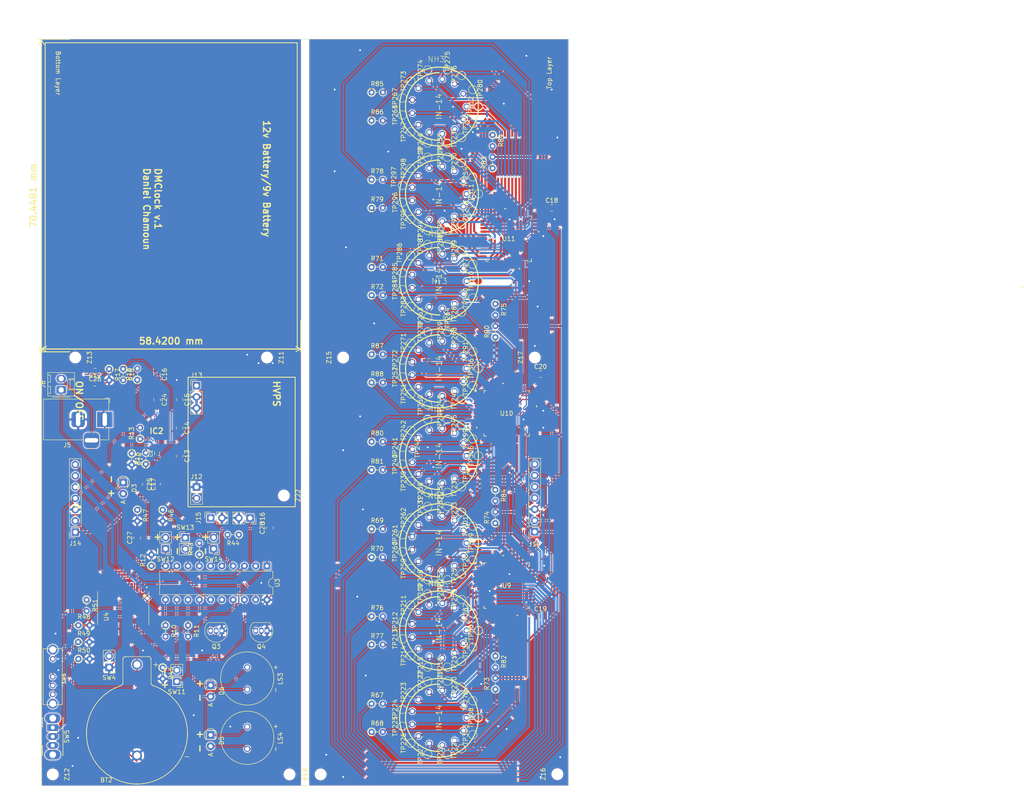
<source format=kicad_pcb>
(kicad_pcb (version 20221018) (generator pcbnew)
  (layers (0 "F.Cu" signal) (31 "B.Cu" signal) (34 "B.Paste" user) (35 "F.Paste" user) (36 "B.SilkS" user "B.Silkscreen") (37 "F.SilkS" user "F.Silkscreen") (38 "B.Mask" user) (39 "F.Mask" user) (44 "Edge.Cuts" user))
  (net 0 "")
  (net 1 "Net-(U2-VBAT)")
  (net 2 "/Power/12V")
  (net 3 "Net-(IC1-SW)")
  (net 4 "GND")
  (net 5 "Net-(IC1-BST)")
  (net 6 "Net-(IC1-SS)")
  (net 7 "Net-(J7-Pin_1)")
  (net 8 "Net-(IC1-PG)")
  (net 9 "Net-(IC1-EN)")
  (net 10 "Net-(IC1-FB)")
  (net 11 "Net-(NA1-PadRHDP)")
  (net 12 "Net-(NA1-PadLHDP)")
  (net 13 "Net-(NA1-PadA)")
  (net 14 "Net-(NB1-PadRHDP)")
  (net 15 "Net-(NB1-PadLHDP)")
  (net 16 "Net-(NB1-PadA)")
  (net 17 "Net-(NC1-PadRHDP)")
  (net 18 "Net-(NC1-PadLHDP)")
  (net 19 "Net-(NC1-PadA)")
  (net 20 "Net-(ND1-PadRHDP)")
  (net 21 "Net-(ND1-PadLHDP)")
  (net 22 "Net-(ND1-PadA)")
  (net 23 "Net-(NE1-PadRHDP)")
  (net 24 "Net-(NE1-PadLHDP)")
  (net 25 "Net-(NE1-PadA)")
  (net 26 "/Power/HV")
  (net 27 "Net-(D1-K)")
  (net 28 "Net-(NF1-PadRHDP)")
  (net 30 "Net-(NF1-PadLHDP)")
  (net 31 "Net-(NF1-PadA)")
  (net 32 "Net-(J2-Pin_2)")
  (net 33 "Net-(NG1-PadRHDP)")
  (net 34 "Net-(D1-A)")
  (net 35 "Net-(NG1-PadLHDP)")
  (net 36 "/MCU/3.3V")
  (net 37 "Net-(NG1-PadA)")
  (net 38 "Net-(NH1-PadRHDP)")
  (net 39 "Net-(NH1-PadLHDP)")
  (net 40 "Net-(NH1-PadA)")
  (net 41 "Net-(U1-RB6)")
  (net 42 "/MCU/CLK")
  (net 43 "Net-(U1-RB4)")
  (net 44 "Net-(D2-A)")
  (net 45 "Net-(Q1-B)")
  (net 46 "Net-(U1-RC4)")
  (net 47 "/MCU/NOTLE")
  (net 48 "/MCU/NOTBL")
  (net 49 "/MCU/HV5622DataIn")
  (net 50 "Net-(U1-RC6)")
  (net 51 "Net-(U1-RB7)")
  (net 52 "Net-(U1-RB5)")
  (net 53 "Net-(Q2-B)")
  (net 54 "Net-(U2-~{RST})")
  (net 55 "/User Interface/DATA1OUT")
  (net 59 "Net-(U1-RA2)")
  (net 64 "Net-(U1-RA1{slash}ICSPCLK)")
  (net 65 "/User Interface/DATA2OUT")
  (net 70 "Net-(U1-RA0{slash}ICSPDAT)")
  (net 72 "Net-(U1-RC3)")
  (net 73 "Net-(U1-RC5)")
  (net 74 "Net-(D4-A)")
  (net 75 "Net-(U1-RC7)")
  (net 77 "/User Interface/0A")
  (net 78 "/User Interface/1A")
  (net 79 "/User Interface/0B")
  (net 80 "/User Interface/1B")
  (net 81 "/User Interface/0C")
  (net 82 "/User Interface/8C")
  (net 83 "/User Interface/9C")
  (net 84 "/User Interface/0D")
  (net 85 "/User Interface/1D")
  (net 86 "/User Interface/2D")
  (net 87 "/User Interface/3D")
  (net 88 "/User Interface/4D")
  (net 89 "/User Interface/5D")
  (net 90 "/User Interface/6D")
  (net 91 "/User Interface/7D")
  (net 92 "/User Interface/8D")
  (net 93 "/User Interface/9D")
  (net 94 "/User Interface/0E")
  (net 95 "/User Interface/1E")
  (net 96 "/User Interface/2E")
  (net 97 "/User Interface/3E")
  (net 98 "/User Interface/4E")
  (net 99 "/User Interface/5E")
  (net 100 "/User Interface/6E")
  (net 101 "/User Interface/7E")
  (net 102 "/User Interface/8E")
  (net 103 "/User Interface/9E")
  (net 104 "/User Interface/0F")
  (net 105 "/User Interface/3F")
  (net 106 "/User Interface/2F")
  (net 107 "/User Interface/1F")
  (net 108 "/User Interface/0G")
  (net 109 "/User Interface/0H")
  (net 110 "/User Interface/1H")
  (net 111 "/User Interface/2A")
  (net 112 "/User Interface/3A")
  (net 113 "/User Interface/4A")
  (net 114 "/User Interface/5A")
  (net 115 "/User Interface/6A")
  (net 116 "/User Interface/7A")
  (net 117 "/User Interface/8A")
  (net 118 "/User Interface/9A")
  (net 119 "/User Interface/2B")
  (net 120 "/User Interface/3B")
  (net 121 "/User Interface/4B")
  (net 122 "/User Interface/5B")
  (net 123 "/User Interface/6B")
  (net 124 "/User Interface/7B")
  (net 125 "/User Interface/8B")
  (net 126 "/User Interface/9B")
  (net 127 "/User Interface/1C")
  (net 128 "/User Interface/2C")
  (net 129 "/User Interface/3C")
  (net 130 "/User Interface/4C")
  (net 131 "/User Interface/5C")
  (net 132 "/User Interface/6C")
  (net 133 "/User Interface/7C")
  (net 134 "/User Interface/9F")
  (net 135 "/User Interface/8F")
  (net 136 "/User Interface/7F")
  (net 137 "/User Interface/6F")
  (net 138 "/User Interface/5F")
  (net 139 "/User Interface/4F")
  (net 140 "/User Interface/1G")
  (net 141 "/User Interface/2G")
  (net 142 "/User Interface/3G")
  (net 143 "/User Interface/4G")
  (net 144 "/User Interface/5G")
  (net 145 "/User Interface/6G")
  (net 146 "/User Interface/7G")
  (net 147 "/User Interface/8G")
  (net 148 "/User Interface/9G")
  (net 149 "/User Interface/9H")
  (net 150 "/User Interface/8H")
  (net 151 "/User Interface/7H")
  (net 152 "/User Interface/6H")
  (net 153 "/User Interface/5H")
  (net 154 "/User Interface/4H")
  (net 155 "/User Interface/3H")
  (net 156 "/User Interface/2H")
  (net 157 "/User Interface/LHDP_A")
  (net 158 "/User Interface/RHDP_A")
  (net 159 "/User Interface/LHDP_C")
  (net 160 "/User Interface/RHDP_C")
  (net 161 "/User Interface/LHDP_F")
  (net 162 "/User Interface/RHDP_F")
  (net 163 "/User Interface/LHDP_B")
  (net 164 "/User Interface/RHDP_B")
  (net 165 "/User Interface/LHDP_G")
  (net 166 "/User Interface/RHDP_G")
  (net 167 "/User Interface/LHDP_D")
  (net 168 "/User Interface/RHDP_D")
  (net 169 "/User Interface/LHDP_H")
  (net 170 "/User Interface/RHDP_H")
  (net 171 "/User Interface/LHDP_E")
  (net 172 "/User Interface/RHDP_E")
  (net 174 "Net-(C9-Pad2)")
  (net 175 "Net-(J9-Pin_1)")
  (footprint "Resistor_THT:R_Axial_DIN0204_L3.6mm_D1.6mm_P2.54mm_Vertical" (layer "F.Cu") (at 109.485 118.485 -90)
    (fp_text reference "R46")
    (fp_text value "4.7K")
  )
  (footprint "Resistor_THT:R_Axial_DIN0204_L3.6mm_D1.6mm_P2.54mm_Vertical" (layer "F.Cu") (at 156.540805 89.797799)
    (fp_text reference "R88")
    (fp_text value "R")
  )
  (footprint "Resistor_THT:R_Axial_DIN0204_L3.6mm_D1.6mm_P2.54mm_Vertical" (layer "F.Cu") (at 102.5 105.785 -90)
    (fp_text reference "R14")
    (fp_text value "49.9k")
  )
  (footprint "TestPoint:TestPoint_Pad_D1.5mm" (layer "F.Cu") (at 173.635805 35.822799 90)
    (fp_text reference "TP235")
    (fp_text value "TestPoint")
  )
  (footprint "TestPoint:TestPoint_Pad_D1.5mm" (layer "F.Cu") (at 173.635805 134.247799 90)
    (fp_text reference "TP257")
    (fp_text value "TestPoint")
  )
  (footprint "TestPoint:TestPoint_Pad_D1.5mm" (layer "F.Cu") (at 179.350805 63.127799 90)
    (fp_text reference "TP277")
    (fp_text value "TestPoint")
  )
  (footprint "Footprints:CUI_CPT-1255C-090" (layer "F.Cu") (at 128.535 169.87 -90)
    (fp_text reference "LS4")
    (fp_text value "CPT-1255C-090")
  )
  (footprint "Resistor_THT:R_Axial_DIN0204_L3.6mm_D1.6mm_P2.54mm_Vertical" (layer "F.Cu") (at 184.430805 72.067799 -90)
    (fp_text reference "R75")
    (fp_text value "R")
  )
  (footprint "TestPoint:TestPoint_Pad_D1.5mm" (layer "F.Cu") (at 173.635805 75.192799 90)
    (fp_text reference "TP264")
    (fp_text value "TestPoint")
  )
  (footprint "Connector_PinSocket_2.54mm:PinSocket_1x07_P2.54mm_Vertical" (layer "F.Cu") (at 89.8 123.515 180)
    (fp_text reference "J14")
    (fp_text value "Conn_01x07_Pin")
  )
  (footprint "Resistor_THT:R_Axial_DIN0204_L3.6mm_D1.6mm_P2.54mm_Vertical" (layer "F.Cu") (at 117.740001 128.545 90)
    (fp_text reference "R43")
    (fp_text value "180")
  )
  (footprint "Resistor_THT:R_Axial_DIN0204_L3.6mm_D1.6mm_P2.54mm_Vertical" (layer "F.Cu") (at 156.540805 168.537799)
    (fp_text reference "R68")
    (fp_text value "R")
  )
  (footprint "TestPoint:TestPoint_Pad_D1.5mm" (layer "F.Cu") (at 163.475805 104.402799 90)
    (fp_text reference "TP241")
    (fp_text value "TestPoint")
  )
  (footprint "Resistor_THT:R_Axial_DIN0204_L3.6mm_D1.6mm_P2.54mm_Vertical" (layer "F.Cu") (at 156.540805 122.817799)
    (fp_text reference "R69")
    (fp_text value "R")
  )
  (footprint "TestPoint:TestPoint_Pad_D1.5mm" (layer "F.Cu") (at 169.190805 75.192799 90)
    (fp_text reference "TP263")
    (fp_text value "TestPoint")
  )
  (footprint "MountingHole:MountingHole_2.2mm_M2" (layer "F.Cu") (at 89.8 84.145 -90)
    (fp_text reference "Z13")
    (fp_text value "MountingHole")
  )
  (footprint "Connector_PinHeader_2.54mm:PinHeader_1x02_P2.54mm_Vertical" (layer "F.Cu") (at 114.565002 124.78)
    (fp_text reference "SW13")
    (fp_text value "SW_Push")
  )
  (footprint "Resistor_THT:R_Axial_DIN0204_L3.6mm_D1.6mm_P2.54mm_Vertical" (layer "F.Cu") (at 103.77 89.175 90)
    (fp_text reference "R16")
    (fp_text value "10k")
  )
  (footprint "TestPoint:TestPoint_Pad_D1.5mm" (layer "F.Cu") (at 169.190805 137.422799 90)
    (fp_text reference "TP210")
    (fp_text value "TestPoint")
  )
  (footprint "TestPoint:TestPoint_Pad_D1.5mm" (layer "F.Cu") (at 176.810805 59.952799 90)
    (fp_text reference "TP289")
    (fp_text value "TestPoint")
  )
  (footprint "TestPoint:TestPoint_Pad_D1.5mm" (layer "F.Cu") (at 180.620805 47.252799 90)
    (fp_text reference "TP311")
    (fp_text value "TestPoint")
  )
  (footprint "Resistor_THT:R_Axial_DIN0204_L3.6mm_D1.6mm_P2.54mm_Vertical" (layer "F.Cu") (at 183.795805 41.487799 90)
    (fp_text reference "R83")
    (fp_text value "R")
  )
  (footprint "TestPoint:TestPoint_Pad_D1.5mm" (layer "F.Cu") (at 179.350805 110.117799 90)
    (fp_text reference "TP302")
    (fp_text value "TestPoint")
  )
  (footprint "Connector_BarrelJack:BarrelJack_Horizontal" (layer "F.Cu") (at 96.435 98.115)
    (fp_text reference "J5")
    (fp_text value "Barrel_Jack_Switch")
  )
  (footprint "TestPoint:TestPoint_Pad_D1.5mm" (layer "F.Cu") (at 180.620805 145.677799 90)
    (fp_text reference "TP307")
    (fp_text value "TestPoint")
  )
  (footprint "TestPoint:TestPoint_Pad_D1.5mm" (layer "F.Cu") (at 169.190805 173.617799 90)
    (fp_text reference "TP227")
    (fp_text value "TestPoint")
  )
  (footprint "Capacitor_SMD:C_0805_2012Metric" (layer "F.Cu") (at 94.245 87.32 180)
    (fp_text reference "C26")
    (fp_text value "470pF")
  )
  (footprint "Capacitor_SMD:C_0805_2012Metric" (layer "F.Cu") (at 108.215 87.955 -90)
    (fp_text reference "C16")
    (fp_text value "0.1uF")
  )
  (footprint "TestPoint:TestPoint_Pad_D1.5mm" (layer "F.Cu") (at 169.190805 157.107799 90)
    (fp_text reference "TP222")
    (fp_text value "TestPoint")
  )
  (footprint "TestPoint:TestPoint_Pad_D1.5mm" (layer "F.Cu") (at 169.190805 55.507799 90)
    (fp_text reference "TP294")
    (fp_text value "TestPoint")
  )
  (footprint "TestPoint:TestPoint_Pad_D1.5mm" (layer "F.Cu") (at 165.380805 72.652799 90)
    (fp_text reference "TP283")
    (fp_text value "TestPoint")
  )
  (footprint "TestPoint:TestPoint_Pad_D1.5mm" (layer "F.Cu") (at 165.380805 100.592799 90)
    (fp_text reference "TP242")
    (fp_text value "TestPoint")
  )
  (footprint "TestPoint:TestPoint_Pad_D1.5mm" (layer "F.Cu") (at 165.380805 61.222799 90)
    (fp_text reference "TP286")
    (fp_text value "TestPoint")
  )
  (footprint "TestPoint:TestPoint_Pad_D1.5mm" (layer "F.Cu") (at 176.810805 99.322799 90)
    (fp_text reference "TP245")
    (fp_text value "TestPoint")
  )
  (footprint "Resistor_THT:R_Axial_DIN0204_L3.6mm_D1.6mm_P2.54mm_Vertical" (layer "F.Cu") (at 103.77 118.485 -90)
    (fp_text reference "R47")
    (fp_text value "4.7K")
  )
  (footprint "Connector_PinHeader_2.54mm:PinHeader_1x02_P2.54mm_Vertical" (layer "F.Cu") (at 112.66 157.17 180)
    (fp_text reference "SW11")
    (fp_text value "SW_Push")
  )
  (footprint "MountingHole:MountingHole_2.2mm_M2" (layer "F.Cu") (at 138.06 178.125 -90)
    (fp_text reference "Z10")
    (fp_text value "MountingHole")
  )
  (footprint "nixies-us:nixies-us-IN-14" (layer "F.Cu") (at 171.730805 86.622799 90)
    (fp_text reference "NE3")
    (fp_text value "IN-14")
  )
  (footprint "TestPoint:TestPoint_Pad_D1.5mm" (layer "F.Cu") (at 169.190805 78.367799 90)
    (fp_text reference "TP270")
    (fp_text value "TestPoint")
  )
  (footprint "Connector_PinHeader_2.54mm:PinHeader_1x02_P2.54mm_Vertical" (layer "F.Cu") (at 110.120002 127.267091 180)
    (fp_text reference "SW12")
    (fp_text value "SW_Push")
  )
  (footprint "Connector_PinSocket_2.54mm:PinSocket_1x07_P2.54mm_Vertical" (layer "F.Cu") (at 193.295805 123.432799 180)
    (fp_text reference "J10")
    (fp_text value "Conn_01x07_Pin")
  )
  (footprint "Diode_THT:D_A-405_P2.54mm_Vertical_AnodeUp" (layer "F.Cu") (at 120.280001 158.030001 -90)
    (fp_text reference "D6")
    (fp_text value "D")
  )
  (footprint "Resistor_THT:R_Axial_DIN0204_L3.6mm_D1.6mm_P2.54mm_Vertical" (layer "F.Cu") (at 100.595 86.735 -90)
    (fp_text reference "R18")
    (fp_text value "51k")
  )
  (footprint "Package_DIP:DIP-20_W7.62mm" (layer "F.Cu") (at 132.980001 131.135001 -90)
    (fp_text reference "U3")
    (fp_text value "PIC16F18346-P")
  )
  (footprint "Diode_THT:D_A-405_P2.54mm_Vertical_AnodeUp" (layer "F.Cu") (at 120.28 169.235 -90)
    (fp_text reference "D5")
    (fp_text value "D")
  )
  (footprint "TestPoint:TestPoint_Pad_D1.5mm" (layer "F.Cu") (at 165.380805 131.707799 90)
    (fp_text reference "TP259")
    (fp_text value "TestPoint")
  )
  (footprint "Footprints:OS102011MS8QP1" (layer "F.Cu") (at 84.72 156.09 -90)
    (fp_text reference "SW6")
    (fp_text value "SW_SP3T (mode select)")
  )
  (footprint "TestPoint:TestPoint_Pad_D1.5mm" (layer "F.Cu") (at 169.190805 38.997799 90)
    (fp_text reference "TP218")
    (fp_text value "TestPoint")
  )
  (footprint "MountingHole:MountingHole_2.2mm_M2" (layer "F.Cu") (at 150.140805 84.148203 90)
    (fp_text reference "Z15")
    (fp_text value "MountingHole")
  )
  (footprint "TestPoint:TestPoint_Pad_D1.5mm" (layer "F.Cu") (at 176.810805 138.692799 90)
    (fp_text reference "TP253")
    (fp_text value "TestPoint")
  )
  (footprint "TestPoint:TestPoint_Pad_D1.5mm" (layer "F.Cu") (at 180.620805 125.992799 90)
    (fp_text reference "TP309")
    (fp_text value "TestPoint")
  )
  (footprint "nixies-us:nixies-us-IN-14" (layer "F.Cu") (at 171.730805 47.252799 90)
    (fp_text reference "NG3")
    (fp_text value "IN-14")
  )
  (footprint "TestPoint:TestPoint_Pad_D1.5mm" (layer "F.Cu") (at 179.350805 23.757799 -90)
    (fp_text reference "TP280")
    (fp_text value "TestPoint")
  )
  (footprint "TestPoint:TestPoint_Pad_D1.5mm" (layer "F.Cu") (at 173.635805 58.682799 90)
    (fp_text reference "TP288")
    (fp_text value "TestPoint")
  )
  (footprint "TestPoint:TestPoint_Pad_D1.5mm" (layer "F.Cu") (at 179.350805 51.062799 90)
    (fp_text reference "TP279")
    (fp_text value "TestPoint")
  )
  (footprint "MountingHole:MountingHole_2.2mm_M2" (layer "F.Cu") (at 198.400805 178.062799 90)
    (fp_text reference "Z16")
    (fp_text value "MountingHole")
  )
  (footprint "TestPoint:TestPoint_Pad_D1.5mm" (layer "F.Cu") (at 163.475805 124.087799 90)
    (fp_text reference "TP261")
    (fp_text value "TestPoint")
  )
  (footprint "Resistor_THT:R_Axial_DIN0204_L3.6mm_D1.6mm_P2.54mm_Vertical" (layer "F.Cu") (at 90.485 152.09)
    (fp_text reference "R50")
    (fp_text value "4.7K")
  )
  (footprint "nixies-us:nixies-us-IN-14" (layer "F.Cu") (at 171.730805 165.362799 90)
    (fp_text reference "NA3")
    (fp_text value "IN-14")
  )
  (footprint "Resistor_THT:R_Axial_DIN0204_L3.6mm_D1.6mm_P2.54mm_Vertical" (layer "F.Cu") (at 156.540805 83.447799)
    (fp_text reference "R87")
    (fp_text value "R")
  )
  (footprint "TestPoint:TestPoint_Pad_D1.5mm" (layer "F.Cu") (at 179.350805 102.497799 90)
    (fp_text reference "TP299")
    (fp_text value "TestPoint")
  )
  (footprint "MountingHole:MountingHole_2.2mm_M2" (layer "F.Cu") (at 193.320805 84.148203 90)
    (fp_text reference "Z17")
    (fp_text value "MountingHole")
  )
  (footprint "Resistor_THT:R_Axial_DIN0204_L3.6mm_D1.6mm_P2.54mm_Vertical" (layer "F.Cu") (at 97.42 86.735 -90)
    (fp_text reference "R17")
    (fp_text value "9.09k")
  )
  (footprint "Connector_PinHeader_2.54mm:PinHeader_1x02_P2.54mm_Vertical" (layer "F.Cu") (at 97.42 154.000001 180)
    (fp_text reference "SW4")
    (fp_text value "SW_Push")
  )
  (footprint "Resistor_THT:R_Axial_DIN0204_L3.6mm_D1.6mm_P2.54mm_Vertical" (layer "F.Cu") (at 184.430805 113.977799 -90)
    (fp_text reference "R84")
    (fp_text value "R")
  )
  (footprint "Resistor_THT:R_Axial_DIN0204_L3.6mm_D1.6mm_P2.54mm_Vertical" (layer "F.Cu") (at 105.675 108.175 90)
    (fp_text reference "R15")
    (fp_text value "100k")
  )
  (footprint "TestPoint:TestPoint_Pad_D1.5mm" (layer "F.Cu") (at 169.190805 19.312799 90)
    (fp_text reference "TP274")
    (fp_text value "TestPoint")
  )
  (footprint "nixies-us:nixies-us-IN-14" (layer "F.Cu") (at 171.730805 106.307799 90)
    (fp_text reference "ND3")
    (fp_text value "IN-14")
  )
  (footprint "TestPoint:TestPoint_Pad_D1.5mm" (layer "F.Cu") (at 163.475805 68.842799 90)
    (fp_text reference "TP284")
    (fp_text value "TestPoint")
  )
  (footprint "TestPoint:TestPoint_Pad_D1.5mm" (layer "F.Cu") (at 169.190805 94.877799 90)
    (fp_text reference "TP250")
    (fp_text value "TestPoint")
  )
  (footprint "Resistor_THT:R_Axial_DIN0204_L3.6mm_D1.6mm_P2.54mm_Vertical" (layer "F.Cu") (at 92.34 138.755 -90)
    (fp_text reference "R51")
    (fp_text value "4.7K")
  )
  (footprint "TestPoint:TestPoint_Pad_D1.5mm" (layer "F.Cu") (at 179.350805 149.487799 90)
    (fp_text reference "TP304")
    (fp_text value "TestPoint")
  )
  (footprint "TestPoint:TestPoint_Pad_D1.5mm" (layer "F.Cu") (at 173.635805 98.052799 90)
    (fp_text reference "TP244")
    (fp_text value "TestPoint")
  )
  (footprint "TestPoint:TestPoint_Pad_D1.5mm" (layer "F.Cu") (at 180.620805 86.622799 90)
    (fp_text reference "TP306")
    (fp_text value "TestPoint")
  )
  (footprint "Capacitor_SMD:C_0805_2012Metric" (layer "F.Cu") (at 113.295 100.02 -90)
    (fp_text reference "C14")
    (fp_text value "10uF")
  )
  (footprint "TestPoint:TestPoint_Pad_D1.5mm" (layer "F.Cu") (at 165.380805 21.852799 90)
    (fp_text reference "TP273")
    (fp_text value "TestPoint")
  )
  (footprint "Connector_PinHeader_2.54mm:PinHeader_1x02_P2.54mm_Vertical" (layer "F.Cu") (at 117.105 113.35)
    (fp_text reference "J12")
    (fp_text value "Conn_01x02")
  )
  (footprint "Connector_PinSocket_2.54mm:PinSocket_1x02_P2.54mm_Vertical" (layer "F.Cu") (at 120.3 120.315 90)
    (fp_text reference "J15")
    (fp_text value "Conn_01x02_Pin")
  )
  (footprint "Resistor_THT:R_Axial_DIN0204_L3.6mm_D1.6mm_P2.54mm_Vertical" (layer "F.Cu") (at 115.200001 144.520001 -90)
    (fp_text reference "R11")
    (fp_text value "4.7K")
  )
  (footprint "TestPoint:TestPoint_Pad_D1.5mm" (layer "F.Cu") (at 176.810805 113.292799 90)
    (fp_text reference "TP236")
    (fp_text value "TestPoint")
  )
  (footprint "TestPoint:TestPoint_Pad_D1.5mm" (layer "F.Cu") (at 176.810805 54.237799 90)
    (fp_text reference "TP292")
    (fp_text value "TestPoint")
  )
  (footprint "MountingHole:MountingHole_2.2mm_M2" (layer "F.Cu") (at 132.98 84.145 -90)
    (fp_text reference "Z11")
    (fp_text value "MountingHole")
  )
  (footprint "TestPoint:TestPoint_Pad_D1.5mm" (layer "F.Cu") (at 180.620805 106.307799 90)
    (fp_text reference "TP305")
    (fp_text value "TestPoint")
  )
  (footprint "TestPoint:TestPoint_Pad_D1.5mm" (layer "F.Cu") (at 163.475805 65.032799 90)
    (fp_text reference "TP285")
    (fp_text value "TestPoint")
  )
  (footprint "Capacitor_SMD:C_0805_2012Metric" (layer "F.Cu") (at 133.615 122.565 90)
    (fp_text reference "C28")
    (fp_text value "0.1uF")
  )
  (footprint "Package_TO_SOT_THT:TO-92_Inline" (layer "F.Cu") (at 132.980001 145.740001 180)
    (fp_text reference "Q4")
    (fp_text value "2SC1815")
  )
  (footprint "TestPoint:TestPoint_Pad_D1.5mm" (layer "F.Cu") (at 173.635805 153.932799 90)
    (fp_text reference "TP216")
    (fp_text value "TestPoint")
  )
  (footprint "Capacitor_SMD:C_0805_2012Metric" (layer "F.Cu") (at 94.245 89.86)
    (fp_text reference "C12")
    (fp_text value "0.1uF")
  )
  (footprint "Package_TO_SOT_THT:TO-92_Inline" (layer "F.Cu") (at 122.820001 145.740001 180)
    (fp_text reference "Q3")
    (fp_text value "2SC1815")
  )
  (footprint "Resistor_THT:R_Axial_DIN0204_L3.6mm_D1.6mm_P2.54mm_Vertical" (layer "F.Cu") (at 156.540805 44.077799)
    (fp_text reference "R78")
    (fp_text value "R")
  )
  (footprint "TestPoint:TestPoint_Pad_D1.5mm" (layer "F.Cu") (at 176.810805 172.347799 90)
    (fp_text reference "TP229")
    (fp_text value "TestPoint")
  )
  (footprint "TestPoint:TestPoint_Pad_D1.5mm" (layer "F.Cu") (at 165.380805 33.282799 90)
    (fp_text reference "TP247")
    (fp_text value "TestPoint")
  )
  (footprint "Resistor_THT:R_Axial_DIN0204_L3.6mm_D1.6mm_P2.54mm_Vertical" (layer "F.Cu") (at 156.540805 70.112799)
    (fp_text reference "R72")
    (fp_text value "R")
  )
  (footprint "Capacitor_SMD:C_0805_2012Metric" (layer "F.Cu") (at 108.215 93.67 -90)
    (fp_text reference "C24")
    (fp_text value "22nF")
  )
  (footprint "TestPoint:TestPoint_Pad_D1.5mm" (layer "F.Cu") (at 173.635805 157.107799 90)
    (fp_text reference "TP221")
    (fp_text value "TestPoint")
  )
  (footprint "TestPoint:TestPoint_Pad_D1.5mm" (layer "F.Cu") (at 176.810805 93.607799 90)
    (fp_text reference "TP248")
    (fp_text value "TestPoint")
  )
  (footprint "TestPoint:TestPoint_Pad_D1.5mm" (layer "F.Cu") (at 179.350805 82.812799 90)
    (fp_text reference "TP291")
    (fp_text value "TestPoint")
  )
  (footprint "Footprints:QFP44_10x10MC_MCH" (layer "F.Cu") (at 186.970805 96.745598)
    (fp_text reference "U10")
    (fp_text value "HV5622PG-G")
  )
  (footprint "MountingHole:MountingHole_2.2mm_M2" (layer "F.Cu") (at 84.72 178.125 -90)
    (fp_text reference "Z12")
    (fp_text value "MountingHole")
  )
  (footprint "Resistor_THT:R_Axial_DIN0204_L3.6mm_D1.6mm_P2.54mm_Vertical" (layer "F.Cu") (at 109.485 154.045 -90)
    (fp_text reference "R45")
    (fp_text value "4.7K")
  )
  (footprint "Connector_PinSocket_2.54mm:PinSocket_1x02_P2.54mm_Vertical" (layer "F.Cu") (at 129.17 120.34 -90)
    (fp_text reference "J16")
    (fp_text value "Conn_01x02_Pin")
  )
  (footprint "TestPoint:TestPoint_Pad_D1.5mm" (layer "F.Cu") (at 173.635805 114.562799 90)
    (fp_text reference "TP237")
    (fp_text value "TestPoint")
  )
  (footprint "TestPoint:TestPoint_Pad_D1.5mm" (layer "F.Cu") (at 169.190805 117.737799 90)
    (fp_text reference "TP231")
    (fp_text value "TestPoint")
  )
  (footprint "TestPoint:TestPoint_Pad_D1.5mm" (layer "F.Cu") (at 176.810805 119.007799 90)
    (fp_text reference "TP233")
    (fp_text value "TestPoint")
  )
  (footprint "TestPoint:TestPoint_Pad_D1.5mm" (layer "F.Cu") (at 169.190805 58.682799 90)
    (fp_text reference "TP287")
    (fp_text value "TestPoint")
  )
  (footprint "Capacitor_SMD:C_0805_2012Metric" (layer "F.Cu") (at 108.215 112.72 90)
    (fp_text reference "C25")
    (fp_text value "22uF")
  )
  (footprint "TestPoint:TestPoint_Pad_D1.5mm" (layer "F.Cu") (at 163.475805 84.717799 90)
    (fp_text reference "TP272")
    (fp_text value "TestPoint")
  )
  (footprint "nixies-us:nixies-us-IN-14" (layer "F.Cu") (at 171.730805 125.992799 90)
    (fp_text reference "NC3")
    (fp_text value "IN-14")
  )
  (footprint "MountingHole:MountingHole_2.2mm_M2" (layer "F.Cu") (at 136.79 115.26 -90)
    (fp_text reference "Z22")
    (fp_text value "MountingHole")
  )
  (footprint "Resistor_THT:R_Axial_DIN0204_L3.6mm_D1.6mm_P2.54mm_Vertical" (layer "F.Cu") (at 126.625001 124.087091 180)
    (fp_text reference "R44")
    (fp_text value "180")
  )
  (footprint "TestPoint:TestPoint_Pad_D1.5mm" (layer "F.Cu") (at 165.380805 92.337799 90)
    (fp_text reference "TP251")
    (fp_text value "TestPoint")
  )
  (footprint "TestPoint:TestPoint_Pad_D1.5mm" (layer "F.Cu") (at 176.810805 40.267799 90)
    (fp_text reference "TP230")
    (fp_text value "TestPoint")
  )
  (footprint "Capacitor_SMD:C_0805_2012Metric" (layer "F.Cu") (at 197.130805 50.427799)
    (fp_text reference "C18")
    (fp_text value "0.1uF")
  )
  (footprint "Connector_PinHeader_2.54mm:PinHeader_1x02_P2.54mm_Vertical" (layer "F.Cu") (at 120.960001 127.262091 180)
    (fp_text reference "SW14")
    (fp_text value "SW_Push")
  )
  (footprint "TestPoint:TestPoint_Pad_D1.5mm" (layer "F.Cu") (at 176.810805 79.637799 90)
    (fp_text reference "TP268")
    (fp_text value "TestPoint")
  )
  (footprint "TestPoint:TestPoint_Pad_D1.5mm" (layer "F.Cu") (at 163.475805 88.527799 90)
    (fp_text reference "TP252")
    (fp_text value "TestPoint")
  )
  (footprint "TestPoint:TestPoint_Pad_D1.5mm" (layer "F.Cu") (at 163.475805 127.897799 90)
    (fp_text reference "TP260")
    (fp_text value "TestPoint")
  )
  (footprint "TestPoint:TestPoint_Pad_D1.5mm" (layer "F.Cu") (at 176.810805 20.582799 90)
    (fp_text reference "TP276")
    (fp_text value "TestPoint")
  )
  (footprint "TestPoint:TestPoint_Pad_D1.5mm" (layer "F.Cu") (at 179.350805 129.802799 90)
    (fp_text reference "TP281")
    (fp_text value "TestPoint")
  )
  (footprint "Resistor_THT:R_Axial_DIN0204_L3.6mm_D1.6mm_P2.54mm_Vertical" (layer "F.Cu") (at 156.540805 162.187799)
    (fp_text reference "R67")
    (fp_text value "R")
  )
  (footprint "nixies-us:nixies-us-IN-14" (layer "F.Cu") (at 171.730805 145.677799 90)
    (fp_text reference "NB3")
    (fp_text value "IN-14")
  )
  (footprint "TestPoint:TestPoint_Pad_D1.5mm" (layer "F.Cu") (at 179.350805 43.442799 90)
    (fp_text reference "TP254")
    (fp_text value "TestPoint")
  )
  (footprint "TestPoint:TestPoint_Pad_D1.5mm" (layer "F.Cu") (at 165.380805 159.647799 90)
    (fp_text reference "TP223")
    (fp_text value "TestPoint")
  )
  (footprint "TestPoint:TestPoint_Pad_D1.5mm" (layer "F.Cu") (at 169.190805 35.822799 90)
    (fp_text reference "TP246")
    (fp_text value "TestPoint")
  )
  (footprint "TestPoint:TestPoint_Pad_D1.5mm" (layer "F.Cu") (at 163.475805 163.457799 90)
    (fp_text reference "TP224")
    (fp_text value "TestPoint")
  )
  (footprint "TestPoint:TestPoint_Pad_D1.5mm" (layer "F.Cu") (at 180.620805 165.362799 90)
    (fp_text reference "TP308")
    (fp_text value "TestPoint")
  )
  (footprint "Capacitor_SMD:C_0805_2012Metric" (layer "F.Cu") (at 103.77 124.785 90)
    (fp_text reference "C27")
    (fp_text value "0.1uF")
  )
  (footprint "Footprints:QFP44_10x10MC_MCH" (layer "F.Cu") (at 187.440804 57.375598)
    (fp_text reference "U11")
    (fp_text value "HV5622PG-G")
  )
  (footprint "TestPoint:TestPoint_Pad_D1.5mm" (layer "F.Cu") (at 173.635805 19.312799 90)
    (fp_text reference "TP275")
    (fp_text value "TestPoint")
  )
  (footprint "TestPoint:TestPoint_Pad_D1.5mm" (layer "F.Cu") (at 165.380805 80.907799 90)
    (fp_text reference "TP271")
    (fp_text value "TestPoint")
  )
  (footprint "TestPoint:TestPoint_Pad_D1.5mm" (layer "F.Cu") (at 179.350805 90.432799 90)
    (fp_text reference "TP300")
    (fp_text value "TestPoint")
  )
  (footprint "TestPoint:TestPoint_Pad_D1.5mm" (layer "F.Cu") (at 163.475805 167.267799 90)
    (fp_text reference "TP225")
    (fp_text value "TestPoint")
  )
  (footprint "Resistor_THT:R_Axial_DIN0204_L3.6mm_D1.6mm_P2.54mm_Vertical" (layer "F.Cu") (at 90.485 144.52)
    (fp_text reference "R48")
    (fp_text value "4.7K")
  )
  (footprint "Resistor_THT:R_Axial_DIN0204_L3.6mm_D1.6mm_P2.54mm_Vertical" (layer "F.Cu") (at 156.540805 63.762799)
    (fp_text reference "R71")
    (fp_text value "R")
  )
  (footprint "Footprints:QFP44_10x10MC_MCH" (layer "F.Cu") (at 186.970805 135.555)
    (fp_text reference "U9")
    (fp_text value "HV5622PG-G")
  )
  (footprint "Resistor_THT:R_Axial_DIN0204_L3.6mm_D1.6mm_P2.54mm_Vertical" (layer "F.Cu") (at 184.430805 151.442799 -90)
    (fp_text reference "R82")
    (fp_text value "R")
  )
  (footprint "TestPoint:TestPoint_Pad_D1.5mm" (layer "F.Cu") (at 165.380805 52.967799 90)
    (fp_text reference "TP295")
    (fp_text value "TestPoint")
  )
  (footprint "Resistor_THT:R_Axial_DIN0204_L3.6mm_D1.6mm_P2.54mm_Vertical" (layer "F.Cu") (at 156.540805 50.427799)
    (fp_text reference "R79")
    (fp_text value "R")
  )
  (footprint "Resistor_THT:R_Axial_DIN0204_L3.6mm_D1.6mm_P2.54mm_Vertical" (layer "F.Cu") (at 156.540805 24.392799)
    (fp_text reference "R85")
    (fp_text value "R")
  )
  (footprint "TestPoint:TestPoint_Pad_D1.5mm" (layer "F.Cu") (at 179.350805 161.552799 90)
    (fp_text reference "TP278")
    (fp_text value "TestPoint")
  )
  (footprint "Capacitor_SMD:C_0805_2012Metric" (layer "F.Cu") (at 194.590805 142.502799)
    (fp_text reference "C19")
    (fp_text value "0.1uF")
  )
  (footprint "TestPoint:TestPoint_Pad_D1.5mm" (layer "F.Cu") (at 179.350805 122.182799 90)
    (fp_text reference "TP301")
    (fp_text value "TestPoint")
  )
  (footprint "Resistor_THT:R_Axial_DIN0204_L3.6mm_D1.6mm_P2.54mm_Vertical" (layer "F.Cu") (at 184.430805 79.587799 90)
    (fp_text reference "R90")
    (fp_text value "R")
  )
  (footprint "Resistor_THT:R_Axial_DIN0204_L3.6mm_D1.6mm_P2.54mm_Vertical" (layer "F.Cu") (at 156.540805 142.502799)
    (fp_text reference "R76")
    (fp_text value "R")
  )
  (footprint "TestPoint:TestPoint_Pad_D1.5mm" (layer "F.Cu") (at 176.810805 152.662799 90)
    (fp_text reference "TP217")
    (fp_text value "TestPoint")
  )
  (footprint "TestPoint:TestPoint_Pad_D1.5mm" (layer "F.Cu") (at 173.635805 117.737799 90)
    (fp_text reference "TP232")
    (fp_text value "TestPoint")
  )
  (footprint "Connector_Molex:Molex_KK-254_AE-6410-02A_1x02_P2.54mm_Vertical" (layer "F.Cu") (at 86.625 91.4525 90)
    (fp_text reference "J8")
    (fp_text value "(12v LiPo battery)")
  )
  (footprint "TestPoint:TestPoint_Pad_D1.5mm" (layer "F.Cu") (at 163.475805 45.347799 90)
    (fp_text reference "TP297")
    (fp_text value "TestPoint")
  )
  (footprint "TestPoint:TestPoint_Pad_D1.5mm" (layer "F.Cu") (at 165.380805 112.022799 90)
    (fp_text reference "TP239")
    (fp_text value "TestPoint")
  )
  (footprint "MountingHole:MountingHole_2.2mm_M2" (layer "F.Cu") (at 145.060805 178.128203 90)
    (fp_text reference "Z14")
    (fp_text value "MountingHole")
  )
  (footprint "Resistor_THT:R_Axial_DIN0204_L3.6mm_D1.6mm_P2.54mm_Vertical" (layer "F.Cu") (at 184.430805 158.962799 90)
    (fp_text reference "R73")
    (fp_text value "R")
  )
  (footprint "Button_Switch_THT:SW_CuK_OS102011MA1QN1_SPDT_Angled" (layer "F.Cu") (at 84.72 167.58 -90)
    (fp_text reference "SW5")
    (fp_text value "SW_SPDT")
  )
  (footprint "TestPoint:TestPoint_Pad_D1.5mm" (layer "F.Cu") (at 176.810805 132.977799 90)
    (fp_text reference "TP256")
    (fp_text value "TestPoint")
  )
  (footprint "TestPoint:TestPoint_Pad_D1.5mm" (layer "F.Cu") (at 179.350805 70.747799 90)
    (fp_text reference "TP290")
    (fp_text value "TestPoint")
  )
  (footprint "TestPoint:TestPoint_Pad_D1.5mm" (layer "F.Cu") (at 176.810805 158.377799 90)
    (fp_text reference "TP220")
    (fp_text value "TestPoint")
  )
  (footprint "nixies-us:nixies-us-IN-14" (layer "F.Cu") (at 171.730805 66.937799 90)
    (fp_text reference "NF3")
    (fp_text value "IN-14")
  )
  (footprint "Footprints:BAT_103" (layer "F.Cu") (at 103.690804 168.9028 180)
    (fp_text reference "BT2")
    (fp_text value "103")
  )
  (footprint "Resistor_THT:R_Axial_DIN0204_L3.6mm_D1.6mm_P2.54mm_Vertical" (layer "F.Cu") (at 156.540805 103.132799)
    (fp_text reference "R80")
    (fp_text value "R")
  )
  (footprint "Resistor_THT:R_Axial_DIN0204_L3.6mm_D1.6mm_P2.54mm_Vertical" (layer "F.Cu") (at 183.795805 33.967799 -90)
    (fp_text reference "R89")
    (fp_text value "R")
  )
  (footprint "TestPoint:TestPoint_Pad_D1.5mm" (layer "F.Cu") (at 165.380805 151.392799 90)
    (fp_text reference "TP214")
    (fp_text value "TestPoint")
  )
  (footprint "TestPoint:TestPoint_Pad_D1.5mm" (layer "F.Cu") (at 169.190805 98.052799 90)
    (fp_text reference "TP243")
    (fp_text value "TestPoint")
  )
  (footprint "Capacitor_SMD:C_0805_2012Metric" (layer "F.Cu") (at 113.295 106.37 -90)
    (fp_text reference "C13")
    (fp_text value "10uF")
  )
  (footprint "nixies-us:nixies-us-IN-14" (layer "F.Cu") (at 171.730805 27.567799 90)
    (fp_text reference "NH3")
    (fp_text value "IN-14")
  )
  (footprint "TestPoint:TestPoint_Pad_D1.5mm" (layer "F.Cu") (at 179.350805 169.172799 90)
    (fp_text reference "TP303")
    (fp_text value "TestPoint")
  )
  (footprint "Capacitor_SMD:C_0805_2012Metric" (layer "F.Cu") (at 105.675 112.72 -90)
    (fp_text reference "C17")
    (fp_text value "22uF")
  )
  (footprint "Connector_PinHeader_2.54mm:PinHeader_1x03_P2.54mm_Vertical" (layer "F.Cu") (at 117.105 90.495)
    (fp_text reference "J13")
    (fp_text value "Conn_01x03")
  )
  (footprint "Resistor_THT:R_Axial_DIN0204_L3.6mm_D1.6mm_P2.54mm_Vertical" (layer "F.Cu") (at 156.540805 148.852799)
    (fp_text reference "R77")
    (fp_text value "R")
  )
  (footprint "Diode_THT:D_A-405_P2.54mm_Vertical_AnodeUp" (layer "F.Cu") (at 100.595 112.31 -90)
    (fp_text reference "D3")
    (fp_text value "D")
  )
  (footprint "TestPoint:TestPoint_Pad_D1.5mm" (layer "F.Cu") (at 163.475805 143.772799 90)
    (fp_text reference "TP212")
    (fp_text value "TestPoint" hide)
  )
  (footprint "TestPoint:TestPoint_Pad_D1.5mm" (layer "F.Cu") (at 165.380805 120.277799 90)
    (fp_text reference "TP262")
    (fp_text value "TestPoint")
  )
  (footprint "Footprints:MP2338GTLZ" (layer "F.Cu") (at 108.1 100.72)
    (fp_text reference "IC2")
    (fp_text value "MP2338GTL-Z" hide)
  )
  (footprint "Capacitor_SMD:C_0805_2012Metric" (layer "F.Cu") (at 113.295 93.67 -90)
    (fp_text reference "C15")
    (fp_text value "0.1uF")
  )
  (footprint "Resistor_THT:R_Axial_DIN0204_L3.6mm_D1.6mm_P2.54mm_Vertical" (layer "F.Cu") (at 184.430805 121.497799 90)
    (fp_text reference "R74")
    (fp_text value "R")
  )
  (footprint "TestPoint:TestPoint_Pad_D1.5mm" (layer "F.Cu") (at 179.350805 31.377799 90)
    (fp_text reference "TP255")
    (fp_text value "TestPoint")
  )
  (footprint "TestPoint:TestPoint_Pad_D1.5mm" (layer "F.Cu") (at 173.635805 137.422799 90)
    (fp_text reference "TP209")
    (fp_text value "TestPoint")
  )
  (footprint "TestPoint:TestPoint_Pad_D1.5mm" (layer "F.Cu") (at 169.190805 153.932799 90)
    (fp_text reference "TP215")
    (fp_text value "TestPoint")
  )
  (footprint "Resistor_THT:R_Axial_DIN0204_L3.6mm_D1.6mm_P2.54mm_Vertical" (layer "F.Cu") (at 110.120001 144.520001 -90)
    (fp_text reference "R10")
    (fp_text value "4.7K")
  )
  (footprint "TestPoint:TestPoint_Pad_D1.5mm" (layer "F.Cu") (at 180.620805 27.567799 90)
    (fp_text reference "TP312")
    (fp_text value "TestPoint")
  )
  (footprint "TestPoint:TestPoint_Pad_D1.5mm" (layer "F.Cu") (at 169.190805 134.247799 90)
    (fp_text reference "TP258")
    (fp_text value "TestPoint")
  )
  (footprint "TestPoint:TestPoint_Pad_D1.5mm" (layer "F.Cu") (at 173.635805 94.877799 90)
    (fp_text reference "TP249")
    (fp_text value "TestPoint")
  )
  (footprint "TestPoint:TestPoint_Pad_D1.5mm" (layer "F.Cu") (at 173.635805 173.617799 90)
    (fp_text reference "TP228")
    (fp_text value "TestPoint")
  )
  (footprint "TestPoint:TestPoint_Pad_D1.5mm" (layer "F.Cu") (at 179.350805 141.867799 90)
    (fp_text reference "TP282")
    (fp_text value "TestPoint")
  )
  (footprint "TestPoint:TestPoint_Pad_D1.5mm" (layer "F.Cu") (at 165.380805 41.537799 90)
    (fp_text reference "TP298")
    (fp_text value "TestPoint")
  )
  (footprint "TestPoint:TestPoint_Pad_D1.5mm" (layer "F.Cu") (at 163.475805 25.662799 90)
    (fp_text reference "TP267")
    (fp_text value "TestPoint")
  )
  (footprint "Resistor_THT:R_Axial_DIN0204_L3.6mm_D1.6mm_P2.54mm_Vertical" (layer "F.Cu") (at 90.435 148.28)
    (fp_text reference "R49")
    (fp_text value "4.7K")
  )
  (footprint "Resistor_THT:R_Axial_DIN0204_L3.6mm_D1.6mm_P2.54mm_Vertical" (layer "F.Cu") (at 106.945 131.135 90)
    (fp_text reference "R12")
    (fp_text value "4.7K")
  )
  (footprint "Footprints:CUI_CPT-1255C-090" (layer "F.Cu") (at 128.535001 156.495 -90)
    (fp_text reference "LS3")
    (fp_text value "CPT-1255C-090")
  )
  (footprint "Capacitor_SMD:C_0805_2012Metric" (layer "F.Cu") (at 194.590805 87.892799)
    (fp_text reference "C20")
    (fp_text value "0.1uF")
  )
  (footprint "TestPoint:TestPoint_Pad_D1.5mm" (layer "F.Cu") (at 163.475805 147.582799 90)
    (fp_text reference "TP213")
    (fp_text value "TestPoint")
  )
  (footprint "Resistor_THT:R_Axial_DIN0204_L3.6mm_D1.6mm_P2.54mm_Vertical" (layer "F.Cu") (at 104.405 102.51 90)
    (fp_text reference "R13")
    (fp_text value "191k")
  )
  (footprint "TestPoint:TestPoint_Pad_D1.5mm" (layer "F.Cu") (at 163.475805 108.212799 90)
    (fp_text reference "TP240")
    (fp_text value "TestPoint")
  )
  (footprint "TestPoint:TestPoint_Pad_D1.5mm" (layer "F.Cu") (at 165.380805 171.077799 90)
    (fp_text reference "TP226")
    (fp_text value "TestPoint")
  )
  (footprint "TestPoint:TestPoint_Pad_D1.5mm" (layer "F.Cu") (at 176.810805 73.922799 90)
    (fp_text reference "TP265")
    (fp_text value "TestPoint")
  )
  (footprint "TestPoint:TestPoint_Pad_D1.5mm" (layer "F.Cu") (at 165.380805 139.962799 90)
    (fp_text reference "TP211")
    (fp_text value "TestPoint")
  )
  (footprint "TestPoint:TestPoint_Pad_D1.5mm" (layer "F.Cu") (at 173.635805 55.507799 90)
    (fp_text reference "TP293")
    (fp_text value "TestPoint")
  )
  (footprint "Resistor_THT:R_Axial_DIN0204_L3.6mm_D1.6mm_P2.54mm_Vertical" (layer "F.Cu") (at 156.540805 30.742799)
    (fp_text reference "R86")
    (fp_text value "R")
  )
  (footprint "TestPoint:TestPoint_Pad_D1.5mm" (layer "F.Cu") (at 173.635805 38.997799 90)
    (fp_text reference "TP219")
    (fp_text value "TestPoint")
  )
  (footprint "Inductor_SMD:L_0805_2012Metric" (layer "F.Cu") (at 108.215 105.735 90)
    (fp_text reference "L2")
    (fp_text value "6.8uH")
  )
  (footprint "Resistor_THT:R_Axial_DIN0204_L3.6mm_D1.6mm_P2.54mm_Vertical" (layer "F.Cu") (at 156.540805 109.482799)
    (fp_text reference "R81")
    (fp_text value "R")
  )
  (footprint "TestPoint:TestPoint_Pad_D1.5mm" (layer "F.Cu") (at 169.190805 114.562799 90)
    (fp_text reference "TP238")
    (fp_text value "TestPoint")
  )
  (footprint "Resistor_THT:R_Axial_DIN0204_L3.6mm_D1.6mm_P2.54mm_Vertical" (layer "F.Cu") (at 156.540805 129.167799)
    (fp_text reference "R70")
    (fp_text value "R")
  )
  (footprint "TestPoint:TestPoint_Pad_D1.5mm" (layer "F.Cu") (at 163.475805 49.157799 90)
    (fp_text reference "TP296")
    (fp_text value "TestPoint")
  )
  (footprint "TestPoint:TestPoint_Pad_D1.5mm" (layer "F.Cu") (at 180.620805 66.937799 90)
    (fp_text reference "TP310")
    (fp_text value "TestPoint")
  )
  (footprint "TestPoint:TestPoint_Pad_D1.5mm" (layer "F.Cu") (at 163.475805 29.472799 90)
    (fp_text reference "TP266")
    (fp_text value "TestPoint")
  )
  (footprint "TestPoint:TestPoint_Pad_D1.5mm" (layer "F.Cu") (at 176.810805 34.552799 90)
    (fp_text reference "TP234")
    (fp_text value "TestPoint")
  )
  (footprint "TestPoint:TestPoint_Pad_D1.5mm" (layer "F.Cu") (at 173.635805 78.367799 90)
    (fp_text reference "TP269")
    (fp_text value "TestPoint")
  )
  (footprint "Footprints:SOIC127P1032X265-16N" (layer "F.Cu") (at 100.595002 140.66 -90)
    (fp_text reference "U4")
    (fp_text value "DS3231SN_")
  )
  (gr_rect (start 115.2 88.59) (end 139.33 117.8) (stroke (width 0.2)) (fill none) (layer "F.SilkS"))
  (gr_line (start 302.813632 68.283167) (end 303.448632 68.283167) (stroke (width 0.15)) (layer "F.SilkS"))
  (gr_line (start 82.18 12.39) (end 82.18 180.665) (stroke (width 0.2)) (layer "F.SilkS"))
  (gr_rect (start 83.009598 13.193815) (end 139.798426 82.24) (stroke (width 0.2)) (fill none) (layer "F.SilkS"))
  (gr_rect (start 82.175291 12.38) (end 200.89 180.65293) (stroke (width 0.1)) (fill none) (layer "Edge.Cuts"))
  (gr_text "+" (at 112.025 123.515 -90) (layer "F.SilkS") (effects (font (size 1.5 1.5) (thickness 0.3) bold) (justify left bottom)))
  (gr_text "+" (at 118.375 123.515 -90) (layer "F.SilkS") (effects (font (size 1.5 1.5) (thickness 0.3) bold) (justify left bottom)))
  (gr_text "-" (at 107.58 126.69 -90) (layer "F.SilkS") (effects (font (size 1.5 1.5) (thickness 0.3) bold) (justify left bottom)))
  (gr_text "12v Battery/9v Battery" (at 132.009217 30.501245 -90) (layer "F.SilkS") (effects (font (size 1.5 1.5) (thickness 0.3) bold) (justify left bottom)))
  (gr_text "Top Layer" (at 197.130805 23.757799 90) (layer "F.SilkS") (effects (font (size 1 1)) (justify left bottom)))
  (gr_text "+" (at 117.105 156.535 -90) (layer "F.SilkS") (effects (font (size 1.5 1.5) (thickness 0.3) bold) (justify left bottom)))
  (gr_text "ON/OFF" (at 89.8 89.225 -90) (layer "F.SilkS") (effects (font (size 1.5 1.5) (thickness 0.3) bold) (justify left bottom)))
  (gr_text "+" (at 89.615 116.53 -90) (layer "F.SilkS") (effects (font (size 1.5 1.5) (thickness 0.3) bold) (justify left bottom)))
  (gr_text "+" (at 110.755 159.075 90) (layer "F.SilkS") (effects (font (size 1.5 1.5) (thickness 0.3) bold) (justify left bottom)))
  (gr_text "DMClock v.1" (at 107.547971 41.2825 -90) (layer "F.SilkS") (effects (font (size 1.5 1.5) (thickness 0.3) bold) (justify left bottom)))
  (gr_text "-" (at 110.755 155.9 90) (layer "F.SilkS") (effects (font (size 1.5 1.5) (thickness 0.3) bold) (justify left bottom)))
  (gr_text "-" (at 118.375 126.69 -90) (layer "F.SilkS") (effects (font (size 1.5 1.5) (thickness 0.3) bold) (justify left bottom)))
  (gr_text "-" (at 117.105 159.71 -90) (layer "F.SilkS") (effects (font (size 1.5 1.5) (thickness 0.3) bold) (justify left bottom)))
  (gr_text "-" (at 112.025 126.69 -90) (layer "F.SilkS") (effects (font (size 1.5 1.5) (thickness 0.3) bold) (justify left bottom)))
  (gr_text "Daniel Chamoun" (at 105.007971 41.2825 -90) (layer "F.SilkS") (effects (font (size 1.5 1.5) (thickness 0.3) bold) (justify left bottom)))
  (gr_text "-" (at 117.105 171.14 -90) (layer "F.SilkS") (effects (font (size 1.5 1.5) (thickness 0.3) bold) (justify left bottom)))
  (gr_text "-" (at 89.615 112.085 -90) (layer "F.SilkS") (effects (font (size 1.5 1.5) (thickness 0.3) bold) (justify left bottom)))
  (gr_text "Bottom Layer" (at 85.355 14.93 -90) (layer "F.SilkS") (effects (font (size 1 1)) (justify left bottom)))
  (gr_text "HVPS" (at 134.25 89.225 -90) (layer "F.SilkS") (effects (font (size 1.5 1.5) (thickness 0.3) bold) (justify left bottom)))
  (gr_text "-" (at 98.69 112.72 90) (layer "F.SilkS") (effects (font (size 1.5 1.5) (thickness 0.3) bold) (justify left bottom)))
  (gr_text "+" (at 98.69 115.895 90) (layer "F.SilkS") (effects (font (size 1.5 1.5) (thickness 0.3) bold) (justify left bottom)))
  (gr_text "+" (at 107.58 123.515 -90) (layer "F.SilkS") (effects (font (size 1.5 1.5) (thickness 0.3) bold) (justify left bottom)))
  (gr_text "+" (at 117.105 167.965 -90) (layer "F.SilkS") (effects (font (size 1.5 1.5) (thickness 0.3) bold) (justify left bottom)))
  (dimension (type aligned) (layer "F.SilkS") (pts (xy 82.18 75.320404) (xy 140.6 75.320404)) (height 6.919596) (gr_text "58.4200 mm" (at 111.39 80.44) (layer "F.SilkS") (effects (font (size 1.5 1.5) (thickness 0.3)))) (format (prefix "") (suffix "") (units 3) (units_format 1) (precision 4)) (style (thickness 0.2) (arrow_length 1.27) (text_position_mode 0) (extension_height 0.58642) (extension_offset 0.5) keep_text_aligned))
  (dimension (type aligned) (layer "F.SilkS") (pts (xy 89.078078 12.426908) (xy 89.078078 82.875)) (height 6.930107) (gr_text "70.4481 mm" (at 80.347971 47.650954 90) (layer "F.SilkS") (effects (font (size 1.5 1.5) (thickness 0.3)))) (format (prefix "") (suffix "") (units 3) (units_format 1) (precision 4)) (style (thickness 0.2) (arrow_length 1.27) (text_position_mode 0) (extension_height 0.58642) (extension_offset 0.5) keep_text_aligned))
  (segment (start 102.500002 145.315) (end 102.500002 148.915) (width 0.25) (layer "F.Cu") (net 1))
  (via (at 102.500002 148.915) (size 0.45) (drill 0.4) (layers "F.Cu" "B.Cu") (net 1))
  (segment (start 103.690804 154.762092) (end 103.690804 150.105802) (width 0.25) (layer "B.Cu") (net 1))
  (segment (start 103.690804 150.105802) (end 102.500002 148.915) (width 0.25) (layer "B.Cu") (net 1))
  (segment (start 111.39 101.29) (end 111.39 100.975) (width 0.25) (layer "F.Cu") (net 2))
  (segment (start 111.39 96.525) (end 113.295 94.62) (width 0.25) (layer "F.Cu") (net 2))
  (segment (start 190.780805 139.642799) (end 190.780805 135.517799) (width 0.25) (layer "F.Cu") (net 2))
  (segment (start 190.780805 135.517799) (end 190.780805 134.882799) (width 0.25) (layer "F.Cu") (net 2))
  (segment (start 190.780805 124.087799) (end 192.050805 125.357799) (width 0.25) (layer "F.Cu") (net 2))
  (segment (start 190.780805 96.147799) (end 191.783005 95.145599) (width 0.25) (layer "F.Cu") (net 2))
  (segment (start 111.39 103.195) (end 111.39 101.29) (width 0.25) (layer "F.Cu") (net 2))
  (segment (start 190.780805 122.817799) (end 190.780805 124.087799) (width 0.25) (layer "F.Cu") (net 2))
  (segment (start 111.39 101.29) (end 111.39 96.525) (width 0.25) (layer "F.Cu") (net 2))
  (segment (start 111.39 103.195) (end 112.66 103.195) (width 0.25) (layer "F.Cu") (net 2))
  (segment (start 192.648604 136.355001) (end 191.618007 136.355001) (width 0.25) (layer "F.Cu") (net 2))
  (segment (start 107.85 102.925) (end 107.58 103.195) (width 0.25) (layer "F.Cu") (net 2))
  (segment (start 190.780805 134.882799) (end 191.708603 133.955001) (width 0.25) (layer "F.Cu") (net 2))
  (segment (start 89.8 115.895) (end 90.89 114.805) (width 0.25) (layer "F.Cu") (net 2))
  (segment (start 191.415805 56.700195) (end 192.340401 55.775599) (width 0.25) (layer "F.Cu") (net 2))
  (segment (start 190.780805 131.844599) (end 190.780805 134.882799) (width 0.25) (layer "F.Cu") (net 2))
  (segment (start 191.415805 57.412799) (end 191.415805 56.700195) (width 0.25) (layer "F.Cu") (net 2))
  (segment (start 112.66 103.195) (end 113.295 103.83) (width 0.25) (layer "F.Cu") (net 2))
  (segment (start 192.178605 58.175599) (end 193.118603 58.175599) (width 0.25) (layer "F.Cu") (net 2))
  (segment (start 196.180805 50.427799) (end 195.545805 51.062799) (width 0.25) (layer "F.Cu") (net 2))
  (segment (start 191.618007 136.355001) (end 190.780805 135.517799) (width 0.25) (layer "F.Cu") (net 2))
  (segment (start 192.050805 125.357799) (end 192.050805 130.574599) (width 0.25) (layer "F.Cu") (net 2))
  (segment (start 190.780805 96.147799) (end 190.780805 96.6056) (width 0.25) (layer "F.Cu") (net 2))
  (segment (start 113.295 103.83) (end 113.295 105.42) (width 0.25) (layer "F.Cu") (net 2))
  (segment (start 191.708603 133.955001) (end 192.648604 133.955001) (width 0.25) (layer "F.Cu") (net 2))
  (segment (start 192.340401 55.775599) (end 193.118603 55.775599) (width 0.25) (layer "F.Cu") (net 2))
  (segment (start 193.640805 142.502799) (end 190.780805 139.642799) (width 0.25) (layer "F.Cu") (net 2))
  (segment (start 191.720804 97.545599) (end 192.648604 97.545599) (width 0.25) (layer "F.Cu") (net 2))
  (segment (start 191.415805 57.412799) (end 192.178605 58.175599) (width 0.25) (layer "F.Cu") (net 2))
  (segment (start 193.640805 87.892799) (end 193.640805 90.112799) (width 0.25) (layer "F.Cu") (net 2))
  (segment (start 107.85 101.42) (end 107.85 102.925) (width 0.25) (layer "F.Cu") (net 2))
  (segment (start 192.050805 130.574599) (end 190.780805 131.844599) (width 0.25) (layer "F.Cu") (net 2))
  (segment (start 195.545805 51.062799) (end 193.320805 51.062799) (width 0.25) (layer "F.Cu") (net 2))
  (segment (start 191.783005 95.145599) (end 192.648604 95.145599) (width 0.25) (layer "F.Cu") (net 2))
  (segment (start 110.12 103.195) (end 111.39 103.195) (width 0.25) (layer "F.Cu") (net 2))
  (segment (start 90.89 114.805) (end 97.42 108.275) (width 0.25) (layer "F.Cu") (net 2))
  (segment (start 111.39 100.975) (end 113.295 99.07) (width 0.25) (layer "F.Cu") (net 2))
  (segment (start 193.640805 90.112799) (end 193.320805 90.432799) (width 0.25) (layer "F.Cu") (net 2))
  (segment (start 190.780805 96.6056) (end 191.720804 97.545599) (width 0.25) (layer "F.Cu") (net 2))
  (via (at 110.12 103.195) (size 0.45) (drill 0.4) (layers "F.Cu" "B.Cu") (net 2))
  (via (at 193.320805 90.432799) (size 0.45) (drill 0.4) (layers "F.Cu" "B.Cu") (net 2))
  (via (at 97.42 108.275) (size 0.45) (drill 0.4) (layers "F.Cu" "B.Cu") (net 2))
  (via (at 193.320805 51.062799) (size 0.45) (drill 0.4) (layers "F.Cu" "B.Cu") (net 2))
  (via (at 107.58 103.195) (size 0.45) (drill 0.4) (layers "F.Cu" "B.Cu") (net 2))
  (via (at 190.780805 96.147799) (size 0.45) (drill 0.4) (layers "F.Cu" "B.Cu") (net 2))
  (via (at 112.66 103.195) (size 0.45) (drill 0.4) (layers "F.Cu" "B.Cu") (net 2))
  (via (at 191.415805 57.412799) (size 0.45) (drill 0.4) (layers "F.Cu" "B.Cu") (net 2))
  (via (at 190.780805 122.817799) (size 0.45) (drill 0.4) (layers "F.Cu" "B.Cu") (net 2))
  (segment (start 97.42 108.275) (end 97.42 104.216116) (width 0.25) (layer "B.Cu") (net 2))
  (segment (start 191.415805 94.877799) (end 191.415805 92.972799) (width 0.25) (layer "B.Cu") (net 2))
  (segment (start 193.295805 115.812799) (end 190.780805 118.327799) (width 0.25) (layer "B.Cu") (net 2))
  (segment (start 97.42 104.216116) (end 100.336116 101.3) (width 0.25) (layer "B.Cu") (net 2))
  (segment (start 118.28 97.575) (end 112.66 103.195) (width 0.25) (layer "B.Cu") (net 2))
  (segment (start 190.780805 95.512799) (end 191.415805 94.877799) (width 0.25) (layer "B.Cu") (net 2))
  (segment (start 193.320805 90.432799) (end 191.415805 92.337799) (width 0.25) (layer "B.Cu") (net 2))
  (segment (start 103.195 101.3) (end 104.405 102.51) (width 0.25) (layer "B.Cu") (net 2))
  (segment (start 117.105 90.495) (end 118.28 91.67) (width 0.25) (layer "B.Cu") (net 2))
  (segment (start 86.42 167.58) (end 87.26 166.74) (width 0.45) (layer "B.Cu") (net 2))
  (segment (start 191.415805 92.972799) (end 191.415805 57.412799) (width 0.25) (layer "B.Cu") (net 2))
  (segment (start 193.320805 55.507799) (end 191.415805 57.412799) (width 0.25) (layer "B.Cu") (net 2))
  (segment (start 189.510805 112.027799) (end 193.295805 115.812799) (width 0.25) (layer "B.Cu") (net 2))
  (segment (start 190.780805 96.147799) (end 189.510805 97.417799) (width 0.25) (layer "B.Cu") (net 2))
  (segment (start 87.26 118.435) (end 89.8 115.895) (width 0.45) (layer "B.Cu") (net 2))
  (segment (start 84.72 167.58) (end 86.42 167.58) (width 0.45) (layer "B.Cu") (net 2))
  (segment (start 191.415805 92.337799) (end 191.415805 92.972799) (width 0.25) (layer "B.Cu") (net 2))
  (segment (start 87.26 166.74) (end 87.26 118.435) (width 0.45) (layer "B.Cu") (net 2))
  (segment (start 190.780805 96.147799) (end 190.780805 95.512799) (width 0.25) (layer "B.Cu") (net 2))
  (segment (start 106.895 102.51) (end 107.58 103.195) (width 0.25) (layer "B.Cu") (net 2))
  (segment (start 190.780805 118.327799) (end 190.780805 122.817799) (width 0.25) (layer "B.Cu") (net 2))
  (segment (start 100.336116 101.3) (end 103.195 101.3) (width 0.25) (layer "B.Cu") (net 2))
  (segment (start 189.510805 97.417799) (end 189.510805 112.027799) (width 0.25) (layer "B.Cu") (net 2))
  (segment (start 193.320805 51.062799) (end 193.320805 55.507799) (width 0.25) (layer "B.Cu") (net 2))
  (segment (start 118.28 91.67) (end 118.28 97.575) (width 0.25) (layer "B.Cu") (net 2))
  (segment (start 107.58 103.195) (end 110.12 103.195) (width 0.25) (layer "B.Cu") (net 2))
  (segment (start 104.405 102.51) (end 106.895 102.51) (width 0.25) (layer "B.Cu") (net 2))
  (segment (start 106.45 103.83) (end 107.2925 104.6725) (width 0.25) (layer "F.Cu") (net 3))
  (segment (start 100.595 103.83) (end 100.595 94.625) (width 0.25) (layer "F.Cu") (net 3))
  (segment (start 107.2925 104.6725) (end 108.215 104.6725) (width 0.25) (layer "F.Cu") (net 3))
  (segment (start 108.35 104.5375) (end 108.215 104.6725) (width 0.25) (layer "F.Cu") (net 3))
  (segment (start 100.595 94.625) (end 108.215 87.005) (width 0.25) (layer "F.Cu") (net 3))
  (segment (start 108.35 101.42) (end 108.35 104.5375) (width 0.25) (layer "F.Cu") (net 3))
  (via (at 100.595 103.83) (size 0.45) (drill 0.4) (layers "F.Cu" "B.Cu") (net 3))
  (via (at 106.45 103.83) (size 0.45) (drill 0.4) (layers "F.Cu" "B.Cu") (net 3))
  (segment (start 100.595 103.83) (end 106.45 103.83) (width 0.25) (layer "B.Cu") (net 3))
  (segment (start 96.150002 136.005) (end 97.420002 136.005) (width 0.25) (layer "F.Cu") (net 4))
  (segment (start 103.690804 175.252092) (end 101.230002 172.79129) (width 0.25) (layer "F.Cu") (net 4))
  (segment (start 101.230002 150.189999) (end 101.230002 145.315) (width 0.25) (layer "F.Cu") (net 4))
  (segment (start 105.040002 150.185) (end 102.744697 150.185) (width 0.25) (layer "F.Cu") (net 4))
  (segment (start 117.105 93.035) (end 113.61 93.035) (width 0.25) (layer "F.Cu") (net 4))
  (segment (start 117.105 113.35) (end 114.245 113.35) (width 0.25) (layer "F.Cu") (net 4))
  (segment (start 132.980001 138.755001) (end 135.52 136.215002) (width 0.25) (layer "F.Cu") (net 4))
  (segment (start 193.935805 118.352799) (end 193.295805 118.352799) (width 0.25) (layer "F.Cu") (net 4))
  (segment (start 114.565 93.99) (end 113.295 92.72) (width 0.25) (layer "F.Cu") (net 4))
  (segment (start 109.395 103.105) (end 108.85 102.56) (width 0.25) (layer "F.Cu") (net 4))
  (segment (start 113.295 100.97) (end 114.565 99.7) (width 0.25) (layer "F.Cu") (net 4))
  (segment (start 195.540805 87.892799) (end 196.675805 89.027799) (width 0.25) (layer "F.Cu") (net 4))
  (segment (start 109.395 105.01) (end 109.395 103.105) (width 0.25) (layer "F.Cu") (net 4))
  (segment (start 111.39 107.005) (end 109.395 105.01) (width 0.25) (layer "F.Cu") (net 4))
  (segment (start 101.230002 148.670305) (end 101.230002 145.315) (width 0.25) (layer "F.Cu") (net 4))
  (segment (start 113.61 93.035) (end 113.295 92.72) (width 0.25) (layer "F.Cu") (net 4))
  (segment (start 198.080805 52.652799) (end 198.080805 50.427799) (width 0.25) (layer "F.Cu") (net 4))
  (segment (start 111.705 107.32) (end 111.39 107.005) (width 0.25) (layer "F.Cu") (net 4))
  (segment (start 196.675805 89.027799) (end 196.675805 94.697799) (width 0.25) (layer "F.Cu") (net 4))
  (segment (start 195.540805 142.502799) (end 195.540805 139.647799) (width 0.25) (layer "F.Cu") (net 4))
  (segment (start 195.225805 119.642799) (end 193.935805 118.352799) (width 0.25) (layer "F.Cu") (net 4))
  (segment (start 97.42 154.000001) (end 101.230002 150.189999) (width 0.25) (layer "F.Cu") (net 4))
  (segment (start 97.42 89.275) (end 96.835 89.86) (width 0.25) (layer "F.Cu") (net 4))
  (segment (start 96.835 89.86) (end 95.195 89.86) (width 0.25) (layer "F.Cu") (net 4))
  (segment (start 114.565 99.7) (end 114.565 93.99) (width 0.25) (layer "F.Cu") (net 4))
  (segment (start 97.420002 145.315) (end 96.150002 145.315) (width 0.25) (layer "F.Cu") (net 4))
  (segment (start 98.690002 145.315) (end 97.420002 145.315) (width 0.25) (layer "F.Cu") (net 4))
  (segment (start 108.215 113.67) (end 111.39 110.495) (width 0.25) (layer "F.Cu") (net 4))
  (segment (start 195.225805 99.957799) (end 195.225805 116.422799) (width 0.25) (layer "F.Cu") (net 4))
  (segment (start 118.375002 150.185) (end 105.040002 150.185) (width 0.25) (layer "F.Cu") (net 4))
  (segment (start 114.245 113.35) (end 111.39 110.495) (width 0.25) (layer "F.Cu") (net 4))
  (segment (start 108.85 102.56) (end 108.85 101.42) (width 0.25) (layer "F.Cu") (net 4))
  (segment (start 197.765805 52.967799) (end 198.080805 52.652799) (width 0.25) (layer "F.Cu") (net 4))
  (segment (start 195.540805 139.647799) (end 197.130805 138.057799) (width 0.25) (layer "F.Cu") (net 4))
  (segment (start 98.690002 136.005) (end 99.960002 136.005) (width 0.25) (layer "F.Cu") (net 4))
  (segment (start 101.230002 172.79129) (end 101.230002 148.670305) (width 0.25) (layer "F.Cu") (net 4))
  (segment (start 135.52 123.835) (end 132.980001 121.295001) (width 0.25) (layer "F.Cu") (net 4))
  (segment (start 113.295 107.32) (end 111.705 107.32) (width 0.25) (layer "F.Cu") (net 4))
  (segment (start 195.415805 131.072799) (end 195.415805 132.766) (width 0.25) (layer "F.Cu") (net 4))
  (segment (start 111.39 110.495) (end 111.39 107.005) (width 0.25) (layer "F.Cu") (net 4))
  (segment (start 98.690002 136.005) (end 97.420002 136.005) (width 0.25) (layer "F.Cu") (net 4))
  (segment (start 135.52 136.215002) (end 135.52 123.835) (width 0.25) (layer "F.Cu") (net 4))
  (segment (start 126.605 120.315) (end 126.63 120.34) (width 0.25) (layer "F.Cu") (net 4))
  (segment (start 195.225805 56.777799) (end 195.023603 56.575597) (width 0.25) (layer "F.Cu") (net 4))
  (segment (start 195.225805 116.422799) (end 193.295805 118.352799) (width 0.25) (layer "F.Cu") (net 4))
  (segment (start 195.225805 96.147799) (end 195.023603 95.945597) (width 0.25) (layer "F.Cu") (net 4))
  (segment (start 102.744697 150.185) (end 101.230002 148.670305) (width 0.25) (layer "F.Cu") (net 4))
  (segment (start 192.743234 134.660369) (end 192.648604 134.754999) (width 0.25) (layer "F.Cu") (net 4))
  (segment (start 117.105 93.035) (end 117.105 95.575) (width 0.25) (layer "F.Cu") (net 4))
  (segment (start 195.023603 95.945597) (end 192.648604 95.945597) (width 0.25) (layer "F.Cu") (net 4))
  (segment (start 122.84 120.315) (end 126.605 120.315) (width 0.25) (layer "F.Cu") (net 4))
  (segment (start 196.675805 94.697799) (end 195.225805 96.147799) (width 0.25) (layer "F.Cu") (net 4))
  (segment (start 195.023603 56.575597) (end 193.118603 56.575597) (width 0.25) (layer "F.Cu") (net 4))
  (segment (start 193.426806 134.754999) (end 192.648604 134.754999) (width 0.25) (layer "F.Cu") (net 4))
  (segment (start 99.960002 145.315) (end 98.690002 145.315) (width 0.25) (layer "F.Cu") (net 4))
  (segment (start 195.415805 132.766) (end 193.426806 134.754999) (width 0.25) (layer "F.Cu") (net 4))
  (segment (start 108.215 113.67) (end 105.675 113.67) (width 0.25) (layer "F.Cu") (net 4))
  (via (at 176.810805 146.947799) (size 0.45) (drill 0.4) (layers "F.Cu" "B.Cu") (net 4))
  (via (at 105.040002 150.185) (size 0.45) (drill 0.4) (layers "F.Cu" "B.Cu") (net 4))
  (via (at 153.950805 97.417799) (size 0.45) (drill 0.4) (layers "F.Cu" "B.Cu") (net 4))
  (via (at 197.765805 52.967799) (size 0.45) (drill 0.4) (layers "F.Cu" "B.Cu") (net 4))
  (via (at 194.590805 178.697799) (size 0.45) (drill 0.4) (layers "F.Cu" "B.Cu") (net 4))
  (via (at 199.035805 174.252799) (size 0.45) (drill 0.4) (layers "F.Cu" "B.Cu") (net 4))
  (via (at 171.095805 139.962799) (size 0.45) (drill 0.4) (layers "F.Cu" "B.Cu") (net 4))
  (via (at 179.350805 33.348203) (size 0.45) (drill 0.4) (layers "F.Cu" "B.Cu") (net 4))
  (via (at 182.525805 105.037799) (size 0.45) (drill 0.4) (layers "F.Cu" "B.Cu") (net 4))
  (via (at 187.605805 132.977799) (size 0.45) (drill 0.4) (layers "F.Cu" "B.Cu") (net 4))
  (via (at 195.225805 119.642799) (size 0.45) (drill 0.4) (layers "F.Cu" "B.Cu") (net 4))
  (via (at 167.920805 140.597799) (size 0.45) (drill 0.4) (layers "F.Cu" "B.Cu") (net 4))
  (via (at 148.235805 23.757799) (size 0.45) (drill 0.4) (layers "F.Cu" "B.Cu") (net 4))
  (via (at 150.140805 178.697799) (size 0.45) (drill 0.4) (layers "F.Cu" "B.Cu") (net 4))
  (via (at 157.125805 76.462799) (size 0.45) (drill 0.4) (layers "F.Cu" "B.Cu") (net 4))
  (via (at 195.225805 96.147799) (size 0.45) (drill 0.4) (layers "F.Cu" "B.Cu") (net 4))
  (via (at 186.970805 167.902799) (size 0.45) (drill 0.4) (layers "F.Cu" "B.Cu") (net 4))
  (via (at 193.320805 81.542799) (size 0.45) (drill 0.4) (layers "F.Cu" "B.Cu") (net 4))
  (via (at 134.25 85.415) (size 0.45) (drill 0.4) (layers "F.Cu" "B.Cu") (net 4))
  (via (at 169.190805 104.402799) (size 0.45) (drill 0.4) (layers "F.Cu" "B.Cu") (net 4))
  (via (at 181.255805 157.742799) (size 0.45) (drill 0.4) (layers "F.Cu" "B.Cu") (net 4))
  (via (at 153.950805 14.867799) (size 0.45) (drill 0.4) (layers "F.Cu" "B.Cu") (net 4))
  (via (at 185.065805 167.267799) (size 0.45) (drill 0.4) (layers "F.Cu" "B.Cu") (net 4))
  (via (at 90.435 169.87) (size 0.45) (drill 0.4) (layers "F.Cu" "B.Cu") (net 4))
  (via (at 89.165 176.22) (size 0.45) (drill 0.4) (layers "F.Cu" "B.Cu") (net 4))
  (via (at 197.130805 23.757799) (size 0.45) (drill 0.4) (layers "F.Cu" "B.Cu") (net 4))
  (via (at 170.460805 108.847799) (size 0.45) (drill 0.4) (layers "F.Cu" "B.Cu") (net 4))
  (via (at 128.535 83.51) (size 0.45) (drill 0.4) (layers "F.Cu" "B.Cu") (net 4))
  (via (at 191.415805 16.137799) (size 0.45) (drill 0.4) (layers "F.Cu" "B.Cu") (net 4))
  (via (at 186.335805 26.932799) (size 0.45) (drill 0.4) (layers "F.Cu" "B.Cu") (net 4))
  (via (at 173.000805 51.062799) (size 0.45) (drill 0.4) (layers "F.Cu" "B.Cu") (net 4))
  (via (at 195.415805 131.072799) (size 0.45) (drill 0.4) (layers "F.Cu" "B.Cu") (net 4))
  (via (at 173.635805 61.857799) (size 0.45) (drill 0.4) (layers "F.Cu" "B.Cu") (net 4))
  (via (at 195.225805 56.777799) (size 0.45) (drill 0.4) (layers "F.Cu" "B.Cu") (net 4))
  (via (at 85.99 154.63) (size 0.45) (drill 0.4) (layers "F.Cu" "B.Cu") (net 4))
  (via (at 153.315805 138.057799) (size 0.45) (drill 0.4) (layers "F.Cu" "B.Cu") (net 4))
  (via (at 170.460805 48.522799) (size 0.45) (drill 0.4) (layers "F.Cu" "B.Cu") (net 4))
  (via (at 154.585805 118.372799) (size 0.45) (drill 0.4) (layers "F.Cu" "B.Cu") (net 4))
  (via (at 146.330805 173.683203) (size 0.45) (drill 0.4) (layers "F.Cu" "B.Cu") (net 4))
  (via (at 171.095805 66.937799) (size 0.45) (drill 0.4) (layers "F.Cu" "B.Cu") (net 4))
  (via (at 155.220805 155.837799) (size 0.45) (drill 0.4) (layers "F.Cu" "B.Cu") (net 4))
  (via (at 148.235805 42.172799) (size 0.45) (drill 0.4) (layers "F.Cu" "B.Cu") (net 4))
  (via (at 193.955805 72.652799) (size 0.45) (drill 0.4) (layers "F.Cu" "B.Cu") (net 4))
  (via (at 131.71 134.945) (size 0.45) (drill 0.4) (layers "F.Cu" "B.Cu") (net 4))
  (via (at 198.400805 34.552799) (size 0.45) (drill 0.4) (layers "F.Cu" "B.Cu") (net 4))
  (via (at 190.780805 98.118203) (size 0.45) (drill 0.4) (layers "F.Cu" "B.Cu") (net 4))
  (via (at 174.905805 27.633203) (size 0.45) (drill 0.4) (layers "F.Cu" "B.Cu") (net 4))
  (via (at 191.415805 139.327799) (size 0.45) (drill 0.4) (layers "F.Cu" "B.Cu") (net 4))
  (via (at 85.355 146.375) (size 0.45) (drill 0.4) (layers "F.Cu" "B.Cu") (net 4))
  (via (at 169.825805 146.312799) (size 0.45) (drill 0.4) (layers "F.Cu" "B.Cu") (net 4))
  (via (at 150.775805 59.317799) (size 0.45) (drill 0.4) (layers "F.Cu" "B.Cu") (net 4))
  (via (at 183.160805 136.787799) (size 0.45) (drill 0.4) (layers "F.Cu" "B.Cu") (net 4))
  (via (at 193.787929 134.660369) (size 0.45) (drill 0.4) (layers "F.Cu" "B.Cu") (net 4))
  (via (at 195.225805 99.957799) (size 0.45) (drill 0.4) (layers "F.Cu" "B.Cu") (net 4))
  (via (at 112.66 89.225) (size 0.45) (drill 0.4) (layers "F.Cu" "B.Cu") (net 4))
  (via (at 160.300805 37.727799) (size 0.45) (drill 0.4) (layers "F.Cu" "B.Cu") (net 4))
  (via (at 116.47 164.79) (size 0.45) (drill 0.4) (layers "F.Cu" "B.Cu") (net 4))
  (via (at 177.445805 101.862799) (size 0.45) (drill 0.4) (layers "F.Cu" "B.Cu") (net 4))
  (via (at 187.605805 53.033203) (size 0.45) (drill 0.4) (layers "F.Cu" "B.Cu") (net 4))
  (via (at 171.730805 143.772799) (size 0.45) (drill 0.4) (layers "F.Cu" "B.Cu") (net 4))
  (via (at 187.605805 110.117799) (size 0.45) (drill 0.4) (layers "F.Cu" "B.Cu") (net 4))
  (via (at 124.725 167.33) (size 0.45) (drill 0.4) (layers "F.Cu" "B.Cu") (net 4))
  (via (at 85.99 152.09) (size 0.45) (drill 0.4) (layers "F.Cu" "B.Cu") (net 4))
  (via (at 150.140805 105.037799) (size 0.45) (drill 0.4) (layers "F.Cu" "B.Cu") (net 4))
  (via (at 197.130805 138.057799) (size 0.45) (drill 0.4) (layers "F.Cu" "B.Cu") (net 4))
  (via (at 118.375002 150.185) (size 0.45) (drill 0.4) (layers "F.Cu" "B.Cu") (net 4))
  (via (at 192.050805 66.937799) (size 0.45) (drill 0.4) (layers "F.Cu" "B.Cu") (net 4))
  (via (at 176.810805 37.092799) (size 0.45) (drill 0.4) (layers "F.Cu" "B.Cu") (net 4))
  (via (at 131.075 85.415) (size 0.45) (drill 0.4) (layers "F.Cu" "B.Cu") (net 4))
  (segment (start 118.375002 150.185) (end 118.600002 150.185) (width 0.25) (layer "B.Cu") (net 4))
  (segment (start 131.075002 140.66) (end 132.980001 138.755001) (width 0.25) (layer "B.Cu") (net 4))
  (segment (start 195.225805 56.777799) (end 195.225805 54.237799) (width 0.25) (layer "B.Cu") (net 4))
  (segment (start 124.090002 143.199998) (end 126.63 140.66) (width 0.25) (layer "B.Cu") (net 4))
  (segment (start 195.225805 130.882799) (end 195.225805 119.642799) (width 0.25) (layer "B.Cu") (net 4))
  (segment (start 122.820001 145.965001) (end 122.820001 145.740001) (width 0.25) (layer "B.Cu") (net 4))
  (segment (start 195.225805 54.237799) (end 196.495805 52.967799) (width 0.25) (layer "B.Cu") (net 4))
  (segment (start 126.63 140.66) (end 131.075002 140.66) (width 0.25) (layer "B.Cu") (net 4))
  (segment (start 132.980001 138.755001) (end 132.980001 145.740001) (width 0.25) (layer "B.Cu") (net 4))
  (segment (start 193.787929 134.714923) (end 193.787929 134.660369) (width 0.25) (layer "B.Cu") (net 4))
  (segment (start 195.225805 56.777799) (end 195.225805 96.147799) (width 0.25) (layer "B.Cu") (net 4))
  (segment (start 118.600002 150.185) (end 122.820001 145.965001) (width 0.25) (layer "B.Cu") (net 4))
  (segment (start 197.130805 138.057799) (end 193.787929 134.714923) (width 0.25) (layer "B.Cu") (net 4))
  (segment (start 195.225805 96.147799) (end 195.225805 99.957799) (width 0.25) (layer "B.Cu") (net 4))
  (segment (start 124.090002 144.47) (end 124.090002 143.199998) (width 0.25) (layer "B.Cu") (net 4))
  (segment (start 195.415805 131.072799) (end 195.225805 130.882799) (width 0.25) (layer "B.Cu") (net 4))
  (segment (start 122.820001 145.740001) (end 124.090002 144.47) (width 0.25) (layer "B.Cu") (net 4))
  (segment (start 196.495805 52.967799) (end 197.765805 52.967799) (width 0.25) (layer "B.Cu") (net 4))
  (segment (start 109.265 99.605) (end 108.85 100.02) (width 0.25) (layer "F.Cu") (net 5))
  (segment (start 108.215 88.905) (end 109.265 89.955) (width 0.25) (layer "F.Cu") (net 5))
  (segment (start 109.265 89.955) (end 109.265 99.605) (width 0.25) (layer "F.Cu") (net 5))
  (segment (start 107.384847 97.675153) (end 107.85 98.140306) (width 0.25) (layer "F.Cu") (net 6))
  (segment (start 108.215 94.62) (end 108.215 96.21) (width 0.25) (layer "F.Cu") (net 6))
  (segment (start 107.85 98.140306) (end 107.85 100.02) (width 0.25) (layer "F.Cu") (net 6))
  (via (at 107.384847 97.675153) (size 0.45) (drill 0.4) (layers "F.Cu" "B.Cu") (net 6))
  (via (at 108.215 96.21) (size 0.45) (drill 0.4) (layers "F.Cu" "B.Cu") (net 6))
  (segment (start 108.215 96.21) (end 108.215 96.845) (width 0.25) (layer "B.Cu") (net 6))
  (segment (start 108.215 96.845) (end 107.384847 97.675153) (width 0.25) (layer "B.Cu") (net 6))
  (segment (start 122.82 128.595) (end 122.82 122.835) (width 0.25) (layer "B.Cu") (net 7))
  (segment (start 122.82 122.835) (end 120.3 120.315) (width 0.25) (layer "B.Cu") (net 7))
  (segment (start 125.360001 131.135001) (end 122.82 128.595) (width 0.25) (layer "B.Cu") (net 7))
  (segment (start 105.725 103.045) (end 107.35 101.42) (width 0.25) (layer "F.Cu") (net 8))
  (segment (start 105.725 105.735) (end 105.725 103.045) (width 0.25) (layer "F.Cu") (net 8))
  (segment (start 104.405 99.97) (end 102.55 99.97) (width 0.25) (layer "F.Cu") (net 9))
  (segment (start 102.55 99.97) (end 102.5 100.02) (width 0.25) (layer "F.Cu") (net 9))
  (segment (start 106.945 96.21) (end 108.35 97.615) (width 0.25) (layer "F.Cu") (net 9))
  (segment (start 108.35 97.615) (end 108.35 100.02) (width 0.25) (layer "F.Cu") (net 9))
  (segment (start 102.5 100.02) (end 106.31 96.21) (width 0.25) (layer "F.Cu") (net 9))
  (segment (start 106.31 96.21) (end 106.945 96.21) (width 0.25) (layer "F.Cu") (net 9))
  (segment (start 102.5 105.785) (end 102.5 100.02) (width 0.25) (layer "F.Cu") (net 9))
  (segment (start 107.35 99.155) (end 106.31 98.115) (width 0.25) (layer "F.Cu") (net 10))
  (segment (start 107.35 100.02) (end 107.35 99.155) (width 0.25) (layer "F.Cu") (net 10))
  (via (at 106.31 98.115) (size 0.45) (drill 0.4) (layers "F.Cu" "B.Cu") (net 10))
  (segment (start 103.77 95.575) (end 103.77 89.175) (width 0.25) (layer "B.Cu") (net 10))
  (segment (start 106.31 98.115) (end 103.77 95.575) (width 0.25) (layer "B.Cu") (net 10))
  (segment (start 178.144305 169.172799) (end 177.209585 168.238079) (width 0.45) (layer "F.Cu") (net 11))
  (segment (start 179.350805 169.172799) (end 178.144305 169.172799) (width 0.45) (layer "F.Cu") (net 11))
  (segment (start 159.380525 168.238079) (end 177.209585 168.238079) (width 0.45) (layer "B.Cu") (net 11))
  (segment (start 159.080805 168.537799) (end 159.380525 168.238079) (width 0.45) (layer "B.Cu") (net 11))
  (segment (start 178.144305 161.552799) (end 177.209585 162.487519) (width 0.45) (layer "F.Cu") (net 12))
  (segment (start 179.350805 161.552799) (end 178.144305 161.552799) (width 0.45) (layer "F.Cu") (net 12))
  (segment (start 159.080805 162.187799) (end 159.380525 162.487519) (width 0.45) (layer "B.Cu") (net 12))
  (segment (start 159.380525 162.487519) (end 177.209585 162.487519) (width 0.45) (layer "B.Cu") (net 12))
  (segment (start 180.620805 165.362799) (end 177.918245 165.362799) (width 0.45) (layer "F.Cu") (net 13))
  (segment (start 184.430805 158.962799) (end 184.430805 162.855104) (width 0.45) (layer "B.Cu") (net 13))
  (segment (start 181.92311 165.362799) (end 177.918245 165.362799) (width 0.45) (layer "B.Cu") (net 13))
  (segment (start 184.430805 162.855104) (end 181.92311 165.362799) (width 0.45) (layer "B.Cu") (net 13))
  (segment (start 159.080805 148.852799) (end 159.145805 148.917799) (width 0.45) (layer "F.Cu") (net 14))
  (segment (start 165.950805 148.917799) (end 166.650805 148.217799) (width 0.45) (layer "F.Cu") (net 14))
  (segment (start 159.145805 148.917799) (end 165.950805 148.917799) (width 0.45) (layer "F.Cu") (net 14))
  (segment (start 177.209585 148.553079) (end 178.416085 148.553079) (width 0.45) (layer "F.Cu") (net 14))
  (segment (start 178.416085 148.553079) (end 179.350805 149.487799) (width 0.45) (layer "F.Cu") (net 14))
  (segment (start 166.650805 148.217799) (end 170.460805 148.217799) (width 0.45) (layer "F.Cu") (net 14))
  (via (at 170.460805 148.217799) (size 0.45) (drill 0.4) (layers "F.Cu" "B.Cu") (net 14))
  (segment (start 170.460805 148.217799) (end 170.796085 148.553079) (width 0.45) (layer "B.Cu") (net 14))
  (segment (start 170.796085 148.553079) (end 177.209585 148.553079) (width 0.45) (layer "B.Cu") (net 14))
  (segment (start 179.350805 141.867799) (end 178.144305 141.867799) (width 0.45) (layer "F.Cu") (net 15))
  (segment (start 176.575877 142.802519) (end 175.573201 143.805195) (width 0.45) (layer "F.Cu") (net 15))
  (segment (start 178.144305 141.867799) (end 177.209585 142.802519) (width 0.45) (layer "F.Cu") (net 15))
  (segment (start 177.209585 142.802519) (end 176.575877 142.802519) (width 0.45) (layer "F.Cu") (net 15))
  (via (at 175.573201 143.805195) (size 0.45) (drill 0.4) (layers "F.Cu" "B.Cu") (net 15))
  (segment (start 173.963317 145.415079) (end 161.358085 145.415079) (width 0.45) (layer "B.Cu") (net 15))
  (segment (start 161.358085 145.415079) (end 159.080805 143.137799) (width 0.45) (layer "B.Cu") (net 15))
  (segment (start 159.080805 143.137799) (end 159.080805 142.502799) (width 0.45) (layer "B.Cu") (net 15))
  (segment (start 175.573201 143.805195) (end 173.963317 145.415079) (width 0.45) (layer "B.Cu") (net 15))
  (segment (start 183.795805 146.947799) (end 181.890805 146.947799) (width 0.45) (layer "F.Cu") (net 16))
  (segment (start 181.890805 146.947799) (end 180.620805 145.677799) (width 0.45) (layer "F.Cu") (net 16))
  (segment (start 177.918245 145.677799) (end 180.620805 145.677799) (width 0.45) (layer "F.Cu") (net 16))
  (via (at 183.795805 146.947799) (size 0.45) (drill 0.4) (layers "F.Cu" "B.Cu") (net 16))
  (segment (start 184.430805 147.582799) (end 183.795805 146.947799) (width 0.45) (layer "B.Cu") (net 16))
  (segment (start 184.430805 151.442799) (end 184.430805 147.582799) (width 0.45) (layer "B.Cu") (net 16))
  (segment (start 173.635805 129.167799) (end 176.909865 129.167799) (width 0.45) (layer "F.Cu") (net 17))
  (segment (start 176.909865 129.167799) (end 177.209585 128.868079) (width 0.45) (layer "F.Cu") (net 17))
  (segment (start 178.416085 128.868079) (end 179.350805 129.802799) (width 0.45) (layer "F.Cu") (net 17))
  (segment (start 177.209585 128.868079) (end 178.416085 128.868079) (width 0.45) (layer "F.Cu") (net 17))
  (via (at 173.635805 129.167799) (size 0.45) (drill 0.4) (layers "F.Cu" "B.Cu") (net 17))
  (segment (start 159.080805 129.167799) (end 163.525805 133.612799) (width 0.45) (layer "B.Cu") (net 17))
  (segment (start 170.754345 132.049259) (end 173.635805 129.167799) (width 0.45) (layer "B.Cu") (net 17))
  (segment (start 170.754345 133.319259) (end 170.754345 132.049259) (width 0.45) (layer "B.Cu") (net 17))
  (segment (start 170.460805 133.612799) (end 170.754345 133.319259) (width 0.45) (layer "B.Cu") (net 17))
  (segment (start 163.525805 133.612799) (end 170.460805 133.612799) (width 0.45) (layer "B.Cu") (net 17))
  (segment (start 177.209585 123.117519) (end 176.509304 123.8178) (width 0.45) (layer "F.Cu") (net 18))
  (segment (start 165.114639 122.182799) (end 159.715805 122.182799) (width 0.45) (layer "F.Cu") (net 18))
  (segment (start 179.350805 122.182799) (end 179.620804 122.182799) (width 0.45) (layer "F.Cu") (net 18))
  (segment (start 178.416085 123.117519) (end 179.350805 122.182799) (width 0.45) (layer "F.Cu") (net 18))
  (segment (start 176.509304 123.8178) (end 166.74964 123.8178) (width 0.45) (layer "F.Cu") (net 18))
  (segment (start 177.209585 123.117519) (end 178.416085 123.117519) (width 0.45) (layer "F.Cu") (net 18))
  (segment (start 166.74964 123.8178) (end 165.114639 122.182799) (width 0.45) (layer "F.Cu") (net 18))
  (segment (start 159.715805 122.182799) (end 159.080805 122.817799) (width 0.45) (layer "F.Cu") (net 18))
  (segment (start 177.918245 125.992799) (end 180.620805 125.992799) (width 0.45) (layer "F.Cu") (net 19))
  (segment (start 185.065805 122.132799) (end 185.065805 123.271744) (width 0.45) (layer "B.Cu") (net 19))
  (segment (start 182.20975 126.127799) (end 178.053245 126.127799) (width 0.45) (layer "B.Cu") (net 19))
  (segment (start 184.430805 121.497799) (end 185.065805 122.132799) (width 0.45) (layer "B.Cu") (net 19))
  (segment (start 185.065805 123.271744) (end 182.20975 126.127799) (width 0.45) (layer "B.Cu") (net 19))
  (segment (start 178.053245 126.127799) (end 177.918245 125.992799) (width 0.45) (layer "B.Cu") (net 19))
  (segment (start 179.350805 110.117799) (end 178.144305 110.117799) (width 0.45) (layer "F.Cu") (net 20))
  (segment (start 178.144305 110.117799) (end 177.209585 109.183079) (width 0.45) (layer "F.Cu") (net 20))
  (segment (start 167.602399 109.194339) (end 168.525859 110.117799) (width 0.45) (layer "B.Cu") (net 20))
  (segment (start 159.369265 109.194339) (end 167.602399 109.194339) (width 0.45) (layer "B.Cu") (net 20))
  (segment (start 168.525859 110.117799) (end 172.365805 110.117799) (width 0.45) (layer "B.Cu") (net 20))
  (segment (start 176.536485 108.509979) (end 177.209585 109.183079) (width 0.45) (layer "B.Cu") (net 20))
  (segment (start 159.080805 109.482799) (end 159.369265 109.194339) (width 0.45) (layer "B.Cu") (net 20))
  (segment (start 172.365805 110.117799) (end 173.973625 108.509979) (width 0.45) (layer "B.Cu") (net 20))
  (segment (start 173.973625 108.509979) (end 176.536485 108.509979) (width 0.45) (layer "B.Cu") (net 20))
  (segment (start 178.416085 103.432519) (end 179.350805 102.497799) (width 0.45) (layer "F.Cu") (net 21))
  (segment (start 177.209585 103.432519) (end 178.416085 103.432519) (width 0.45) (layer "F.Cu") (net 21))
  (segment (start 159.380525 103.432519) (end 159.080805 103.132799) (width 0.45) (layer "B.Cu") (net 21))
  (segment (start 177.209585 103.432519) (end 159.380525 103.432519) (width 0.45) (layer "B.Cu") (net 21))
  (segment (start 180.620805 106.307799) (end 177.918245 106.307799) (width 0.45) (layer "F.Cu") (net 22))
  (segment (start 183.795805 104.402799) (end 183.295805 103.902799) (width 0.45) (layer "B.Cu") (net 22))
  (segment (start 180.323245 103.902799) (end 177.918245 106.307799) (width 0.45) (layer "B.Cu") (net 22))
  (segment (start 183.795805 113.342799) (end 183.795805 104.402799) (width 0.45) (layer "B.Cu") (net 22))
  (segment (start 184.430805 113.977799) (end 183.795805 113.342799) (width 0.45) (layer "B.Cu") (net 22))
  (segment (start 183.295805 103.902799) (end 180.323245 103.902799) (width 0.45) (layer "B.Cu") (net 22))
  (segment (start 177.209585 89.498079) (end 178.416085 89.498079) (width 0.45) (layer "F.Cu") (net 23))
  (segment (start 178.416085 89.498079) (end 179.350805 90.432799) (width 0.45) (layer "F.Cu") (net 23))
  (segment (start 159.080805 89.797799) (end 159.380525 89.498079) (width 0.45) (layer "B.Cu") (net 23))
  (segment (start 159.380525 89.498079) (end 177.209585 89.498079) (width 0.45) (layer "B.Cu") (net 23))
  (segment (start 177.209585 83.747519) (end 178.416085 83.747519) (width 0.45) (layer "F.Cu") (net 24))
  (segment (start 172.365805 84.717799) (end 173.000805 84.082799) (width 0.45) (layer "F.Cu") (net 24))
  (segment (start 167.920805 84.717799) (end 172.365805 84.717799) (width 0.45) (layer "F.Cu") (net 24))
  (segment (start 178.416085 83.747519) (end 179.350805 82.812799) (width 0.45) (layer "F.Cu") (net 24))
  (via (at 167.920805 84.717799) (size 0.45) (drill 0.4) (layers "F.Cu" "B.Cu") (net 24))
  (via (at 173.000805 84.082799) (size 0.45) (drill 0.4) (layers "F.Cu" "B.Cu") (net 24))
  (segment (start 167.285805 84.717799) (end 167.920805 84.717799) (width 0.45) (layer "B.Cu") (net 24))
  (segment (start 176.874305 84.082799) (end 177.209585 83.747519) (width 0.45) (layer "B.Cu") (net 24))
  (segment (start 159.080805 83.447799) (end 166.015805 83.447799) (width 0.45) (layer "B.Cu") (net 24))
  (segment (start 173.000805 84.082799) (end 176.874305 84.082799) (width 0.45) (layer "B.Cu") (net 24))
  (segment (start 166.015805 83.447799) (end 167.285805 84.717799) (width 0.45) (layer "B.Cu") (net 24))
  (segment (start 181.255805 85.987799) (end 180.620805 86.622799) (width 0.45) (layer "F.Cu") (net 25))
  (segment (start 183.160805 85.987799) (end 181.255805 85.987799) (width 0.45) (layer "F.Cu") (net 25))
  (segment (start 177.918245 86.622799) (end 180.620805 86.622799) (width 0.45) (layer "F.Cu") (net 25))
  (via (at 183.160805 85.987799) (size 0.45) (drill 0.4) (layers "F.Cu" "B.Cu") (net 25))
  (segment (start 184.430805 79.587799) (end 184.430805 84.717799) (width 0.45) (layer "B.Cu") (net 25))
  (segment (start 184.430805 84.717799) (end 183.160805 85.987799) (width 0.45) (layer "B.Cu") (net 25))
  (segment (start 197.770805 123.432799) (end 193.295805 123.432799) (width 0.45) (layer "F.Cu") (net 26))
  (segment (start 191.415805 156.072798) (end 191.415805 148.314321) (width 0.45) (layer "F.Cu") (net 26))
  (segment (start 199.670805 101.131162) (end 199.670805 77.047799) (width 0.45) (layer "F.Cu") (net 26))
  (segment (start 196.495805 38.997799) (end 199.860805 42.362799) (width 0.45) (layer "F.Cu") (net 26))
  (segment (start 188.875805 119.012799) (end 193.295805 123.432799) (width 0.45) (layer "F.Cu") (net 26))
  (segment (start 103.968833 115.89) (end 117.105 115.89) (width 0.45) (layer "F.Cu") (net 26))
  (segment (start 191.065804 156.422799) (end 191.415805 156.072798) (width 0.45) (layer "F.Cu") (net 26))
  (segment (start 198.400805 123.452799) (end 198.380805 123.432799) (width 0.45) (layer "F.Cu") (net 26))
  (segment (start 198.400805 123.412799) (end 198.400805 102.401162) (width 0.45) (layer "F.Cu") (net 26))
  (segment (start 198.380805 123.432799) (end 197.770805 123.432799) (width 0.45) (layer "F.Cu") (net 26))
  (segment (start 199.860805 55.214526) (end 199.670805 55.404526) (width 0.45) (layer "F.Cu") (net 26))
  (segment (start 193.955805 38.997799) (end 193.905805 38.947799) (width 0.45) (layer "F.Cu") (net 26))
  (segment (start 89.8 123.515) (end 96.343833 123.515) (width 0.45) (layer "F.Cu") (net 26))
  (segment (start 199.670805 55.404526) (end 199.670805 77.047799) (width 0.45) (layer "F.Cu") (net 26))
  (segment (start 191.415805 148.314321) (end 198.400805 141.329321) (width 0.45) (layer "F.Cu") (net 26))
  (segment (start 199.670805 77.047799) (end 184.430805 77.047799) (width 0.45) (layer "F.Cu") (net 26))
  (segment (start 192.775805 122.817799) (end 192.648604 122.945) (width 0.25) (layer "F.Cu") (net 26))
  (segment (start 188.875805 118.957799) (end 184.430805 118.957799) (width 0.45) (layer "F.Cu") (net 26))
  (segment (start 193.905805 38.947799) (end 183.795805 38.947799) (width 0.45) (layer "F.Cu") (net 26))
  (segment (start 199.860805 42.362799) (end 199.860805 55.214526) (width 0.45) (layer "F.Cu") (net 26))
  (segment (start 96.343833 123.515) (end 103.968833 115.89) (width 0.45) (layer "F.Cu") (net 26))
  (segment (start 198.400805 102.401162) (end 199.670805 101.131162) (width 0.45) (layer "F.Cu") (net 26))
  (segment (start 198.400805 141.329321) (end 198.400805 123.452799) (width 0.45) (layer "F.Cu") (net 26))
  (segment (start 198.380805 123.432799) (end 198.400805 123.412799) (width 0.45) (layer "F.Cu") (net 26))
  (via (at 191.065804 156.422799) (size 0.45) (drill 0.4) (layers "F.Cu" "B.Cu") (net 26))
  (via (at 193.955805 38.997799) (size 0.45) (drill 0.4) (layers "F.Cu" "B.Cu") (net 26))
  (via (at 196.495805 38.997799) (size 0.45) (drill 0.4) (layers "F.Cu" "B.Cu") (net 26))
  (segment (start 191.065804 156.422799) (end 184.430805 156.422799) (width 0.45) (layer "B.Cu") (net 26))
  (segment (start 183.795805 38.947799) (end 183.795805 36.507799) (width 0.45) (layer "B.Cu") (net 26))
  (segment (start 184.430805 77.047799) (end 184.430805 74.607799) (width 0.45) (layer "B.Cu") (net 26))
  (segment (start 184.430805 153.982799) (end 184.430805 156.422799) (width 0.45) (layer "B.Cu") (net 26))
  (segment (start 184.430805 118.957799) (end 184.430805 116.517799) (width 0.45) (layer "B.Cu") (net 26))
  (segment (start 196.495805 38.997799) (end 193.955805 38.997799) (width 0.45) (layer "B.Cu") (net 26))
  (segment (start 192.775805 122.817799) (end 192.775805 122.663104) (width 0.25) (layer "B.Cu") (net 26))
  (segment (start 98.69 110.405) (end 100.595 112.31) (width 0.25) (layer "F.Cu") (net 27))
  (segment (start 98.69 103.023146) (end 98.69 110.405) (width 0.25) (layer "F.Cu") (net 27))
  (segment (start 96.435 96.5225) (end 93.295 93.3825) (width 0.25) (layer "F.Cu") (net 27))
  (segment (start 85.22 169.58) (end 84.72 169.58) (width 0.25) (layer "F.Cu") (net 27))
  (segment (start 88.625 120.245) (end 88.625 124.69) (width 0.25) (layer "F.Cu") (net 27))
  (segment (start 93.295 93.3825) (end 93.295 89.86) (width 0.25) (layer "F.Cu") (net 27))
  (segment (start 89.165 165.635) (end 85.22 169.58) (width 0.25) (layer "F.Cu") (net 27))
  (segment (start 96.435 96.5225) (end 96.435 100.768146) (width 0.25) (layer "F.Cu") (net 27))
  (segment (start 89.26 119.61) (end 88.625 120.245) (width 0.25) (layer "F.Cu") (net 27))
  (segment (start 89.165 125.23) (end 89.165 165.635) (width 0.25) (layer "F.Cu") (net 27))
  (segment (start 88.625 124.69) (end 89.165 125.23) (width 0.25) (layer "F.Cu") (net 27))
  (segment (start 93.295 119.61) (end 89.26 119.61) (width 0.25) (layer "F.Cu") (net 27))
  (segment (start 96.435 100.768146) (end 98.69 103.023146) (width 0.25) (layer "F.Cu") (net 27))
  (segment (start 100.595 112.31) (end 93.295 119.61) (width 0.25) (layer "F.Cu") (net 27))
  (segment (start 178.416085 69.813079) (end 179.350805 70.747799) (width 0.45) (layer "F.Cu") (net 28))
  (segment (start 177.209585 69.813079) (end 178.416085 69.813079) (width 0.45) (layer "F.Cu") (net 28))
  (segment (start 159.380525 69.813079) (end 177.209585 69.813079) (width 0.45) (layer "B.Cu") (net 28))
  (segment (start 159.080805 70.112799) (end 159.380525 69.813079) (width 0.45) (layer "B.Cu") (net 28))
  (segment (start 177.209585 64.062519) (end 178.416085 64.062519) (width 0.45) (layer "F.Cu") (net 30))
  (segment (start 178.416085 64.062519) (end 179.350805 63.127799) (width 0.45) (layer "F.Cu") (net 30))
  (segment (start 170.796085 64.062519) (end 177.209585 64.062519) (width 0.45) (layer "F.Cu") (net 30))
  (via (at 170.796085 64.062519) (size 0.45) (drill 0.4) (layers "F.Cu" "B.Cu") (net 30))
  (segment (start 159.416997 64.098991) (end 159.080805 63.762799) (width 0.45) (layer "B.Cu") (net 30))
  (segment (start 170.759613 64.098991) (end 159.416997 64.098991) (width 0.45) (layer "B.Cu") (net 30))
  (segment (start 170.796085 64.062519) (end 170.759613 64.098991) (width 0.45) (layer "B.Cu") (net 30))
  (segment (start 177.918245 66.937799) (end 180.620805 66.937799) (width 0.45) (layer "F.Cu") (net 31))
  (segment (start 186.785805 72.067799) (end 189.010804 69.8428) (width 0.45) (layer "B.Cu") (net 31))
  (segment (start 184.430805 72.067799) (end 186.785805 72.067799) (width 0.45) (layer "B.Cu") (net 31))
  (segment (start 188.059749 66.302799) (end 178.553245 66.302799) (width 0.45) (layer "B.Cu") (net 31))
  (segment (start 189.010804 69.8428) (end 189.010804 67.253854) (width 0.45) (layer "B.Cu") (net 31))
  (segment (start 178.553245 66.302799) (end 177.918245 66.937799) (width 0.45) (layer "B.Cu") (net 31))
  (segment (start 189.010804 67.253854) (end 188.059749 66.302799) (width 0.45) (layer "B.Cu") (net 31))
  (segment (start 86.625 88.9125) (end 93.435 95.7225) (width 0.25) (layer "B.Cu") (net 32))
  (segment (start 93.435 95.7225) (end 93.435 102.815) (width 0.25) (layer "B.Cu") (net 32))
  (segment (start 178.416085 50.128079) (end 179.350805 51.062799) (width 0.45) (layer "F.Cu") (net 33))
  (segment (start 177.209585 50.128079) (end 178.416085 50.128079) (width 0.45) (layer "F.Cu") (net 33))
  (segment (start 161.993085 47.515519) (end 159.080805 50.427799) (width 0.45) (layer "B.Cu") (net 33))
  (segment (start 169.437003 50.128079) (end 166.824443 47.515519) (width 0.45) (layer "B.Cu") (net 33))
  (segment (start 166.824443 47.515519) (end 161.993085 47.515519) (width 0.45) (layer "B.Cu") (net 33))
  (segment (start 177.209585 50.128079) (end 169.437003 50.128079) (width 0.45) (layer "B.Cu") (net 33))
  (segment (start 86.625 100.88) (end 100.595 114.85) (width 0.25) (layer "B.Cu") (net 34))
  (segment (start 86.625 91.4525) (end 86.625 100.88) (width 0.25) (layer "B.Cu") (net 34))
  (segment (start 177.209585 44.377519) (end 178.416085 44.377519) (width 0.45) (layer "F.Cu") (net 35))
  (segment (start 177.209585 44.377519) (end 172.066085 44.377519) (width 0.45) (layer "F.Cu") (net 35))
  (segment (start 178.416085 44.377519) (end 179.350805 43.442799) (width 0.45) (layer "F.Cu") (net 35))
  (segment (start 172.066085 44.377519) (end 171.957778 44.485826) (width 0.45) (layer "F.Cu") (net 35))
  (via (at 171.957778 44.485826) (size 0.45) (drill 0.4) (layers "F.Cu" "B.Cu") (net 35))
  (segment (start 171.957778 44.485826) (end 159.488832 44.485826) (width 0.45) (layer "B.Cu") (net 35))
  (segment (start 159.488832 44.485826) (end 159.080805 44.077799) (width 0.45) (layer "B.Cu") (net 35))
  (segment (start 105.675 108.175) (end 105.675 111.77) (width 0.25) (layer "F.Cu") (net 36))
  (segment (start 106.31 124.727091) (end 104.777909 124.727091) (width 0.25) (layer "F.Cu") (net 36))
  (segment (start 107.0525 106.7975) (end 105.675 108.175) (width 0.25) (layer "F.Cu") (net 36))
  (segment (start 90.435 139.39) (end 90.435 138.12) (width 0.25) (layer "F.Cu") (net 36))
  (segment (start 83.27 146.11) (end 88.085 141.295) (width 0.25) (layer "F.Cu") (net 36))
  (segment (start 132.980001 125.420001) (end 132.980001 124.149999) (width 0.25) (layer "F.Cu") (net 36))
  (segment (start 103.770002 134.98) (end 103.770002 136.005) (width 0.25) (layer "F.Cu") (net 36))
  (segment (start 132.980001 125.420001) (end 132.980001 131.135001) (width 0.25) (layer "F.Cu") (net 36))
  (segment (start 96.805 85.71) (end 95.195 87.32) (width 0.25) (layer "F.Cu") (net 36))
  (segment (start 83.27 156.64) (end 83.27 146.11) (width 0.25) (layer "F.Cu") (net 36))
  (segment (start 99.57 85.71) (end 96.805 85.71) (width 0.25) (layer "F.Cu") (net 36))
  (segment (start 108.215 106.7975) (end 107.0525 106.7975) (width 0.25) (layer "F.Cu") (net 36))
  (segment (start 105.675 111.77) (end 103.77 113.675) (width 0.25) (layer "F.Cu") (net 36))
  (segment (start 110.120002 124.727091) (end 106.31 124.727091) (width 0.25) (layer "F.Cu") (net 36))
  (segment (start 132.980001 124.149999) (end 133.615 123.515) (width 0.25) (layer "F.Cu") (net 36))
  (segment (start 94.88 133.675) (end 102.465002 133.675) (width 0.25) (layer "F.Cu") (net 36))
  (segment (start 100.595 86.735) (end 99.57 85.71) (width 0.25) (layer "F.Cu") (net 36))
  (segment (start 122.987029 122.695063) (end 130.255063 122.695063) (width 0.25) (layer "F.Cu") (net 36))
  (segment (start 103.77 136.004998) (end 103.770002 136.005) (width 0.25) (layer "F.Cu") (net 36))
  (segment (start 104.777909 124.727091) (end 103.77 125.735) (width 0.25) (layer "F.Cu") (net 36))
  (segment (start 103.77 113.675) (end 103.77 114.625) (width 0.25) (layer "F.Cu") (net 36))
  (segment (start 102.465002 133.675) (end 103.770002 134.98) (width 0.25) (layer "F.Cu") (net 36))
  (segment (start 130.255063 122.695063) (end 132.980001 125.420001) (width 0.25) (layer "F.Cu") (net 36))
  (segment (start 90.435 138.12) (end 94.88 133.675) (width 0.25) (layer "F.Cu") (net 36))
  (segment (start 103.77 125.735) (end 103.77 136.004998) (width 0.25) (layer "F.Cu") (net 36))
  (segment (start 105.675 111.77) (end 108.215 111.77) (width 0.25) (layer "F.Cu") (net 36))
  (segment (start 92.34 141.295) (end 90.435 139.39) (width 0.25) (layer "F.Cu") (net 36))
  (segment (start 120.960001 124.722091) (end 122.987029 122.695063) (width 0.25) (layer "F.Cu") (net 36))
  (segment (start 84.72 158.09) (end 83.27 156.64) (width 0.25) (layer "F.Cu") (net 36))
  (via (at 103.77 114.625) (size 0.45) (drill 0.4) (layers "F.Cu" "B.Cu") (net 36))
  (via (at 106.31 124.727091) (size 0.45) (drill 0.4) (layers "F.Cu" "B.Cu") (net 36))
  (via (at 88.085 141.295) (size 0.45) (drill 0.4) (layers "F.Cu" "B.Cu") (net 36))
  (segment (start 88.085 141.295) (end 92.34 141.295) (width 0.25) (layer "B.Cu") (net 36))
  (segment (start 112.075002 145.105) (end 113.245 145.105) (width 0.25) (layer "B.Cu") (net 36))
  (segment (start 126.63 169.275) (end 120.32 169.275) (width 0.25) (layer "B.Cu") (net 36))
  (segment (start 126.630002 139.39) (end 126.630002 137.485) (width 0.25) (layer "B.Cu") (net 36))
  (segment (start 111.39 91.13) (end 111.39 103.83) (width 0.25) (layer "B.Cu") (net 36))
  (segment (start 113.245 145.105) (end 115.200001 147.060001) (width 0.25) (layer "B.Cu") (net 36))
  (segment (start 105.04 84.78) (end 111.39 91.13) (width 0.25) (layer "B.Cu") (net 36))
  (segment (start 115.200001 147.060001) (end 115.200001 155.270001) (width 0.25) (layer "B.Cu") (net 36))
  (segment (start 107.045 108.175) (end 105.675 108.175) (width 0.25) (layer "B.Cu") (net 36))
  (segment (start 120.280001 158.030001) (end 124.5 158.030001) (width 0.25) (layer "B.Cu") (net 36))
  (segment (start 124.090002 141.93) (end 126.630002 139.39) (width 0.25) (layer "B.Cu") (net 36))
  (segment (start 114.565002 124.78) (end 110.172911 124.78) (width 0.25) (layer "B.Cu") (net 36))
  (segment (start 120.32 169.275) (end 119.055001 168.010001) (width 0.25) (layer "B.Cu") (net 36))
  (segment (start 119.055001 159.255001) (end 120.280001 158.030001) (width 0.25) (layer "B.Cu") (net 36))
  (segment (start 120.38791 124.15) (end 115.195002 124.15) (width 0.25) (layer "B.Cu") (net 36))
  (segment (start 110.172911 124.78) (end 110.120002 124.727091) (width 0.25) (layer "B.Cu") (net 36))
  (segment (start 115.200001 155.270001) (end 113.300002 157.17) (width 0.25) (layer "B.Cu") (net 36))
  (segment (start 124.5 158.030001) (end 128.535001 153.995) (width 0.25) (layer "B.Cu") (net 36))
  (segment (start 128.535 167.37) (end 126.63 169.275) (width 0.25) (layer "B.Cu") (net 36))
  (segment (start 110.120001 147.060001) (end 112.075002 145.105) (width 0.25) (layer "B.Cu") (net 36))
  (segment (start 102.55 84.78) (end 105.04 84.78) (width 0.25) (layer "B.Cu") (net 36))
  (segment (start 111.39 103.83) (end 107.045 108.175) (width 0.25) (layer "B.Cu") (net 36))
  (segment (start 120.960001 124.722091) (end 120.38791 124.15) (width 0.25) (layer "B.Cu") (net 36))
  (segment (start 115.200001 147.060001) (end 120.330002 141.93) (width 0.25) (layer "B.Cu") (net 36))
  (segment (start 103.77 114.625) (end 106.31 117.165) (width 0.25) (layer "B.Cu") (net 36))
  (segment (start 120.330002 141.93) (end 124.090002 141.93) (width 0.25) (layer "B.Cu") (net 36))
  (segment (start 113.300002 157.17) (end 112.66 157.17) (width 0.25) (layer "B.Cu") (net 36))
  (segment (start 106.31 117.165) (end 106.31 124.727091) (width 0.25) (layer "B.Cu") (net 36))
  (segment (start 100.595 86.735) (end 102.55 84.78) (width 0.25) (layer "B.Cu") (net 36))
  (segment (start 115.195002 124.15) (end 114.565002 124.78) (width 0.25) (layer "B.Cu") (net 36))
  (segment (start 120.280001 158.030001) (end 117.960001 158.030001) (width 0.25) (layer "B.Cu") (net 36))
  (segment (start 126.630002 137.485) (end 132.980001 131.135001) (width 0.25) (layer "B.Cu") (net 36))
  (segment (start 119.055001 168.010001) (end 119.055001 159.255001) (width 0.25) (layer "B.Cu") (net 36))
  (segment (start 117.960001 158.030001) (end 115.200001 155.270001) (width 0.25) (layer "B.Cu") (net 36))
  (segment (start 181.370805 46.502799) (end 181.370805 41.017799) (width 0.45) (layer "F.Cu") (net 37))
  (segment (start 181.370805 41.017799) (end 178.715805 38.362799) (width 0.45) (layer "F.Cu") (net 37))
  (segment (start 180.620805 47.252799) (end 181.370805 46.502799) (width 0.45) (layer "F.Cu") (net 37))
  (segment (start 177.918245 47.252799) (end 180.620805 47.252799) (width 0.45) (layer "F.Cu") (net 37))
  (via (at 178.715805 38.362799) (size 0.45) (drill 0.4) (layers "F.Cu" "B.Cu") (net 37))
  (segment (start 178.715805 38.362799) (end 180.670805 38.362799) (width 0.45) (layer "B.Cu") (net 37))
  (segment (start 180.670805 38.362799) (end 183.795805 41.487799) (width 0.45) (layer "B.Cu") (net 37))
  (segment (start 177.209585 30.443079) (end 178.416085 30.443079) (width 0.45) (layer "F.Cu") (net 38))
  (segment (start 159.105805 30.767799) (end 159.080805 30.742799) (width 0.45) (layer "F.Cu") (net 38))
  (segment (start 177.209585 30.443079) (end 176.995845 30.229339) (width 0.45) (layer "F.Cu") (net 38))
  (segment (start 166.529265 30.229339) (end 165.990805 30.767799) (width 0.45) (layer "F.Cu") (net 38))
  (segment (start 178.416085 30.443079) (end 179.350805 31.377799) (width 0.45) (layer "F.Cu") (net 38))
  (segment (start 165.990805 30.767799) (end 159.105805 30.767799) (width 0.45) (layer "F.Cu") (net 38))
  (segment (start 176.995845 30.229339) (end 166.529265 30.229339) (width 0.45) (layer "F.Cu") (net 38))
  (segment (start 178.416085 24.692519) (end 179.350805 23.757799) (width 0.45) (layer "F.Cu") (net 39))
  (segment (start 181.890805 17.407799) (end 166.065805 17.407799) (width 0.45) (layer "F.Cu") (net 39))
  (segment (start 185.065805 21.852799) (end 185.065805 20.582799) (width 0.45) (layer "F.Cu") (net 39))
  (segment (start 185.065805 20.582799) (end 181.890805 17.407799) (width 0.45) (layer "F.Cu") (net 39))
  (segment (start 177.209585 24.692519) (end 178.416085 24.692519) (width 0.45) (layer "F.Cu") (net 39))
  (segment (start 166.065805 17.407799) (end 159.080805 24.392799) (width 0.45) (layer "F.Cu") (net 39))
  (segment (start 179.350805 23.757799) (end 182.525805 23.757799) (width 0.45) (layer "F.Cu") (net 39))
  (via (at 185.065805 21.852799) (size 0.45) (drill 0.4) (layers "F.Cu" "B.Cu") (net 39))
  (via (at 182.525805 23.757799) (size 0.45) (drill 0.4) (layers "F.Cu" "B.Cu") (net 39))
  (segment (start 185.065805 21.852799) (end 183.160805 23.757799) (width 0.45) (layer "B.Cu") (net 39))
  (segment (start 183.160805 23.757799) (end 182.525805 23.757799) (width 0.45) (layer "B.Cu") (net 39))
  (segment (start 180.645805 31.914206) (end 180.719398 31.914206) (width 0.45) (layer "F.Cu") (net 40))
  (segment (start 180.620805 31.939206) (end 180.645805 31.914206) (width 0.45) (layer "F.Cu") (net 40))
  (segment (start 181.890805 27.567799) (end 182.525805 28.202799) (width 0.45) (layer "F.Cu") (net 40))
  (segment (start 180.620805 27.567799) (end 181.890805 27.567799) (width 0.45) (layer "F.Cu") (net 40))
  (segment (start 180.719398 31.914206) (end 182.525805 30.107799) (width 0.45) (layer "F.Cu") (net 40))
  (segment (start 177.918245 27.567799) (end 180.620805 27.567799) (width 0.45) (layer "F.Cu") (net 40))
  (segment (start 180.620805 33.917799) (end 180.620805 31.939206) (width 0.45) (layer "F.Cu") (net 40))
  (via (at 182.525805 30.107799) (size 0.45) (drill 0.4) (layers "F.Cu" "B.Cu") (net 40))
  (via (at 182.525805 28.202799) (size 0.45) (drill 0.4) (layers "F.Cu" "B.Cu") (net 40))
  (via (at 180.620805 33.917799) (size 0.45) (drill 0.4) (layers "F.Cu" "B.Cu") (net 40))
  (segment (start 183.745805 33.917799) (end 183.795805 33.967799) (width 0.45) (layer "B.Cu") (net 40))
  (segment (start 182.525805 30.107799) (end 182.525805 28.202799) (width 0.45) (layer "B.Cu") (net 40))
  (segment (start 180.620805 33.917799) (end 183.745805 33.917799) (width 0.45) (layer "B.Cu") (net 40))
  (segment (start 109.325002 145.315) (end 105.040002 145.315) (width 0.25) (layer "F.Cu") (net 41))
  (segment (start 110.120001 144.520001) (end 109.325002 145.315) (width 0.25) (layer "F.Cu") (net 41))
  (segment (start 110.120001 138.755001) (end 110.120001 144.520001) (width 0.25) (layer "F.Cu") (net 41))
  (segment (start 197.110805 120.892799) (end 193.295805 120.892799) (width 0.25) (layer "F.Cu") (net 42))
  (segment (start 116.47 134.945) (end 117.74 133.675) (width 0.45) (layer "F.Cu") (net 42))
  (segment (start 197.130805 120.912799) (end 197.110805 120.892799) (width 0.25) (layer "F.Cu") (net 42))
  (segment (start 197.130805 120.912799) (end 197.130805 100.299999) (width 0.25) (layer "F.Cu") (net 42))
  (segment (start 197.220805 78.457799) (end 197.130805 78.367799) (width 0.25) (layer "F.Cu") (net 42))
  (segment (start 196.126669 133.346935) (end 196.126669 134.616935) (width 0.25) (layer "F.Cu") (net 42))
  (segment (start 195.188604 135.555) (end 192.648604 135.555) (width 0.25) (layer "F.Cu") (net 42))
  (segment (start 113.295 134.945) (end 116.47 134.945) (width 0.45) (layer "F.Cu") (net 42))
  (segment (start 95.515 132.405) (end 102.5 132.405) (width 0.45) (layer "F.Cu") (net 42))
  (segment (start 197.130805 100.299999) (end 197.220805 100.209999) (width 0.25) (layer "F.Cu") (net 42))
  (segment (start 196.126669 134.616935) (end 195.188604 135.555) (width 0.25) (layer "F.Cu") (net 42))
  (segment (start 197.220805 100.209999) (end 197.220805 78.457799) (width 0.25) (layer "F.Cu") (net 42))
  (segment (start 197.130805 75.192799) (end 197.130805 60.46) (width 0.25) (layer "F.Cu") (net 42))
  (segment (start 197.130805 60.46) (end 194.046403 57.375598) (width 0.25) (layer "F.Cu") (net 42))
  (segment (start 197.130805 100.299999) (end 193.576404 96.745598) (width 0.25) (layer "F.Cu") (net 42))
  (segment (start 193.576404 96.745598) (end 192.648604 96.745598) (width 0.25) (layer "F.Cu") (net 42))
  (segment (start 194.046403 57.375598) (end 193.118603 57.375598) (width 0.25) (layer "F.Cu") (net 42))
  (via (at 113.295 134.945) (size 0.45) (drill 0.4) (layers "F.Cu" "B.Cu") (net 42))
  (via (at 102.5 132.405) (size 0.45) (drill 0.4) (layers "F.Cu" "B.Cu") (net 42))
  (via (at 117.74 133.675) (size 0.45) (drill 0.4) (layers "F.Cu" "B.Cu") (net 42))
  (via (at 95.515 132.405) (size 0.45) (drill 0.4) (layers "F.Cu" "B.Cu") (net 42))
  (via (at 197.130805 75.192799) (size 0.45) (drill 0.4) (layers "F.Cu" "B.Cu") (net 42))
  (via (at 197.130805 78.367799) (size 0.45) (drill 0.4) (layers "F.Cu" "B.Cu") (net 42))
  (via (at 196.126669 133.346935) (size 0.45) (drill 0.4) (layers "F.Cu" "B.Cu") (net 42))
  (via (at 197.130805 120.912799) (size 0.45) (drill 0.4) (layers "F.Cu" "B.Cu") (net 42))
  (segment (start 113.295 134.945) (end 105.04 134.945) (width 0.45) (layer "B.Cu") (net 42))
  (segment (start 89.8 120.975) (end 95.515 126.69) (width 0.45) (layer "B.Cu") (net 42))
  (segment (start 105.04 134.945) (end 102.5 132.405) (width 0.45) (layer "B.Cu") (net 42))
  (segment (start 196.126669 133.346935) (end 197.130805 132.342799) (width 0.25) (layer "B.Cu") (net 42))
  (segment (start 197.130805 132.342799) (end 197.130805 120.912799) (width 0.25) (layer "B.Cu") (net 42))
  (segment (start 117.74 133.675) (end 125.360002 133.675) (width 0.45) (layer "B.Cu") (net 42))
  (segment (start 197.130805 78.367799) (end 197.130805 75.192799) (width 0.25) (layer "B.Cu") (net 42))
  (segment (start 125.360002 133.675) (end 127.900001 131.135001) (width 0.45) (layer "B.Cu") (net 42))
  (segment (start 95.515 126.69) (end 95.515 132.405) (width 0.45) (layer "B.Cu") (net 42))
  (segment (start 115.200001 138.755001) (end 115.200001 144.520001) (width 0.25) (layer "F.Cu") (net 43))
  (segment (start 115.200001 144.520001) (end 115.200001 145.130001) (width 0.25) (layer "F.Cu") (net 43))
  (segment (start 106.345002 148.915) (end 103.770002 146.34) (width 0.25) (layer "F.Cu") (net 43))
  (segment (start 103.770002 146.34) (end 103.770002 145.315) (width 0.25) (layer "F.Cu") (net 43))
  (segment (start 111.415002 148.915) (end 106.345002 148.915) (width 0.25) (layer "F.Cu") (net 43))
  (segment (start 115.200001 145.130001) (end 111.415002 148.915) (width 0.25) (layer "F.Cu") (net 43))
  (segment (start 128.535 172.37) (end 130.44 172.37) (width 0.25) (layer "F.Cu") (net 44))
  (segment (start 130.44 172.37) (end 131.710001 171.099999) (width 0.25) (layer "F.Cu") (net 44))
  (segment (start 131.710001 171.099999) (end 131.710001 145.740001) (width 0.25) (layer "F.Cu") (net 44))
  (segment (start 127.94 171.775) (end 128.535 172.37) (width 0.25) (layer "B.Cu") (net 44))
  (segment (start 120.28 171.775) (end 127.94 171.775) (width 0.25) (layer "B.Cu") (net 44))
  (segment (start 120.280001 145.740001) (end 119.01 144.47) (width 0.25) (layer "F.Cu") (net 45))
  (segment (start 119.01 144.47) (end 119.01 127.274999) (width 0.25) (layer "F.Cu") (net 45))
  (segment (start 119.01 127.274999) (end 117.740001 126.005) (width 0.25) (layer "F.Cu") (net 45))
  (segment (start 120.960001 127.262091) (end 120.960001 130.455001) (width 0.25) (layer "F.Cu") (net 46))
  (segment (start 114.03791 120.34) (end 113.93 120.34) (width 0.25) (layer "F.Cu") (net 46))
  (segment (start 110.12 116.53) (end 105.725 116.53) (width 0.25) (layer "F.Cu") (net 46))
  (segment (start 110.755 117.165) (end 110.12 116.53) (width 0.25) (layer "F.Cu") (net 46))
  (segment (start 120.960001 130.455001) (end 120.280001 131.135001) (width 0.25) (layer "F.Cu") (net 46))
  (segment (start 105.725 116.53) (end 103.77 118.485) (width 0.25) (layer "F.Cu") (net 46))
  (segment (start 120.960001 127.262091) (end 114.03791 120.34) (width 0.25) (layer "F.Cu") (net 46))
  (via (at 113.93 120.34) (size 0.45) (drill 0.4) (layers "F.Cu" "B.Cu") (net 46))
  (via (at 110.755 117.165) (size 0.45) (drill 0.4) (layers "F.Cu" "B.Cu") (net 46))
  (segment (start 113.93 120.34) (end 110.755 117.165) (width 0.25) (layer "B.Cu") (net 46))
  (segment (start 194.690805 132.040599) (end 194.690805 129.792799) (width 0.25) (layer "F.Cu") (net 47))
  (segment (start 193.576404 133.155) (end 194.690805 132.040599) (width 0.25) (layer "F.Cu") (net 47))
  (segment (start 198.933006 54.975598) (end 193.118603 54.975598) (width 0.25) (layer "F.Cu") (net 47))
  (segment (start 195.848006 94.345598) (end 192.648604 94.345598) (width 0.25) (layer "F.Cu") (net 47))
  (segment (start 195.950805 94.242799) (end 195.848006 94.345598) (width 0.25) (layer "F.Cu") (net 47))
  (segment (start 194.690805 129.792799) (end 195.950805 128.532799) (width 0.25) (layer "F.Cu") (net 47))
  (segment (start 199.035805 54.872799) (end 198.933006 54.975598) (width 0.25) (layer "F.Cu") (net 47))
  (segment (start 117.74 141.93) (end 117.740001 138.755001) (width 0.25) (layer "F.Cu") (net 47))
  (segment (start 192.648604 133.155) (end 193.576404 133.155) (width 0.25) (layer "F.Cu") (net 47))
  (via (at 195.950805 128.532799) (size 0.45) (drill 0.4) (layers "F.Cu" "B.Cu") (net 47))
  (via (at 195.950805 94.242799) (size 0.45) (drill 0.4) (layers "F.Cu" "B.Cu") (net 47))
  (via (at 199.035805 54.872799) (size 0.45) (drill 0.4) (layers "F.Cu" "B.Cu") (net 47))
  (via (at 117.74 141.93) (size 0.45) (drill 0.4) (layers "F.Cu" "B.Cu") (net 47))
  (via (at 108.85 141.93) (size 0.45) (drill 0.4) (layers "F.Cu" "B.Cu") (net 47))
  (segment (start 97.42 130.5) (end 97.42 120.975) (width 0.25) (layer "B.Cu") (net 47))
  (segment (start 108.85 141.93) (end 97.42 130.5) (width 0.25) (layer "B.Cu") (net 47))
  (segment (start 195.950805 128.532799) (end 195.950805 113.342799) (width 0.25) (layer "B.Cu") (net 47))
  (segment (start 193.295805 113.272799) (end 195.880805 113.272799) (width 0.25) (layer "B.Cu") (net 47))
  (segment (start 199.035805 97.327799) (end 195.950805 94.242799) (width 0.25) (layer "B.Cu") (net 47))
  (segment (start 199.035805 110.117799) (end 199.035805 97.327799) (width 0.25) (layer "B.Cu") (net 47))
  (segment (start 199.035805 58.292494) (end 199.035805 54.872799) (width 0.25) (layer "B.Cu") (net 47))
  (segment (start 97.42 120.975) (end 89.8 113.355) (width 0.25) (layer "B.Cu") (net 47))
  (segment (start 195.880805 113.272799) (end 199.035805 110.117799) (width 0.25) (layer "B.Cu") (net 47))
  (segment (start 195.950805 113.342799) (end 195.880805 113.272799) (width 0.25) (layer "B.Cu") (net 47))
  (segment (start 108.85 141.93) (end 117.74 141.93) (width 0.25) (layer "B.Cu") (net 47))
  (segment (start 199.035805 97.327799) (end 199.035805 58.292494) (width 0.25) (layer "B.Cu") (net 47))
  (segment (start 191.047652 55.875952) (end 190.145805 56.777799) (width 0.25) (layer "F.Cu") (net 48))
  (segment (start 187.600805 114.562799) (end 188.307237 114.562799) (width 0.25) (layer "F.Cu") (net 48))
  (segment (start 192.685805 128.532799) (end 192.648604 128.57) (width 0.25) (layer "F.Cu") (net 48))
  (segment (start 192.190803 53.375598) (end 191.047652 54.518749) (width 0.25) (layer "F.Cu") (net 48))
  (segment (start 190.055805 98.642802) (end 191.370802 99.957799) (width 0.25) (layer "F.Cu") (net 48))
  (segment (start 190.055805 95.125828) (end 190.055805 98.642802) (width 0.25) (layer "F.Cu") (net 48))
  (segment (start 188.307237 114.562799) (end 190.814021 112.056015) (width 0.25) (layer "F.Cu") (net 48))
  (segment (start 190.373006 92.745598) (end 192.648604 92.745598) (width 0.25) (layer "F.Cu") (net 48))
  (segment (start 190.145805 92.972799) (end 190.373006 92.745598) (width 0.25) (layer "F.Cu") (net 48))
  (segment (start 193.118603 53.375598) (end 192.190803 53.375598) (width 0.25) (layer "F.Cu") (net 48))
  (segment (start 191.047652 54.518749) (end 191.047652 55.875952) (width 0.25) (layer "F.Cu") (net 48))
  (segment (start 190.145805 56.777799) (end 190.145805 60.587799) (width 0.25) (layer "F.Cu") (net 48))
  (segment (start 192.648604 128.57) (end 192.648604 131.555) (width 0.25) (layer "F.Cu") (net 48))
  (segment (start 190.145805 95.035828) (end 190.055805 95.125828) (width 0.25) (layer "F.Cu") (net 48))
  (via (at 190.145805 95.035828) (size 0.45) (drill 0.4) (layers "F.Cu" "B.Cu") (net 48))
  (via (at 191.370802 99.957799) (size 0.45) (drill 0.4) (layers "F.Cu" "B.Cu") (net 48))
  (via (at 187.600805 114.562799) (size 0.45) (drill 0.4) (layers "F.Cu" "B.Cu") (net 48))
  (via (at 190.145805 60.587799) (size 0.45) (drill 0.4) (layers "F.Cu" "B.Cu") (net 48))
  (via (at 192.685805 128.532799) (size 0.45) (drill 0.4) (layers "F.Cu" "B.Cu") (net 48))
  (via (at 190.814021 112.056015) (size 0.45) (drill 0.4) (layers "F.Cu" "B.Cu") (net 48))
  (via (at 190.145805 92.972799) (size 0.45) (drill 0.4) (layers "F.Cu" "B.Cu") (net 48))
  (segment (start 190.950805 61.392799) (end 190.145805 60.587799) (width 0.25) (layer "B.Cu") (net 48))
  (segment (start 190.814021 112.056015) (end 190.814021 110.674583) (width 0.25) (layer "B.Cu") (net 48))
  (segment (start 99.96 118.435) (end 89.8 108.275) (width 0.25) (layer "B.Cu") (net 48))
  (segment (start 191.370802 106.267796) (end 193.295805 108.192799) (width 0.25) (layer "B.Cu") (net 48))
  (segment (start 190.145805 95.035828) (end 190.145805 92.972799) (width 0.25) (layer "B.Cu") (net 48))
  (segment (start 187.605805 114.567799) (end 187.600805 114.562799) (width 0.25) (layer "B.Cu") (net 48))
  (segment (start 187.605805 123.362799) (end 187.605805 114.567799) (width 0.25) (layer "B.Cu") (net 48))
  (segment (start 192.685805 128.532799) (end 192.685805 128.442799) (width 0.25) (layer "B.Cu") (net 48))
  (segment (start 99.96 126.055) (end 99.96 118.435) (width 0.25) (layer "B.Cu") (net 48))
  (segment (start 191.370802 99.957799) (end 191.370802 106.267796) (width 0.25) (layer "B.Cu") (net 48))
  (segment (start 192.685805 128.442799) (end 187.605805 123.362799) (width 0.25) (layer "B.Cu") (net 48))
  (segment (start 190.145805 92.972799) (end 190.950805 92.167799) (width 0.25) (layer "B.Cu") (net 48))
  (segment (start 113.150001 132.260001) (end 106.165001 132.260001) (width 0.25) (layer "B.Cu") (net 48))
  (segment (start 120.280001 138.755001) (end 119.645001 138.755001) (width 0.25) (layer "B.Cu") (net 48))
  (segment (start 190.814021 110.674583) (end 193.295805 108.192799) (width 0.25) (layer "B.Cu") (net 48))
  (segment (start 190.950805 92.167799) (end 190.950805 61.392799) (width 0.25) (layer "B.Cu") (net 48))
  (segment (start 119.645001 138.755001) (end 113.150001 132.260001) (width 0.25) (layer "B.Cu") (net 48))
  (segment (start 106.165001 132.260001) (end 99.96 126.055) (width 0.25) (layer "B.Cu") (net 48))
  (segment (start 193.84952 125.233963) (end 193.775805 125.307678) (width 0.25) (layer "F.Cu") (net 49))
  (segment (start 193.775805 125.307678) (end 193.775805 132.1556) (width 0.25) (layer "F.Cu") (net 49))
  (segment (start 193.775805 132.1556) (end 193.576404 132.355001) (width 0.25) (layer "F.Cu") (net 49))
  (segment (start 193.576404 132.355001) (end 192.648604 132.355001) (width 0.25) (layer "F.Cu") (net 49))
  (segment (start 196.405805 117.192799) (end 196.405805 111.387799) (width 0.25) (layer "F.Cu") (net 49))
  (segment (start 195.225805 118.372799) (end 196.405805 117.192799) (width 0.25) (layer "F.Cu") (net 49))
  (via (at 195.225805 118.372799) (size 0.45) (drill 0.4) (layers "F.Cu" "B.Cu") (net 49))
  (via (at 193.84952 125.233963) (size 0.45) (drill 0.4) (layers "F.Cu" "B.Cu") (net 49))
  (via (at 196.405805 111.387799) (size 0.45) (drill 0.4) (layers "F.Cu" "B.Cu") (net 49))
  (via (at 108.85 140.66) (size 0.45) (drill 0.4) (layers "F.Cu" "B.Cu") (net 49))
  (segment (start 120.915002 140.66) (end 122.820001 138.755001) (width 0.25) (layer "B.Cu") (net 49))
  (segment (start 194.500805 124.582678) (end 193.84952 125.233963) (width 0.25) (layer "B.Cu") (net 49))
  (segment (start 194.500805 119.097799) (end 194.500805 124.582678) (width 0.25) (layer "B.Cu") (net 49))
  (segment (start 89.8 110.815) (end 98.875 119.89) (width 0.25) (layer "B.Cu") (net 49))
  (segment (start 193.295805 110.732799) (end 195.750805 110.732799) (width 0.25) (layer "B.Cu") (net 49))
  (segment (start 195.750805 110.732799) (end 196.405805 111.387799) (width 0.25) (layer "B.Cu") (net 49))
  (segment (start 98.875 119.89) (end 98.875 130.685) (width 0.25) (layer "B.Cu") (net 49))
  (segment (start 108.85 140.66) (end 120.915002 140.66) (width 0.25) (layer "B.Cu") (net 49))
  (segment (start 195.225805 118.372799) (end 194.500805 119.097799) (width 0.25) (layer "B.Cu") (net 49))
  (segment (start 98.875 130.685) (end 108.85 140.66) (width 0.25) (layer "B.Cu") (net 49))
  (segment (start 112.025 124.779998) (end 114.565002 127.32) (width 0.25) (layer "F.Cu") (net 50))
  (segment (start 115.200001 127.954999) (end 114.565002 127.32) (width 0.25) (layer "F.Cu") (net 50))
  (segment (start 115.200001 131.135001) (end 115.200001 127.954999) (width 0.25) (layer "F.Cu") (net 50))
  (segment (start 112.025 122.245) (end 112.025 124.779998) (width 0.25) (layer "F.Cu") (net 50))
  (via (at 112.025 122.245) (size 0.45) (drill 0.4) (layers "F.Cu" "B.Cu") (net 50))
  (segment (start 112.025 121.025) (end 112.025 122.245) (width 0.25) (layer "B.Cu") (net 50))
  (segment (start 109.485 118.485) (end 112.025 121.025) (width 0.25) (layer "B.Cu") (net 50))
  (segment (start 110.120002 127.267091) (end 110.120001 131.135001) (width 0.25) (layer "F.Cu") (net 51))
  (segment (start 110.120001 131.135001) (end 106.945 131.135) (width 0.25) (layer "F.Cu") (net 51))
  (segment (start 112.660001 138.755001) (end 112.66 146.375) (width 0.25) (layer "F.Cu") (net 52))
  (via (at 112.66 146.375) (size 0.45) (drill 0.4) (layers "F.Cu" "B.Cu") (net 52))
  (segment (start 112.660002 154.629998) (end 112.660002 146.375002) (width 0.25) (layer "B.Cu") (net 52))
  (segment (start 112.660002 146.375002) (end 112.66 146.375) (width 0.25) (layer "B.Cu") (net 52))
  (segment (start 109.485 154.68) (end 112.61 154.68) (width 0.25) (layer "B.Cu") (net 52))
  (segment (start 112.61 154.68) (end 112.660002 154.629998) (width 0.25) (layer "B.Cu") (net 52))
  (segment (start 126.630002 125.42) (end 126.625001 125.414999) (width 0.25) (layer "F.Cu") (net 53))
  (segment (start 126.625001 125.414999) (end 126.625001 124.087091) (width 0.25) (layer "F.Cu") (net 53))
  (segment (start 126.625001 141.925001) (end 130.440001 145.740001) (width 0.25) (layer "F.Cu") (net 53))
  (segment (start 126.625001 125.414999) (end 126.625001 141.925001) (width 0.25) (layer "F.Cu") (net 53))
  (segment (start 101.230002 136.005) (end 101.230002 137.03) (width 0.25) (layer "F.Cu") (net 54))
  (segment (start 101.230002 137.03) (end 99.7325 138.527501) (width 0.25) (layer "F.Cu") (net 54))
  (via (at 99.7325 138.527501) (size 0.45) (drill 0.4) (layers "F.Cu" "B.Cu") (net 54))
  (segment (start 97.42 151.460001) (end 99.82046 149.059541) (width 0.25) (layer "B.Cu") (net 54))
  (segment (start 99.82046 138.615461) (end 99.7325 138.527501) (width 0.25) (layer "B.Cu") (net 54))
  (segment (start 99.82046 149.059541) (end 99.82046 138.615461) (width 0.25) (layer "B.Cu") (net 54))
  (segment (start 197.130805 128.622799) (end 197.130805 136.787799) (width 0.25) (layer "F.Cu") (net 55))
  (segment (start 194.500805 125.992799) (end 197.130805 128.622799) (width 0.25) (layer "F.Cu") (net 55))
  (segment (start 192.648604 93.545599) (end 192.586404 93.607799) (width 0.25) (layer "F.Cu") (net 55))
  (segment (start 191.666205 101.478199) (end 191.666205 120.117399) (width 0.25) (layer "F.Cu") (net 55))
  (segment (start 192.586404 93.607799) (end 190.53611 93.607799) (width 0.25) (layer "F.Cu") (net 55))
  (segment (start 189.510805 99.322799) (end 191.666205 101.478199) (width 0.25) (layer "F.Cu") (net 55))
  (segment (start 194.363604 139.555) (end 192.648604 139.555) (width 0.25) (layer "F.Cu") (net 55))
  (segment (start 197.130805 136.787799) (end 194.363604 139.555) (width 0.25) (layer "F.Cu") (net 55))
  (segment (start 189.510805 94.633104) (end 189.510805 99.322799) (width 0.25) (layer "F.Cu") (net 55))
  (segment (start 191.666205 120.117399) (end 191.505805 120.277799) (width 0.25) (layer "F.Cu") (net 55))
  (segment (start 190.53611 93.607799) (end 189.510805 94.633104) (width 0.25) (layer "F.Cu") (net 55))
  (via (at 191.505805 120.277799) (size 0.45) (drill 0.4) (layers "F.Cu" "B.Cu") (net 55))
  (via (at 194.500805 125.992799) (size 0.45) (drill 0.4) (layers "F.Cu" "B.Cu") (net 55))
  (segment (start 191.505805 123.992799) (end 193.505805 125.992799) (width 0.25) (layer "B.Cu") (net 55))
  (segment (start 191.505805 120.277799) (end 191.505805 123.992799) (width 0.25) (layer "B.Cu") (net 55))
  (segment (start 193.505805 125.992799) (end 194.500805 125.992799) (width 0.25) (layer "B.Cu") (net 55))
  (segment (start 110.12 151.455) (end 103.135 158.44) (width 0.25) (layer "F.Cu") (net 59))
  (segment (start 84.72 160.09) (end 88.275 156.535) (width 0.25) (layer "F.Cu") (net 59))
  (segment (start 117.105 151.455) (end 110.12 151.455) (width 0.25) (layer "F.Cu") (net 59))
  (segment (start 88.275 156.535) (end 88.44 156.535) (width 0.25) (layer "F.Cu") (net 59))
  (segment (start 125.360001 138.755001) (end 125.360001 148.914999) (width 0.25) (layer "F.Cu") (net 59))
  (segment (start 125.360001 148.914999) (end 122.82 151.455) (width 0.25) (layer "F.Cu") (net 59))
  (via (at 122.82 151.455) (size 0.45) (drill 0.4) (layers "F.Cu" "B.Cu") (net 59))
  (via (at 88.44 156.535) (size 0.45) (drill 0.4) (layers "F.Cu" "B.Cu") (net 59))
  (via (at 103.135 158.44) (size 0.45) (drill 0.4) (layers "F.Cu" "B.Cu") (net 59))
  (via (at 117.105 151.455) (size 0.45) (drill 0.4) (layers "F.Cu" "B.Cu") (net 59))
  (segment (start 88.44 154.135) (end 90.485 152.09) (width 0.25) (layer "B.Cu") (net 59))
  (segment (start 103.135 158.44) (end 90.345 158.44) (width 0.25) (layer "B.Cu") (net 59))
  (segment (start 122.82 151.455) (end 117.105 151.455) (width 0.25) (layer "B.Cu") (net 59))
  (segment (start 88.44 156.535) (end 88.44 154.135) (width 0.25) (layer "B.Cu") (net 59))
  (segment (start 90.345 158.44) (end 88.44 156.535) (width 0.25) (layer "B.Cu") (net 59))
  (segment (start 84.72 156.09) (end 84.72 154.54) (width 0.25) (layer "F.Cu") (net 64))
  (segment (start 97.139949 142.565) (end 103.135 142.565) (width 0.25) (layer "F.Cu") (net 64))
  (segment (start 91.424949 148.28) (end 97.139949 142.565) (width 0.25) (layer "F.Cu") (net 64))
  (segment (start 90.435 148.28) (end 91.424949 148.28) (width 0.25) (layer "F.Cu") (net 64))
  (segment (start 115.835 152.09) (end 110.755 152.09) (width 0.25) (layer "F.Cu") (net 64))
  (segment (start 127.900001 138.755001) (end 127.9 141.93) (width 0.25) (layer "F.Cu") (net 64))
  (segment (start 84.72 154.54) (end 88.44 150.82) (width 0.25) (layer "F.Cu") (net 64))
  (via (at 88.44 150.82) (size 0.45) (drill 0.4) (layers "F.Cu" "B.Cu") (net 64))
  (via (at 115.835 152.09) (size 0.45) (drill 0.4) (layers "F.Cu" "B.Cu") (net 64))
  (via (at 103.135 142.565) (size 0.45) (drill 0.4) (layers "F.Cu" "B.Cu") (net 64))
  (via (at 110.755 152.09) (size 0.45) (drill 0.4) (layers "F.Cu" "B.Cu") (net 64))
  (via (at 127.9 141.93) (size 0.45) (drill 0.4) (layers "F.Cu" "B.Cu") (net 64))
  (segment (start 110.755 152.09) (end 103.135 144.47) (width 0.25) (layer "B.Cu") (net 64))
  (segment (start 88.44 150.275) (end 90.435 148.28) (width 0.25) (layer "B.Cu") (net 64))
  (segment (start 127.9 141.93) (end 127.9 147.258884) (width 0.25) (layer "B.Cu") (net 64))
  (segment (start 127.9 147.258884) (end 123.068884 152.09) (width 0.25) (layer "B.Cu") (net 64))
  (segment (start 123.068884 152.09) (end 115.835 152.09) (width 0.25) (layer "B.Cu") (net 64))
  (segment (start 88.44 150.82) (end 88.44 150.275) (width 0.25) (layer "B.Cu") (net 64))
  (segment (start 103.135 144.47) (end 103.135 142.565) (width 0.25) (layer "B.Cu") (net 64))
  (segment (start 193.130805 101.227799) (end 192.648604 100.745598) (width 0.25) (layer "F.Cu") (net 65))
  (segment (start 196.433605 54.175599) (end 193.118603 54.175599) (width 0.25) (layer "F.Cu") (net 65))
  (segment (start 196.495805 54.237799) (end 196.433605 54.175599) (width 0.25) (layer "F.Cu") (net 65))
  (segment (start 198.310805 94.877799) (end 198.310805 100.592799) (width 0.25) (layer "F.Cu") (net 65))
  (segment (start 194.500805 101.227799) (end 193.130805 101.227799) (width 0.25) (layer "F.Cu") (net 65))
  (via (at 198.310805 100.592799) (size 0.45) (drill 0.4) (layers "F.Cu" "B.Cu") (net 65))
  (via (at 194.500805 101.227799) (size 0.45) (drill 0.4) (layers "F.Cu" "B.Cu") (net 65))
  (via (at 196.495805 54.237799) (size 0.45) (drill 0.4) (layers "F.Cu" "B.Cu") (net 65))
  (via (at 198.310805 94.877799) (size 0.45) (drill 0.4) (layers "F.Cu" "B.Cu") (net 65))
  (segment (start 197.675805 101.227799) (end 194.500805 101.227799) (width 0.25) (layer "B.Cu") (net 65))
  (segment (start 196.495805 55.507799) (end 198.310805 57.322799) (width 0.25) (layer "B.Cu") (net 65))
  (segment (start 198.310805 100.592799) (end 197.675805 101.227799) (width 0.25) (layer "B.Cu") (net 65))
  (segment (start 198.310805 57.322799) (end 198.310805 94.877799) (width 0.25) (layer "B.Cu") (net 65))
  (segment (start 196.495805 54.237799) (end 196.495805 55.507799) (width 0.25) (layer "B.Cu") (net 65))
  (segment (start 98.69 140.66) (end 104.405 140.66) (width 0.25) (layer "F.Cu") (net 70))
  (segment (start 104.405 140.66) (end 109.485 135.58) (width 0.25) (layer "F.Cu") (net 70))
  (segment (start 109.485 135.58) (end 117.74 135.58) (width 0.25) (layer "F.Cu") (net 70))
  (segment (start 130.440001 137.485001) (end 130.440001 138.755001) (width 0.25) (layer "F.Cu") (net 70))
  (segment (start 84.72 152.09) (end 88.44 148.37) (width 0.25) (layer "F.Cu") (net 70))
  (segment (start 88.44 148.37) (end 88.44 145.74) (width 0.25) (layer "F.Cu") (net 70))
  (segment (start 127.9 134.945) (end 130.440001 137.485001) (width 0.25) (layer "F.Cu") (net 70))
  (via (at 117.74 135.58) (size 0.45) (drill 0.4) (layers "F.Cu" "B.Cu") (net 70))
  (via (at 88.44 145.74) (size 0.45) (drill 0.4) (layers "F.Cu" "B.Cu") (net 70))
  (via (at 127.9 134.945) (size 0.45) (drill 0.4) (layers "F.Cu" "B.Cu") (net 70))
  (via (at 98.69 140.66) (size 0.45) (drill 0.4) (layers "F.Cu" "B.Cu") (net 70))
  (segment (start 88.44 145.74) (end 88.44 145.195) (width 0.25) (layer "B.Cu") (net 70))
  (segment (start 117.74 135.58) (end 127.265 135.58) (width 0.25) (layer "B.Cu") (net 70))
  (segment (start 89.165 144.47) (end 90.435 144.47) (width 0.25) (layer "B.Cu") (net 70))
  (segment (start 95.334949 140.66) (end 98.69 140.66) (width 0.25) (layer "B.Cu") (net 70))
  (segment (start 90.485 144.52) (end 91.474949 144.52) (width 0.25) (layer "B.Cu") (net 70))
  (segment (start 90.435 144.47) (end 90.485 144.52) (width 0.25) (layer "B.Cu") (net 70))
  (segment (start 127.265 135.58) (end 127.9 134.945) (width 0.25) (layer "B.Cu") (net 70))
  (segment (start 88.44 145.195) (end 89.165 144.47) (width 0.25) (layer "B.Cu") (net 70))
  (segment (start 91.474949 144.52) (end 95.334949 140.66) (width 0.25) (layer "B.Cu") (net 70))
  (segment (start 117.740001 131.135001) (end 117.740001 128.545) (width 0.25) (layer "F.Cu") (net 72))
  (segment (start 124.085001 129.870001) (end 122.820001 131.135001) (width 0.25) (layer "F.Cu") (net 73))
  (segment (start 124.085001 124.087091) (end 124.085001 129.870001) (width 0.25) (layer "F.Cu") (net 73))
  (segment (start 121.550001 150.820001) (end 116.470002 155.9) (width 0.25) (layer "F.Cu") (net 74))
  (segment (start 117.330003 160.570001) (end 120.280001 160.570001) (width 0.25) (layer "F.Cu") (net 74))
  (segment (start 116.470002 155.9) (end 116.470002 159.71) (width 0.25) (layer "F.Cu") (net 74))
  (segment (start 121.550001 145.740001) (end 121.550001 150.820001) (width 0.25) (layer "F.Cu") (net 74))
  (segment (start 121.550001 152.070001) (end 121.550001 150.820001) (width 0.25) (layer "F.Cu") (net 74))
  (segment (start 116.470002 159.71) (end 117.330003 160.570001) (width 0.25) (layer "F.Cu") (net 74))
  (segment (start 128.535001 159.055001) (end 121.550001 152.070001) (width 0.25) (layer "F.Cu") (net 74))
  (segment (start 128.535001 158.995) (end 121.855002 158.995) (width 0.25) (layer "B.Cu") (net 74))
  (segment (start 121.855002 158.995) (end 120.280001 160.570001) (width 0.25) (layer "B.Cu") (net 74))
  (segment (start 102.500002 137.8925) (end 103.362502 138.755) (width 0.25) (layer "F.Cu") (net 75))
  (segment (start 102.662502 139.455) (end 103.362502 138.755) (width 0.25) (layer "F.Cu") (net 75))
  (segment (start 92.34 138.755) (end 93.04 139.455) (width 0.25) (layer "F.Cu") (net 75))
  (segment (start 105.040002 138.755) (end 112.660001 131.135001) (width 0.25) (layer "F.Cu") (net 75))
  (segment (start 93.04 139.455) (end 102.662502 139.455) (width 0.25) (layer "F.Cu") (net 75))
  (segment (start 103.362502 138.755) (end 105.040002 138.755) (width 0.25) (layer "F.Cu") (net 75))
  (segment (start 102.500002 136.005) (end 102.500002 137.8925) (width 0.25) (layer "F.Cu") (net 75))
  (segment (start 190.170804 166.6078) (end 184.430805 172.347799) (width 0.45) (layer "F.Cu") (net 77))
  (segment (start 184.430805 172.347799) (end 176.810805 172.347799) (width 0.45) (layer "F.Cu") (net 77))
  (segment (start 176.810805 172.347799) (end 176.810805 172.020139) (width 0.45) (layer "F.Cu") (net 77))
  (segment (start 176.810805 172.020139) (end 175.246165 170.455499) (width 0.45) (layer "F.Cu") (net 77))
  (segment (start 190.170804 141.232799) (end 190.170804 166.6078) (width 0.45) (layer "F.Cu") (net 77))
  (segment (start 175.246165 170.783159) (end 175.246165 170.455499) (width 0.25) (layer "F.Cu") (net 77))
  (segment (start 176.810805 158.377799) (end 176.810805 158.705459) (width 0.45) (layer "F.Cu") (net 78))
  (segment (start 175.246165 159.942439) (end 175.246165 160.270099) (width 0.25) (layer "F.Cu") (net 78))
  (segment (start 176.810805 158.705459) (end 175.246165 160.270099) (width 0.45) (layer "F.Cu") (net 78))
  (segment (start 182.970805 141.232799) (end 182.970805 143.327799) (width 0.45) (layer "F.Cu") (net 78))
  (segment (start 182.970805 143.327799) (end 182.525805 143.772799) (width 0.45) (layer "F.Cu") (net 78))
  (via (at 182.525805 143.772799) (size 0.45) (drill 0.4) (layers "F.Cu" "B.Cu") (net 78))
  (segment (start 181.255805 145.042799) (end 181.255805 154.260459) (width 0.45) (layer "B.Cu") (net 78))
  (segment (start 181.255805 154.260459) (end 175.246165 160.270099) (width 0.45) (layer "B.Cu") (net 78))
  (segment (start 182.525805 143.772799) (end 181.255805 145.042799) (width 0.45) (layer "B.Cu") (net 78))
  (segment (start 181.293006 137.955) (end 180.074805 137.955) (width 0.45) (layer "F.Cu") (net 79))
  (segment (start 180.645805 142.404206) (end 178.642212 144.407799) (width 0.45) (layer "F.Cu") (net 79))
  (segment (start 175.246165 146.627225) (end 175.246165 150.770499) (width 0.45) (layer "F.Cu") (net 79))
  (segment (start 179.350805 140.036392) (end 180.645805 141.331392) (width 0.45) (layer "F.Cu") (net 79))
  (segment (start 176.810805 152.662799) (end 176.810805 152.335139) (width 0.45) (layer "F.Cu") (net 79))
  (segment (start 179.350805 138.679) (end 179.350805 140.036392) (width 0.45) (layer "F.Cu") (net 79))
  (segment (start 177.465591 144.407799) (end 175.246165 146.627225) (width 0.45) (layer "F.Cu") (net 79))
  (segment (start 178.642212 144.407799) (end 177.465591 144.407799) (width 0.45) (layer "F.Cu") (net 79))
  (segment (start 176.810805 152.335139) (end 175.246165 150.770499) (width 0.45) (layer "F.Cu") (net 79))
  (segment (start 175.246165 151.098159) (end 175.246165 150.770499) (width 0.25) (layer "F.Cu") (net 79))
  (segment (start 180.645805 141.331392) (end 180.645805 142.404206) (width 0.45) (layer "F.Cu") (net 79))
  (segment (start 180.074805 137.955) (end 179.350805 138.679) (width 0.45) (layer "F.Cu") (net 79))
  (segment (start 175.246165 140.257439) (end 175.246165 140.585099) (width 0.25) (layer "F.Cu") (net 80))
  (segment (start 181.816403 129.877201) (end 181.255805 130.437799) (width 0.45) (layer "F.Cu") (net 80))
  (segment (start 176.810805 139.020459) (end 175.246165 140.585099) (width 0.45) (layer "F.Cu") (net 80))
  (segment (start 176.810805 138.692799) (end 176.810805 139.020459) (width 0.45) (layer "F.Cu") (net 80))
  (segment (start 182.970805 129.877201) (end 181.816403 129.877201) (width 0.45) (layer "F.Cu") (net 80))
  (via (at 181.255805 130.437799) (size 0.45) (drill 0.4) (layers "F.Cu" "B.Cu") (net 80))
  (segment (start 173.040005 142.791259) (end 175.246165 140.585099) (width 0.45) (layer "B.Cu") (net 80))
  (segment (start 179.152711 130.815002) (end 173.725359 136.242354) (width 0.45) (layer "B.Cu") (net 80))
  (segment (start 170.705996 136.242354) (end 165.879745 141.068605) (width 0.45) (layer "B.Cu") (net 80))
  (segment (start 173.725359 136.242354) (end 170.705996 136.242354) (width 0.45) (layer "B.Cu") (net 80))
  (segment (start 180.878602 130.815002) (end 179.152711 130.815002) (width 0.45) (layer "B.Cu") (net 80))
  (segment (start 166.593291 142.791259) (end 173.040005 142.791259) (width 0.45) (layer "B.Cu") (net 80))
  (segment (start 165.879745 141.068605) (end 165.879745 142.077713) (width 0.45) (layer "B.Cu") (net 80))
  (segment (start 165.879745 142.077713) (end 166.593291 142.791259) (width 0.45) (layer "B.Cu") (net 80))
  (segment (start 181.255805 130.437799) (end 180.878602 130.815002) (width 0.45) (layer "B.Cu") (net 80))
  (segment (start 175.246165 131.413159) (end 175.246165 131.085499) (width 0.25) (layer "F.Cu") (net 81))
  (segment (start 184.609603 127.897799) (end 183.795805 127.897799) (width 0.45) (layer "F.Cu") (net 81))
  (segment (start 176.810805 132.650139) (end 175.246165 131.085499) (width 0.45) (layer "F.Cu") (net 81))
  (segment (start 185.370806 128.659002) (end 184.609603 127.897799) (width 0.45) (layer "F.Cu") (net 81))
  (segment (start 185.370806 129.877201) (end 185.370806 128.659002) (width 0.45) (layer "F.Cu") (net 81))
  (segment (start 176.810805 132.977799) (end 176.810805 132.650139) (width 0.45) (layer "F.Cu") (net 81))
  (via (at 183.795805 127.897799) (size 0.45) (drill 0.4) (layers "F.Cu" "B.Cu") (net 81))
  (segment (start 183.795805 127.897799) (end 180.98097 127.897799) (width 0.45) (layer "B.Cu") (net 81))
  (segment (start 177.79327 131.085499) (end 175.246165 131.085499) (width 0.45) (layer "B.Cu") (net 81))
  (segment (start 180.98097 127.897799) (end 177.79327 131.085499) (width 0.45) (layer "B.Cu") (net 81))
  (segment (start 186.970805 129.877201) (end 186.970805 127.443855) (width 0.45) (layer "F.Cu") (net 82))
  (segment (start 173.665185 127.649979) (end 169.536245 131.778919) (width 0.45) (layer "F.Cu") (net 82))
  (segment (start 180.795032 127.649979) (end 173.665185 127.649979) (width 0.45) (layer "F.Cu") (net 82))
  (segment (start 169.190805 134.247799) (end 169.190805 132.124359) (width 0.45) (layer "F.Cu") (net 82))
  (segment (start 169.190805 132.124359) (end 169.536245 131.778919) (width 0.45) (layer "F.Cu") (net 82))
  (segment (start 186.970805 127.443855) (end 186.654749 127.127799) (width 0.45) (layer "F.Cu") (net 82))
  (segment (start 181.317212 127.127799) (end 180.795032 127.649979) (width 0.45) (layer "F.Cu") (net 82))
  (segment (start 186.654749 127.127799) (end 181.317212 127.127799) (width 0.45) (layer "F.Cu") (net 82))
  (segment (start 173.635805 134.247799) (end 173.635805 133.297839) (width 0.45) (layer "F.Cu") (net 83))
  (segment (start 186.170804 128.367798) (end 186.170804 129.877201) (width 0.45) (layer "F.Cu") (net 83))
  (segment (start 173.635805 133.297839) (end 172.475025 132.137059) (width 0.45) (layer "F.Cu") (net 83))
  (segment (start 185.700805 127.897799) (end 186.170804 128.367798) (width 0.45) (layer "F.Cu") (net 83))
  (via (at 185.700805 127.897799) (size 0.45) (drill 0.4) (layers "F.Cu" "B.Cu") (net 83))
  (segment (start 176.423625 127.649979) (end 172.475025 131.598579) (width 0.45) (layer "B.Cu") (net 83))
  (segment (start 172.475025 131.598579) (end 172.475025 132.137059) (width 0.45) (layer "B.Cu") (net 83))
  (segment (start 178.328625 127.649979) (end 176.423625 127.649979) (width 0.45) (layer "B.Cu") (net 83))
  (segment (start 178.850805 127.127799) (end 178.328625 127.649979) (width 0.45) (layer "B.Cu") (net 83))
  (segment (start 184.930805 127.127799) (end 178.850805 127.127799) (width 0.45) (layer "B.Cu") (net 83))
  (segment (start 185.700805 127.897799) (end 184.930805 127.127799) (width 0.45) (layer "B.Cu") (net 83))
  (segment (start 186.970805 107.758854) (end 185.24686 109.482799) (width 0.45) (layer "F.Cu") (net 84))
  (segment (start 185.24686 109.482799) (end 185.065805 109.482799) (width 0.45) (layer "F.Cu") (net 84))
  (segment (start 185.065805 109.482799) (end 181.255805 109.482799) (width 0.45) (layer "F.Cu") (net 84))
  (segment (start 186.970805 102.423397) (end 186.970805 107.758854) (width 0.45) (layer "F.Cu") (net 84))
  (segment (start 175.246165 111.728159) (end 175.246165 111.400499) (width 0.25) (layer "F.Cu") (net 84))
  (segment (start 176.810805 113.292799) (end 176.810805 112.965139) (width 0.45) (layer "F.Cu") (net 84))
  (segment (start 176.810805 112.965139) (end 175.246165 111.400499) (width 0.45) (layer "F.Cu") (net 84))
  (via (at 181.255805 109.482799) (size 0.45) (drill 0.4) (layers "F.Cu" "B.Cu") (net 84))
  (segment (start 181.255805 109.482799) (end 179.338105 111.400499) (width 0.45) (layer "B.Cu") (net 84))
  (segment (start 179.338105 111.400499) (end 175.246165 111.400499) (width 0.45) (layer "B.Cu") (net 84))
  (segment (start 175.246165 101.215099) (end 175.246165 100.887439) (width 0.45) (layer "F.Cu") (net 85))
  (segment (start 181.293006 98.345597) (end 177.788007 98.345597) (width 0.45) (layer "F.Cu") (net 85))
  (segment (start 175.246165 100.887439) (end 176.810805 99.322799) (width 0.45) (layer "F.Cu") (net 85))
  (segment (start 177.788007 98.345597) (end 176.810805 99.322799) (width 0.45) (layer "F.Cu") (net 85))
  (segment (start 172.475025 100.163539) (end 172.475025 99.213579) (width 0.45) (layer "F.Cu") (net 86))
  (segment (start 181.293006 99.145598) (end 178.745708 99.145598) (width 0.45) (layer "F.Cu") (net 86))
  (segment (start 172.475025 99.213579) (end 173.635805 98.052799) (width 0.45) (layer "F.Cu") (net 86))
  (segment (start 178.745708 99.145598) (end 178.71561 99.175696) (width 0.45) (layer "F.Cu") (net 86))
  (via (at 178.71561 99.175696) (size 0.45) (drill 0.4) (layers "F.Cu" "B.Cu") (net 86))
  (segment (start 173.462868 99.175696) (end 172.475025 100.163539) (width 0.45) (layer "B.Cu") (net 86))
  (segment (start 178.71561 99.175696) (end 173.462868 99.175696) (width 0.45) (layer "B.Cu") (net 86))
  (segment (start 169.536245 100.521679) (end 169.536245 98.398239) (width 0.45) (layer "F.Cu") (net 87))
  (segment (start 178.728007 99.945597) (end 178.715805 99.957799) (width 0.45) (layer "F.Cu") (net 87))
  (segment (start 169.536245 98.398239) (end 169.190805 98.052799) (width 0.45) (layer "F.Cu") (net 87))
  (segment (start 181.293006 99.945597) (end 178.728007 99.945597) (width 0.45) (layer "F.Cu") (net 87))
  (via (at 178.715805 99.957799) (size 0.45) (drill 0.4) (layers "F.Cu" "B.Cu") (net 87))
  (segment (start 178.715805 99.957799) (end 174.780811 99.957799) (width 0.45) (layer "B.Cu") (net 87))
  (segment (start 174.780811 99.957799) (end 173.356971 101.381639) (width 0.45) (layer "B.Cu") (net 87))
  (segment (start 173.356971 101.381639) (end 170.396205 101.381639) (width 0.45) (layer "B.Cu") (net 87))
  (segment (start 170.396205 101.381639) (end 169.536245 100.521679) (width 0.45) (layer "B.Cu") (net 87))
  (segment (start 167.327885 102.433199) (end 167.097845 102.203159) (width 0.45) (layer "F.Cu") (net 88))
  (segment (start 167.097845 102.203159) (end 166.991165 102.203159) (width 0.45) (layer "F.Cu") (net 88))
  (segment (start 181.293006 100.745598) (end 177.43832 100.745598) (width 0.45) (layer "F.Cu") (net 88))
  (segment (start 165.380805 100.592799) (end 165.487485 100.592799) (width 0.25) (layer "F.Cu") (net 88))
  (segment (start 166.991165 102.203159) (end 165.380805 100.592799) (width 0.45) (layer "F.Cu") (net 88))
  (segment (start 177.43832 100.745598) (end 175.750719 102.433199) (width 0.45) (layer "F.Cu") (net 88))
  (segment (start 175.750719 102.433199) (end 167.327885 102.433199) (width 0.45) (layer "F.Cu") (net 88))
  (segment (start 163.899985 104.826979) (end 163.475805 104.402799) (width 0.45) (layer "F.Cu") (net 89))
  (segment (start 182.970805 102.423397) (end 181.965207 102.423397) (width 0.45) (layer "F.Cu") (net 89))
  (segment (start 165.721165 104.826979) (end 163.899985 104.826979) (width 0.45) (layer "F.Cu") (net 89))
  (segment (start 181.965207 102.423397) (end 181.255805 103.132799) (width 0.45) (layer "F.Cu") (net 89))
  (via (at 181.255805 103.132799) (size 0.45) (drill 0.4) (layers "F.Cu" "B.Cu") (net 89))
  (segment (start 179.370591 103.132799) (end 176.830591 105.672799) (width 0.45) (layer "B.Cu") (net 89))
  (segment (start 166.566985 105.672799) (end 165.721165 104.826979) (width 0.45) (layer "B.Cu") (net 89))
  (segment (start 181.255805 103.132799) (end 179.370591 103.132799) (width 0.45) (layer "B.Cu") (net 89))
  (segment (start 176.830591 105.672799) (end 166.566985 105.672799) (width 0.45) (layer "B.Cu") (net 89))
  (segment (start 183.770806 105.062798) (end 182.752778 106.080826) (width 0.45) (layer "F.Cu") (net 90))
  (segment (start 183.770806 102.423397) (end 183.770806 105.062798) (width 0.45) (layer "F.Cu") (net 90))
  (segment (start 165.721165 107.788619) (end 163.899985 107.788619) (width 0.45) (layer "F.Cu") (net 90))
  (segment (start 163.899985 107.788619) (end 163.475805 108.212799) (width 0.45) (layer "F.Cu") (net 90))
  (via (at 182.752778 106.080826) (size 0.45) (drill 0.4) (layers "F.Cu" "B.Cu") (net 90))
  (segment (start 165.769805 107.739979) (end 165.721165 107.788619) (width 0.45) (layer "B.Cu") (net 90))
  (segment (start 181.093625 107.739979) (end 165.769805 107.739979) (width 0.45) (layer "B.Cu") (net 90))
  (segment (start 182.752778 106.080826) (end 181.093625 107.739979) (width 0.45) (layer "B.Cu") (net 90))
  (segment (start 165.380805 112.022799) (end 165.487485 112.022799) (width 0.45) (layer "F.Cu") (net 91))
  (segment (start 181.157212 105.012799) (end 172.497485 105.012799) (width 0.45) (layer "F.Cu") (net 91))
  (segment (start 184.570805 102.423397) (end 184.570805 106.348855) (width 0.45) (layer "F.Cu") (net 91))
  (segment (start 181.915805 106.332799) (end 181.915805 105.771392) (width 0.45) (layer "F.Cu") (net 91))
  (segment (start 172.497485 105.012799) (end 167.097845 110.412439) (width 0.45) (layer "F.Cu") (net 91))
  (segment (start 165.487485 112.022799) (end 167.097845 110.412439) (width 0.45) (layer "F.Cu") (net 91))
  (segment (start 184.570805 106.348855) (end 183.746861 107.172799) (width 0.45) (layer "F.Cu") (net 91))
  (segment (start 183.746861 107.172799) (end 182.755805 107.172799) (width 0.45) (layer "F.Cu") (net 91))
  (segment (start 182.755805 107.172799) (end 181.915805 106.332799) (width 0.45) (layer "F.Cu") (net 91))
  (segment (start 181.915805 105.771392) (end 181.157212 105.012799) (width 0.45) (layer "F.Cu") (net 91))
  (segment (start 185.370806 102.423397) (end 185.370806 106.637798) (width 0.45) (layer "F.Cu") (net 92))
  (segment (start 185.370806 106.637798) (end 184.065805 107.942799) (width 0.45) (layer "F.Cu") (net 92))
  (segment (start 184.065805 107.942799) (end 181.619066 107.942799) (width 0.45) (layer "F.Cu") (net 92))
  (segment (start 181.619066 107.942799) (end 180.739066 108.822799) (width 0.45) (layer "F.Cu") (net 92))
  (segment (start 178.571959 108.822799) (end 177.714139 107.964979) (width 0.45) (layer "F.Cu") (net 92))
  (segment (start 177.714139 107.964979) (end 173.665185 107.964979) (width 0.45) (layer "F.Cu") (net 92))
  (segment (start 169.190805 114.562799) (end 169.190805 112.439359) (width 0.45) (layer "F.Cu") (net 92))
  (segment (start 169.190805 112.439359) (end 169.536245 112.093919) (width 0.45) (layer "F.Cu") (net 92))
  (segment (start 173.665185 107.964979) (end 169.536245 112.093919) (width 0.45) (layer "F.Cu") (net 92))
  (segment (start 180.739066 108.822799) (end 178.571959 108.822799) (width 0.45) (layer "F.Cu") (net 92))
  (segment (start 173.635805 114.562799) (end 173.635805 113.612839) (width 0.45) (layer "F.Cu") (net 93))
  (segment (start 184.565805 108.712799) (end 186.170804 107.1078) (width 0.45) (layer "F.Cu") (net 93))
  (segment (start 173.635805 113.612839) (end 172.475025 112.452059) (width 0.45) (layer "F.Cu") (net 93))
  (segment (start 181.93801 108.712799) (end 184.565805 108.712799) (width 0.45) (layer "F.Cu") (net 93))
  (segment (start 186.170804 107.1078) (end 186.170804 102.423397) (width 0.45) (layer "F.Cu") (net 93))
  (via (at 181.93801 108.712799) (size 0.45) (drill 0.4) (layers "F.Cu" "B.Cu") (net 93))
  (segment (start 175.786651 109.482799) (end 174.492378 109.482799) (width 0.45) (layer "B.Cu") (net 93))
  (segment (start 176.705031 110.401179) (end 175.786651 109.482799) (width 0.45) (layer "B.Cu") (net 93))
  (segment (start 181.93801 108.712799) (end 180.936861 108.712799) (width 0.45) (layer "B.Cu") (net 93))
  (segment (start 172.475025 111.500152) (end 172.475025 112.452059) (width 0.45) (layer "B.Cu") (net 93))
  (segment (start 180.936861 108.712799) (end 179.248481 110.401179) (width 0.45) (layer "B.Cu") (net 93))
  (segment (start 179.248481 110.401179) (end 176.705031 110.401179) (width 0.45) (layer "B.Cu") (net 93))
  (segment (start 174.492378 109.482799) (end 172.475025 111.500152) (width 0.45) (layer "B.Cu") (net 93))
  (segment (start 179.148603 95.945597) (end 176.810805 93.607799) (width 0.45) (layer "F.Cu") (net 94))
  (segment (start 181.293006 95.945597) (end 179.148603 95.945597) (width 0.45) (layer "F.Cu") (net 94))
  (segment (start 175.246165 91.715499) (end 175.246165 92.043159) (width 0.45) (layer "F.Cu") (net 94))
  (segment (start 175.246165 92.043159) (end 176.810805 93.607799) (width 0.45) (layer "F.Cu") (net 94))
  (segment (start 186.170804 86.712447) (end 179.096156 79.637799) (width 0.45) (layer "F.Cu") (net 95))
  (segment (start 175.246165 81.202439) (end 176.810805 79.637799) (width 0.45) (layer "F.Cu") (net 95))
  (segment (start 175.246165 81.530099) (end 175.246165 81.202439) (width 0.45) (layer "F.Cu") (net 95))
  (segment (start 179.096156 79.637799) (end 176.810805 79.637799) (width 0.45) (layer "F.Cu") (net 95))
  (segment (start 186.170804 91.067799) (end 186.170804 86.712447) (width 0.45) (layer "F.Cu") (net 95))
  (segment (start 185.370806 91.067799) (end 185.370806 87.001393) (width 0.45) (layer "F.Cu") (net 96))
  (segment (start 172.475025 79.528579) (end 173.635805 78.367799) (width 0.45) (layer "F.Cu") (net 96))
  (segment (start 183.335032 84.965619) (end 175.788625 84.965619) (width 0.45) (layer "F.Cu") (net 96))
  (segment (start 172.475025 81.652019) (end 172.475025 80.478539) (width 0.45) (layer "F.Cu") (net 96))
  (segment (start 175.788625 84.965619) (end 172.475025 81.652019) (width 0.45) (layer "F.Cu") (net 96))
  (segment (start 185.370806 87.001393) (end 183.335032 84.965619) (width 0.45) (layer "F.Cu") (net 96))
  (segment (start 172.475025 80.478539) (end 172.475025 79.528579) (width 0.45) (layer "F.Cu") (net 96))
  (segment (start 184.570805 88.667799) (end 184.430805 88.527799) (width 0.45) (layer "F.Cu") (net 97))
  (segment (start 184.570805 91.067799) (end 184.570805 88.667799) (width 0.45) (layer "F.Cu") (net 97))
  (segment (start 169.536245 78.713239) (end 169.190805 78.367799) (width 0.45) (layer "F.Cu") (net 97))
  (segment (start 169.536245 80.836679) (end 169.536245 78.713239) (width 0.45) (layer "F.Cu") (net 97))
  (via (at 184.430805 88.527799) (size 0.45) (drill 0.4) (layers "F.Cu" "B.Cu") (net 97))
  (segment (start 184.430805 88.527799) (end 178.080805 82.177799) (width 0.45) (layer "B.Cu") (net 97))
  (segment (start 171.447765 82.748199) (end 169.536245 80.836679) (width 0.45) (layer "B.Cu") (net 97))
  (segment (start 176.321119 82.177799) (end 175.750719 82.748199) (width 0.45) (layer "B.Cu") (net 97))
  (segment (start 178.080805 82.177799) (end 176.321119 82.177799) (width 0.45) (layer "B.Cu") (net 97))
  (segment (start 175.750719 82.748199) (end 171.447765 82.748199) (width 0.45) (layer "B.Cu") (net 97))
  (segment (start 165.380805 80.907799) (end 165.487485 80.907799) (width 0.45) (layer "F.Cu") (net 98))
  (segment (start 183.770806 89.7728) (end 183.160805 89.162799) (width 0.45) (layer "F.Cu") (net 98))
  (segment (start 183.770806 91.067799) (end 183.770806 89.7728) (width 0.45) (layer "F.Cu") (net 98))
  (segment (start 165.487485 80.907799) (end 167.097845 82.518159) (width 0.45) (layer "F.Cu") (net 98))
  (via (at 183.160805 89.162799) (size 0.45) (drill 0.4) (layers "F.Cu" "B.Cu") (net 98))
  (segment (start 179.402705 85.404699) (end 169.984385 85.404699) (width 0.45) (layer "B.Cu") (net 98))
  (segment (start 183.160805 89.162799) (end 179.402705 85.404699) (width 0.45) (layer "B.Cu") (net 98))
  (segment (start 169.984385 85.404699) (end 167.097845 82.518159) (width 0.45) (layer "B.Cu") (net 98))
  (segment (start 180.182985 88.279979) (end 168.859165 88.279979) (width 0.45) (layer "F.Cu") (net 99))
  (segment (start 165.296985 84.717799) (end 165.721165 85.141979) (width 0.45) (layer "F.Cu") (net 99))
  (segment (start 182.970805 91.067799) (end 180.182985 88.279979) (width 0.45) (layer "F.Cu") (net 99))
  (segment (start 163.475805 84.717799) (end 165.296985 84.717799) (width 0.45) (layer "F.Cu") (net 99))
  (segment (start 168.859165 88.279979) (end 165.721165 85.141979) (width 0.45) (layer "F.Cu") (net 99))
  (segment (start 181.293006 92.745598) (end 181.293006 91.105) (width 0.45) (layer "F.Cu") (net 100))
  (segment (start 181.293006 91.105) (end 181.255805 91.067799) (width 0.45) (layer "F.Cu") (net 100))
  (segment (start 165.296985 88.527799) (end 165.721165 88.103619) (width 0.45) (layer "F.Cu") (net 100))
  (segment (start 163.475805 88.527799) (end 165.296985 88.527799) (width 0.45) (layer "F.Cu") (net 100))
  (via (at 181.255805 91.067799) (size 0.45) (drill 0.4) (layers "F.Cu" "B.Cu") (net 100))
  (segment (start 178.291625 88.103619) (end 165.721165 88.103619) (width 0.45) (layer "B.Cu") (net 100))
  (segment (start 181.255805 91.067799) (end 178.291625 88.103619) (width 0.45) (layer "B.Cu") (net 100))
  (segment (start 175.969499 90.716179) (end 175.686119 90.432799) (width 0.45) (layer "F.Cu") (net 101))
  (segment (start 179.74255 93.545599) (end 176.91313 90.716179) (width 0.45) (layer "F.Cu") (net 101))
  (segment (start 165.380805 92.337799) (end 165.487485 92.337799) (width 0.45) (layer "F.Cu") (net 101))
  (segment (start 165.487485 92.337799) (end 167.097845 90.727439) (width 0.45) (layer "F.Cu") (net 101))
  (segment (start 176.91313 90.716179) (end 175.969499 90.716179) (width 0.45) (layer "F.Cu") (net 101))
  (segment (start 167.392485 90.432799) (end 167.097845 90.727439) (width 0.45) (layer "F.Cu") (net 101))
  (segment (start 175.686119 90.432799) (end 167.392485 90.432799) (width 0.45) (layer "F.Cu") (net 101))
  (segment (start 181.293006 93.545599) (end 179.74255 93.545599) (width 0.45) (layer "F.Cu") (net 101))
  (segment (start 181.293006 94.345598) (end 179.453604 94.345598) (width 0.45) (layer "F.Cu") (net 102))
  (segment (start 169.190805 92.754359) (end 169.536245 92.408919) (width 0.45) (layer "F.Cu") (net 102))
  (segment (start 179.453604 94.345598) (end 179.350805 94.242799) (width 0.45) (layer "F.Cu") (net 102))
  (segment (start 169.190805 94.877799) (end 169.190805 92.754359) (width 0.45) (layer "F.Cu") (net 102))
  (via (at 179.350805 94.242799) (size 0.45) (drill 0.4) (layers "F.Cu" "B.Cu") (net 102))
  (segment (start 170.877365 91.067799) (end 169.536245 92.408919) (width 0.45) (layer "B.Cu") (net 102))
  (segment (start 175.160808 93.607799) (end 172.620808 91.067799) (width 0.45) (layer "B.Cu") (net 102))
  (segment (start 172.620808 91.067799) (end 170.877365 91.067799) (width 0.45) (layer "B.Cu") (net 102))
  (segment (start 179.350805 94.242799) (end 178.715805 93.607799) (width 0.45) (layer "B.Cu") (net 102))
  (segment (start 178.715805 93.607799) (end 175.160808 93.607799) (width 0.45) (layer "B.Cu") (net 102))
  (segment (start 172.475025 93.717019) (end 173.635805 94.877799) (width 0.45) (layer "F.Cu") (net 103))
  (segment (start 181.293006 95.145599) (end 179.607776 95.145599) (width 0.45) (layer "F.Cu") (net 103))
  (segment (start 179.607776 95.145599) (end 179.577778 95.175597) (width 0.45) (layer "F.Cu") (net 103))
  (segment (start 172.475025 92.767059) (end 172.475025 93.717019) (width 0.45) (layer "F.Cu") (net 103))
  (via (at 179.577778 95.175597) (size 0.45) (drill 0.4) (layers "F.Cu" "B.Cu") (net 103))
  (segment (start 178.89686 94.877799) (end 174.585765 94.877799) (width 0.45) (layer "B.Cu") (net 103))
  (segment (start 179.194658 95.175597) (end 178.89686 94.877799) (width 0.45) (layer "B.Cu") (net 103))
  (segment (start 174.585765 94.877799) (end 172.475025 92.767059) (width 0.45) (layer "B.Cu") (net 103))
  (segment (start 179.577778 95.175597) (end 179.194658 95.175597) (width 0.45) (layer "B.Cu") (net 103))
  (segment (start 175.246165 72.030499) (end 175.246165 72.358159) (width 0.45) (layer "F.Cu") (net 104))
  (segment (start 175.246165 72.358159) (end 176.810805 73.922799) (width 0.45) (layer "F.Cu") (net 104))
  (segment (start 188.570804 91.067799) (end 188.570804 81.917102) (width 0.45) (layer "F.Cu") (net 104))
  (segment (start 178.080805 73.922799) (end 176.810805 73.922799) (width 0.45) (layer "F.Cu") (net 104))
  (segment (start 182.450805 78.292799) (end 178.080805 73.922799) (width 0.45) (layer "F.Cu") (net 104))
  (segment (start 184.946501 78.292799) (end 182.450805 78.292799) (width 0.45) (layer "F.Cu") (net 104))
  (segment (start 188.570804 81.917102) (end 184.946501 78.292799) (width 0.45) (layer "F.Cu") (net 104))
  (segment (start 188.240805 63.053397) (end 188.240805 64.397799) (width 0.45) (layer "F.Cu") (net 105))
  (segment (start 169.536245 59.028239) (end 169.190805 58.682799) (width 0.45) (layer "F.Cu") (net 105))
  (segment (start 169.536245 61.151679) (end 169.536245 59.028239) (width 0.45) (layer "F.Cu") (net 105))
  (via (at 188.240805 64.397799) (size 0.45) (drill 0.4) (layers "F.Cu" "B.Cu") (net 105))
  (segment (start 187.357985 65.280619) (end 173.665185 65.280619) (width 0.45) (layer "B.Cu") (net 105))
  (segment (start 173.665185 65.280619) (end 169.536245 61.151679) (width 0.45) (layer "B.Cu") (net 105))
  (segment (start 188.240805 64.397799) (end 187.357985 65.280619) (width 0.45) (layer "B.Cu") (net 105))
  (segment (start 172.475025 59.843579) (end 173.635805 58.682799) (width 0.45) (layer "F.Cu") (net 106))
  (segment (start 172.475025 60.793539) (end 172.475025 59.843579) (width 0.45) (layer "F.Cu") (net 106))
  (segment (start 187.440804 61.222799) (end 187.440804 63.053397) (width 0.45) (layer "F.Cu") (net 106))
  (via (at 187.440804 61.222799) (size 0.45) (drill 0.4) (layers "F.Cu" "B.Cu") (net 106))
  (segment (start 186.035804 59.817799) (end 173.450765 59.817799) (width 0.45) (layer "B.Cu") (net 106))
  (segment (start 187.440804 61.222799) (end 186.035804 59.817799) (width 0.45) (layer "B.Cu") (net 106))
  (segment (start 173.450765 59.817799) (end 172.475025 60.793539) (width 0.45) (layer "B.Cu") (net 106))
  (segment (start 175.246165 61.517439) (end 176.810805 59.952799) (width 0.45) (layer "F.Cu") (net 107))
  (segment (start 186.640803 61.527797) (end 186.640803 63.053397) (width 0.45) (layer "F.Cu") (net 107))
  (segment (start 175.246165 61.845099) (end 175.246165 61.517439) (width 0.45) (layer "F.Cu") (net 107))
  (via (at 186.640803 61.527797) (size 0.45) (drill 0.4) (layers "F.Cu" "B.Cu") (net 107))
  (segment (start 176.503465 60.587799) (end 175.246165 61.845099) (width 0.45) (layer "B.Cu") (net 107))
  (segment (start 185.700805 60.587799) (end 176.503465 60.587799) (width 0.45) (layer "B.Cu") (net 107))
  (segment (start 186.640803 61.527797) (end 185.700805 60.587799) (width 0.45) (layer "B.Cu") (net 107))
  (segment (start 175.246165 52.345499) (end 175.246165 52.673159) (width 0.45) (layer "F.Cu") (net 108))
  (segment (start 185.700805 60.174581) (end 184.240805 61.634581) (width 0.45) (layer "F.Cu") (net 108))
  (segment (start 185.700805 56.777799) (end 185.700805 60.174581) (width 0.45) (layer "F.Cu") (net 108))
  (segment (start 184.240805 61.634581) (end 184.240805 63.053397) (width 0.45) (layer "F.Cu") (net 108))
  (segment (start 175.246165 52.673159) (end 176.810805 54.237799) (width 0.45) (layer "F.Cu") (net 108))
  (via (at 185.700805 56.777799) (size 0.45) (drill 0.4) (layers "F.Cu" "B.Cu") (net 108))
  (segment (start 185.700805 56.777799) (end 181.268505 52.345499) (width 0.45) (layer "B.Cu") (net 108))
  (segment (start 181.268505 52.345499) (end 175.246165 52.345499) (width 0.45) (layer "B.Cu") (net 108))
  (segment (start 175.246165 32.988159) (end 176.810805 34.552799) (width 0.45) (layer "F.Cu") (net 109))
  (segment (start 182.185805 39.927799) (end 176.810805 34.552799) (width 0.45) (layer "F.Cu") (net 109))
  (segment (start 175.246165 32.660499) (end 175.246165 32.988159) (width 0.45) (layer "F.Cu") (net 109))
  (segment (start 181.763005 53.375598) (end 182.185805 52.952798) (width 0.45) (layer "F.Cu") (net 109))
  (segment (start 182.185805 52.952798) (end 182.185805 39.927799) (width 0.45) (layer "F.Cu") (net 109))
  (segment (start 189.840804 51.697799) (end 189.840804 43.472241) (width 0.45) (layer "F.Cu") (net 110))
  (segment (start 175.246165 22.475099) (end 175.246165 22.147439) (width 0.45) (layer "F.Cu") (net 110))
  (segment (start 183.770805 22.462799) (end 175.258465 22.462799) (width 0.45) (layer "F.Cu") (net 110))
  (segment (start 189.780805 34.552799) (end 189.780805 28.592797) (width 0.45) (layer "F.Cu") (net 110))
  (segment (start 175.246165 22.147439) (end 176.810805 20.582799) (width 0.45) (layer "F.Cu") (net 110))
  (segment (start 189.780805 28.592797) (end 189.840804 28.532798) (width 0.45) (layer "F.Cu") (net 110))
  (segment (start 175.258465 22.462799) (end 175.246165 22.475099) (width 0.45) (layer "F.Cu") (net 110))
  (segment (start 189.840804 43.472241) (end 189.810172 43.441609) (width 0.45) (layer "F.Cu") (net 110))
  (segment (start 189.840804 28.532798) (end 183.770805 22.462799) (width 0.45) (layer "F.Cu") (net 110))
  (segment (start 175.258865 22.487799) (end 175.246165 22.475099) (width 0.45) (layer "F.Cu") (net 110))
  (via (at 189.810172 43.441609) (size 0.45) (drill 0.4) (layers "F.Cu" "B.Cu") (net 110))
  (via (at 189.780805 34.552799) (size 0.45) (drill 0.4) (layers "F.Cu" "B.Cu") (net 110))
  (segment (start 189.810172 34.582166) (end 189.780805 34.552799) (width 0.45) (layer "B.Cu") (net 110))
  (segment (start 189.810172 43.441609) (end 189.810172 34.582166) (width 0.45) (layer "B.Cu") (net 110))
  (segment (start 173.635805 157.107799) (end 173.635805 158.057759) (width 0.45) (layer "F.Cu") (net 111))
  (segment (start 173.635805 158.057759) (end 172.475025 159.218539) (width 0.45) (layer "F.Cu") (net 111))
  (segment (start 183.770806 144.3828) (end 183.795805 144.407799) (width 0.45) (layer "F.Cu") (net 111))
  (segment (start 183.770806 141.232799) (end 183.770806 144.3828) (width 0.45) (layer "F.Cu") (net 111))
  (via (at 183.795805 144.407799) (size 0.45) (drill 0.4) (layers "F.Cu" "B.Cu") (net 111))
  (segment (start 182.525805 157.742799) (end 181.255805 159.012799) (width 0.45) (layer "B.Cu") (net 111))
  (segment (start 183.795805 144.407799) (end 182.525805 145.677799) (width 0.45) (layer "B.Cu") (net 111))
  (segment (start 175.686119 161.552799) (end 173.857378 161.552799) (width 0.45) (layer "B.Cu") (net 111))
  (segment (start 173.857378 161.552799) (end 172.475025 160.170446) (width 0.45) (layer "B.Cu") (net 111))
  (segment (start 182.525805 145.677799) (end 182.525805 157.742799) (width 0.45) (layer "B.Cu") (net 111))
  (segment (start 172.475025 160.170446) (end 172.475025 159.218539) (width 0.45) (layer "B.Cu") (net 111))
  (segment (start 178.226119 159.012799) (end 175.686119 161.552799) (width 0.45) (layer "B.Cu") (net 111))
  (segment (start 181.255805 159.012799) (end 178.226119 159.012799) (width 0.45) (layer "B.Cu") (net 111))
  (segment (start 169.190805 157.107799) (end 169.190805 159.231239) (width 0.45) (layer "F.Cu") (net 112))
  (segment (start 184.570805 147.818159) (end 174.930805 157.458159) (width 0.45) (layer "F.Cu") (net 112))
  (segment (start 170.742365 160.782799) (end 169.536245 159.576679) (width 0.45) (layer "F.Cu") (net 112))
  (segment (start 184.570805 141.232799) (end 184.570805 147.818159) (width 0.45) (layer "F.Cu") (net 112))
  (segment (start 174.930805 158.852799) (end 173.000805 160.782799) (width 0.45) (layer "F.Cu") (net 112))
  (segment (start 174.930805 157.458159) (end 174.930805 158.852799) (width 0.45) (layer "F.Cu") (net 112))
  (segment (start 173.000805 160.782799) (end 170.742365 160.782799) (width 0.45) (layer "F.Cu") (net 112))
  (segment (start 169.190805 159.231239) (end 169.536245 159.576679) (width 0.45) (layer "F.Cu") (net 112))
  (segment (start 175.686119 161.552799) (end 167.392485 161.552799) (width 0.45) (layer "F.Cu") (net 113))
  (segment (start 167.097845 161.258159) (end 166.991165 161.258159) (width 0.45) (layer "F.Cu") (net 113))
  (segment (start 180.645805 156.593113) (end 175.686119 161.552799) (width 0.45) (layer "F.Cu") (net 113))
  (segment (start 167.392485 161.552799) (end 167.097845 161.258159) (width 0.45) (layer "F.Cu") (net 113))
  (segment (start 185.370806 148.107102) (end 180.645805 152.832103) (width 0.45) (layer "F.Cu") (net 113))
  (segment (start 180.645805 152.832103) (end 180.645805 156.593113) (width 0.45) (layer "F.Cu") (net 113))
  (segment (start 166.991165 161.258159) (end 165.380805 159.647799) (width 0.45) (layer "F.Cu") (net 113))
  (segment (start 185.370806 141.232799) (end 185.370806 148.107102) (width 0.45) (layer "F.Cu") (net 113))
  (segment (start 182.736625 163.881979) (end 186.170804 160.4478) (width 0.45) (layer "F.Cu") (net 114))
  (segment (start 163.899985 163.881979) (end 163.475805 163.457799) (width 0.45) (layer "F.Cu") (net 114))
  (segment (start 181.255805 163.881979) (end 182.736625 163.881979) (width 0.45) (layer "F.Cu") (net 114))
  (segment (start 165.721165 163.881979) (end 163.899985 163.881979) (width 0.45) (layer "F.Cu") (net 114))
  (segment (start 186.170804 160.4478) (end 186.170804 141.232799) (width 0.45) (layer "F.Cu") (net 114))
  (via (at 181.255805 163.881979) (size 0.45) (drill 0.4) (layers "F.Cu" "B.Cu") (net 114))
  (segment (start 181.255805 163.881979) (end 165.721165 163.881979) (width 0.45) (layer "B.Cu") (net 114))
  (segment (start 186.970805 161.552799) (end 182.525805 165.997799) (width 0.45) (layer "F.Cu") (net 115))
  (segment (start 186.970805 141.232799) (end 186.970805 161.552799) (width 0.45) (layer "F.Cu") (net 115))
  (segment (start 165.721165 166.843619) (end 163.899985 166.843619) (width 0.45) (layer "F.Cu") (net 115))
  (segment (start 163.899985 166.843619) (end 163.475805 167.267799) (width 0.45) (layer "F.Cu") (net 115))
  (via (at 182.525805 165.997799) (size 0.45) (drill 0.4) (layers "F.Cu" "B.Cu") (net 115))
  (segment (start 182.525805 165.997799) (end 181.679985 166.843619) (width 0.45) (layer "B.Cu") (net 115))
  (segment (start 181.679985 166.843619) (end 165.721165 166.843619) (width 0.45) (layer "B.Cu") (net 115))
  (segment (start 187.770806 162.584205) (end 179.887212 170.467799) (width 0.45) (layer "F.Cu") (net 116))
  (segment (start 176.240405 169.237399) (end 167.327885 169.237399) (width 0.45) (layer "F.Cu") (net 116))
  (segment (start 166.991165 169.467439) (end 165.380805 171.077799) (width 0.45) (layer "F.Cu") (net 116))
  (segment (start 187.770806 141.232799) (end 187.770806 162.584205) (width 0.45) (layer "F.Cu") (net 116))
  (segment (start 179.887212 170.467799) (end 177.470805 170.467799) (width 0.45) (layer "F.Cu") (net 116))
  (segment (start 167.097845 169.467439) (end 166.991165 169.467439) (width 0.45) (layer "F.Cu") (net 116))
  (segment (start 177.470805 170.467799) (end 176.240405 169.237399) (width 0.45) (layer "F.Cu") (net 116))
  (segment (start 167.327885 169.237399) (end 167.097845 169.467439) (width 0.45) (layer "F.Cu") (net 116))
  (segment (start 188.570804 165.0328) (end 188.240805 165.362799) (width 0.45) (layer "F.Cu") (net 117))
  (segment (start 169.190805 173.617799) (end 169.190805 171.494359) (width 0.45) (layer "F.Cu") (net 117))
  (segment (start 169.190805 171.494359) (end 169.536245 171.148919) (width 0.45) (layer "F.Cu") (net 117))
  (segment (start 188.570804 141.232799) (end 188.570804 165.0328) (width 0.45) (layer "F.Cu") (net 117))
  (via (at 188.240805 165.362799) (size 0.45) (drill 0.4) (layers "F.Cu" "B.Cu") (net 117))
  (segment (start 188.240805 165.362799) (end 179.985805 173.617799) (width 0.45) (layer "B.Cu") (net 117))
  (segment (start 172.005125 173.617799) (end 169.536245 171.148919) (width 0.45) (layer "B.Cu") (net 117))
  (segment (start 179.985805 173.617799) (end 172.005125 173.617799) (width 0.45) (layer "B.Cu") (net 117))
  (segment (start 189.370805 141.232799) (end 189.370805 158.3478) (width 0.45) (layer "F.Cu") (net 118))
  (segment (start 173.635805 172.667839) (end 172.475025 171.507059) (width 0.45) (layer "F.Cu") (net 118))
  (segment (start 189.370805 158.3478) (end 189.400804 158.377799) (width 0.45) (layer "F.Cu") (net 118))
  (segment (start 173.635805 173.617799) (end 173.635805 172.667839) (width 0.45) (layer "F.Cu") (net 118))
  (via (at 189.400804 158.377799) (size 0.45) (drill 0.4) (layers "F.Cu" "B.Cu") (net 118))
  (segment (start 189.400804 161.6628) (end 178.883445 172.180159) (width 0.45) (layer "B.Cu") (net 118))
  (segment (start 173.148125 172.180159) (end 172.475025 171.507059) (width 0.45) (layer "B.Cu") (net 118))
  (segment (start 189.400804 158.377799) (end 189.400804 161.6628) (width 0.45) (layer "B.Cu") (net 118))
  (segment (start 178.883445 172.180159) (end 173.148125 172.180159) (width 0.45) (layer "B.Cu") (net 118))
  (segment (start 173.635805 138.372759) (end 172.475025 139.533539) (width 0.45) (layer "F.Cu") (net 119))
  (segment (start 173.635805 137.422799) (end 173.635805 138.372759) (width 0.45) (layer "F.Cu") (net 119))
  (segment (start 181.293006 131.555) (end 180.015806 131.555) (width 0.45) (layer "F.Cu") (net 119))
  (segment (start 180.015806 131.555) (end 179.985805 131.585001) (width 0.45) (layer "F.Cu") (net 119))
  (via (at 179.985805 131.585001) (size 0.45) (drill 0.4) (layers "F.Cu" "B.Cu") (net 119))
  (segment (start 179.985805 131.585001) (end 179.471656 131.585001) (width 0.45) (layer "B.Cu") (net 119))
  (segment (start 179.471656 131.585001) (end 172.475025 138.581632) (width 0.45) (layer "B.Cu") (net 119))
  (segment (start 172.475025 138.581632) (end 172.475025 139.533539) (width 0.45) (layer "B.Cu") (net 119))
  (segment (start 178.080805 133.612799) (end 175.565805 136.127799) (width 0.45) (layer "F.Cu") (net 120))
  (segment (start 172.348218 136.127799) (end 169.536245 138.939772) (width 0.45) (layer "F.Cu") (net 120))
  (segment (start 169.190805 139.546239) (end 169.536245 139.891679) (width 0.45) (layer "F.Cu") (net 120))
  (segment (start 181.293006 132.355001) (end 179.091861 132.355001) (width 0.45) (layer "F.Cu") (net 120))
  (segment (start 169.536245 138.939772) (end 169.536245 139.891679) (width 0.45) (layer "F.Cu") (net 120))
  (segment (start 169.190805 137.422799) (end 169.190805 139.546239) (width 0.45) (layer "F.Cu") (net 120))
  (segment (start 179.091861 132.355001) (end 178.080805 133.366057) (width 0.45) (layer "F.Cu") (net 120))
  (segment (start 178.080805 133.366057) (end 178.080805 133.612799) (width 0.45) (layer "F.Cu") (net 120))
  (segment (start 175.565805 136.127799) (end 172.348218 136.127799) (width 0.45) (layer "F.Cu") (net 120))
  (segment (start 179.380806 133.155) (end 179.350805 133.185001) (width 0.45) (layer "F.Cu") (net 121))
  (segment (start 165.380805 139.962799) (end 165.487485 139.962799) (width 0.45) (layer "F.Cu") (net 121))
  (segment (start 181.293006 133.155) (end 179.380806 133.155) (width 0.45) (layer "F.Cu") (net 121))
  (segment (start 165.487485 139.962799) (end 167.097845 141.573159) (width 0.45) (layer "F.Cu") (net 121))
  (via (at 179.350805 133.185001) (size 0.45) (drill 0.4) (layers "F.Cu" "B.Cu") (net 121))
  (segment (start 173.693125 138.842681) (end 173.693125 140.540479) (width 0.45) (layer "B.Cu") (net 121))
  (segment (start 179.350805 133.185001) (end 173.693125 138.842681) (width 0.45) (layer "B.Cu") (net 121))
  (segment (start 173.693125 140.540479) (end 172.660445 141.573159) (width 0.45) (layer "B.Cu") (net 121))
  (segment (start 172.660445 141.573159) (end 167.097845 141.573159) (width 0.45) (layer "B.Cu") (net 121))
  (segment (start 169.534239 144.196979) (end 165.721165 144.196979) (width 0.45) (layer "F.Cu") (net 122))
  (segment (start 173.693125 139.451535) (end 173.693125 140.038093) (width 0.45) (layer "F.Cu") (net 122))
  (segment (start 163.475805 143.772799) (end 165.296985 143.772799) (width 0.45) (layer "F.Cu") (net 122))
  (segment (start 181.293006 133.955001) (end 179.189659 133.955001) (width 0.45) (layer "F.Cu") (net 122))
  (segment (start 173.693125 140.038093) (end 169.534239 144.196979) (width 0.45) (layer "F.Cu") (net 122))
  (segment (start 165.296985 143.772799) (end 165.721165 144.196979) (width 0.45) (layer "F.Cu") (net 122))
  (segment (start 179.189659 133.955001) (end 173.693125 139.451535) (width 0.45) (layer "F.Cu") (net 122))
  (segment (start 163.475805 147.582799) (end 165.296985 147.582799) (width 0.45) (layer "F.Cu") (net 123))
  (segment (start 179.478605 134.754999) (end 179.350805 134.882799) (width 0.45) (layer "F.Cu") (net 123))
  (segment (start 181.293006 134.754999) (end 179.478605 134.754999) (width 0.45) (layer "F.Cu") (net 123))
  (segment (start 165.296985 147.582799) (end 165.721165 147.158619) (width 0.45) (layer "F.Cu") (net 123))
  (via (at 179.350805 134.882799) (size 0.45) (drill 0.4) (layers "F.Cu" "B.Cu") (net 123))
  (segment (start 178.580805 143.272799) (end 174.694985 147.158619) (width 0.45) (layer "B.Cu") (net 123))
  (segment (start 179.350805 134.882799) (end 178.580805 135.652799) (width 0.45) (layer "B.Cu") (net 123))
  (segment (start 178.580805 135.652799) (end 178.580805 143.272799) (width 0.45) (layer "B.Cu") (net 123))
  (segment (start 174.694985 147.158619) (end 165.721165 147.158619) (width 0.45) (layer "B.Cu") (net 123))
  (segment (start 179.350805 136.099334) (end 179.350805 136.152799) (width 0.45) (layer "F.Cu") (net 124))
  (segment (start 181.293006 135.555) (end 179.895139 135.555) (width 0.45) (layer "F.Cu") (net 124))
  (segment (start 179.895139 135.555) (end 179.350805 136.099334) (width 0.45) (layer "F.Cu") (net 124))
  (segment (start 165.380805 151.392799) (end 165.487485 151.392799) (width 0.45) (layer "F.Cu") (net 124))
  (segment (start 165.487485 151.392799) (end 167.097845 149.782439) (width 0.45) (layer "F.Cu") (net 124))
  (via (at 179.350805 136.152799) (size 0.45) (drill 0.4) (layers "F.Cu" "B.Cu") (net 124))
  (segment (start 167.392485 149.487799) (end 167.097845 149.782439) (width 0.45) (layer "B.Cu") (net 124))
  (segment (start 179.350805 136.152799) (end 179.350805 148.134513) (width 0.45) (layer "B.Cu") (net 124))
  (segment (start 175.686119 149.487799) (end 167.392485 149.487799) (width 0.45) (layer "B.Cu") (net 124))
  (segment (start 177.362519 150.122799) (end 176.321119 150.122799) (width 0.45) (layer "B.Cu") (net 124))
  (segment (start 176.321119 150.122799) (end 175.686119 149.487799) (width 0.45) (layer "B.Cu") (net 124))
  (segment (start 179.350805 148.134513) (end 177.362519 150.122799) (width 0.45) (layer "B.Cu") (net 124))
  (segment (start 169.190805 153.932799) (end 169.190805 151.809359) (width 0.45) (layer "F.Cu") (net 125))
  (segment (start 180.184082 136.355001) (end 180.154084 136.384999) (width 0.45) (layer "F.Cu") (net 125))
  (segment (start 181.293006 136.355001) (end 180.184082 136.355001) (width 0.45) (layer "F.Cu") (net 125))
  (segment (start 169.190805 151.809359) (end 169.536245 151.463919) (width 0.45) (layer "F.Cu") (net 125))
  (via (at 180.154084 136.384999) (size 0.45) (drill 0.4) (layers "F.Cu" "B.Cu") (net 125))
  (segment (start 176.175805 155.202799) (end 173.275125 155.202799) (width 0.45) (layer "B.Cu") (net 125))
  (segment (start 180.154084 151.22452) (end 176.175805 155.202799) (width 0.45) (layer "B.Cu") (net 125))
  (segment (start 173.275125 155.202799) (end 169.536245 151.463919) (width 0.45) (layer "B.Cu") (net 125))
  (segment (start 180.154084 136.384999) (end 180.154084 151.22452) (width 0.45) (layer "B.Cu") (net 125))
  (segment (start 179.785862 137.154999) (end 178.435101 138.50576) (width 0.45) (layer "F.Cu") (net 126))
  (segment (start 172.475025 151.822059) (end 172.475025 152.772019) (width 0.45) (layer "F.Cu") (net 126))
  (segment (start 172.475025 152.772019) (end 173.635805 153.932799) (width 0.45) (layer "F.Cu") (net 126))
  (segment (start 178.435101 138.50576) (end 178.435101 139.854349) (width 0.45) (layer "F.Cu") (net 126))
  (segment (start 178.435101 139.854349) (end 172.475025 145.814425) (width 0.45) (layer "F.Cu") (net 126))
  (segment (start 172.475025 145.814425) (end 172.475025 151.822059) (width 0.45) (layer "F.Cu") (net 126))
  (segment (start 181.293006 137.154999) (end 179.785862 137.154999) (width 0.45) (layer "F.Cu") (net 126))
  (segment (start 180.581511 111.348505) (end 180.812217 111.117799) (width 0.45) (layer "F.Cu") (net 127))
  (segment (start 176.810805 119.335459) (end 175.246165 120.900099) (width 0.45) (layer "F.Cu") (net 127))
  (segment (start 189.370805 109.622799) (end 189.370805 102.423397) (width 0.45) (layer "F.Cu") (net 127))
  (segment (start 187.875805 111.117799) (end 189.370805 109.622799) (width 0.45) (layer "F.Cu") (net 127))
  (segment (start 176.810805 119.007799) (end 176.810805 119.335459) (width 0.45) (layer "F.Cu") (net 127))
  (segment (start 175.246165 120.572439) (end 175.246165 120.900099) (width 0.25) (layer "F.Cu") (net 127))
  (segment (start 180.812217 111.117799) (end 187.875805 111.117799) (width 0.45) (layer "F.Cu") (net 127))
  (via (at 180.581511 111.348505) (size 0.45) (drill 0.4) (layers "F.Cu" "B.Cu") (net 127))
  (segment (start 180.620805 115.525459) (end 175.246165 120.900099) (width 0.45) (layer "B.Cu") (net 127))
  (segment (start 180.581511 111.348505) (end 180.620805 111.387799) (width 0.45) (layer "B.Cu") (net 127))
  (segment (start 180.620805 111.387799) (end 180.620805 115.525459) (width 0.45) (layer "B.Cu") (net 127))
  (segment (start 188.375805 111.887799) (end 190.170804 110.0928) (width 0.45) (layer "F.Cu") (net 128))
  (segment (start 181.131165 111.887799) (end 188.375805 111.887799) (width 0.45) (layer "F.Cu") (net 128))
  (segment (start 174.270805 117.737799) (end 173.635805 117.737799) (width 0.45) (layer "F.Cu") (net 128))
  (segment (start 173.635805 118.687759) (end 172.475025 119.848539) (width 0.45) (layer "F.Cu") (net 128))
  (segment (start 190.170804 110.0928) (end 190.170804 102.423397) (width 0.45) (layer "F.Cu") (net 128))
  (segment (start 173.635805 117.737799) (end 173.635805 118.687759) (width 0.45) (layer "F.Cu") (net 128))
  (segment (start 178.930722 114.08824) (end 181.131165 111.887799) (width 0.45) (layer "F.Cu") (net 128))
  (via (at 178.930722 114.08824) (size 0.45) (drill 0.4) (layers "F.Cu" "B.Cu") (net 128))
  (segment (start 178.930722 114.08824) (end 178.930722 114.30859) (width 0.45) (layer "B.Cu") (net 128))
  (segment (start 178.930722 114.30859) (end 173.390773 119.848539) (width 0.45) (layer "B.Cu") (net 128))
  (segment (start 173.390773 119.848539) (end 172.475025 119.848539) (width 0.45) (layer "B.Cu") (net 128))
  (segment (start 190.970805 110.562799) (end 190.970805 102.423397) (width 0.45) (layer "F.Cu") (net 129))
  (segment (start 179.240631 115.087625) (end 179.240631 114.867277) (width 0.45) (layer "F.Cu") (net 129))
  (segment (start 169.190805 117.737799) (end 169.190805 119.861239) (width 0.45) (layer "F.Cu") (net 129))
  (segment (start 188.875805 112.657799) (end 190.970805 110.562799) (width 0.45) (layer "F.Cu") (net 129))
  (segment (start 179.240631 114.867277) (end 181.450109 112.657799) (width 0.45) (layer "F.Cu") (net 129))
  (segment (start 181.450109 112.657799) (end 188.875805 112.657799) (width 0.45) (layer "F.Cu") (net 129))
  (segment (start 169.190805 119.861239) (end 169.536245 120.206679) (width 0.45) (layer "F.Cu") (net 129))
  (via (at 179.240631 115.087625) (size 0.45) (drill 0.4) (layers "F.Cu" "B.Cu") (net 129))
  (segment (start 179.240631 115.087625) (end 172.780457 121.547799) (width 0.45) (layer "B.Cu") (net 129))
  (segment (start 172.780457 121.547799) (end 170.877365 121.547799) (width 0.45) (layer "B.Cu") (net 129))
  (segment (start 170.877365 121.547799) (end 169.536245 120.206679) (width 0.45) (layer "B.Cu") (net 129))
  (segment (start 190.170804 129.877201) (end 190.170804 125.563854) (width 0.45) (layer "F.Cu") (net 130))
  (segment (start 168.027485 122.817799) (end 167.097845 121.888159) (width 0.45) (layer "F.Cu") (net 130))
  (segment (start 190.170804 125.563854) (end 188.559749 123.952799) (width 0.45) (layer "F.Cu") (net 130))
  (segment (start 183.752637 123.952799) (end 180.195383 120.395545) (width 0.45) (layer "F.Cu") (net 130))
  (segment (start 165.487485 120.277799) (end 167.097845 121.888159) (width 0.25) (layer "F.Cu") (net 130))
  (segment (start 165.380805 120.277799) (end 165.487485 120.277799) (width 0.25) (layer "F.Cu") (net 130))
  (segment (start 188.559749 123.952799) (end 183.752637 123.952799) (width 0.45) (layer "F.Cu") (net 130))
  (segment (start 180.195383 120.395545) (end 177.473373 120.395545) (width 0.45) (layer "F.Cu") (net 130))
  (segment (start 177.473373 120.395545) (end 175.051119 122.817799) (width 0.45) (layer "F.Cu") (net 130))
  (segment (start 175.051119 122.817799) (end 168.027485 122.817799) (width 0.45) (layer "F.Cu") (net 130))
  (segment (start 165.296985 124.087799) (end 165.721165 124.511979) (width 0.45) (layer "F.Cu") (net 131))
  (segment (start 165.348545 124.139359) (end 165.721165 124.511979) (width 0.25) (layer "F.Cu") (net 131))
  (segment (start 163.475805 124.087799) (end 165.296985 124.087799) (width 0.45) (layer "F.Cu") (net 131))
  (segment (start 189.370805 126.170299) (end 189.370805 129.877201) (width 0.45) (layer "F.Cu") (net 131))
  (segment (start 181.709748 122.998856) (end 183.433693 124.722799) (width 0.45) (layer "F.Cu") (net 131))
  (segment (start 187.923305 124.722799) (end 189.370805 126.170299) (width 0.45) (layer "F.Cu") (net 131))
  (segment (start 183.433693 124.722799) (end 187.923305 124.722799) (width 0.45) (layer "F.Cu") (net 131))
  (via (at 181.709748 122.998856) (size 0.45) (drill 0.4) (layers "F.Cu" "B.Cu") (net 131))
  (segment (start 180.893691 122.182799) (end 177.997519 122.182799) (width 0.45) (layer "B.Cu") (net 131))
  (segment (start 174.416119 123.452799) (end 166.780345 123.452799) (width 0.45) (layer "B.Cu") (net 131))
  (segment (start 175.969499 121.899419) (end 174.416119 123.452799) (width 0.45) (layer "B.Cu") (net 131))
  (segment (start 177.997519 122.182799) (end 177.714139 121.899419) (width 0.45) (layer "B.Cu") (net 131))
  (segment (start 166.780345 123.452799) (end 165.721165 124.511979) (width 0.45) (layer "B.Cu") (net 131))
  (segment (start 177.714139 121.899419) (end 175.969499 121.899419) (width 0.45) (layer "B.Cu") (net 131))
  (segment (start 181.709748 122.998856) (end 180.893691 122.182799) (width 0.45) (layer "B.Cu") (net 131))
  (segment (start 165.296985 127.897799) (end 165.721165 127.473619) (width 0.45) (layer "F.Cu") (net 132))
  (segment (start 163.475805 127.897799) (end 165.296985 127.897799) (width 0.45) (layer "F.Cu") (net 132))
  (segment (start 183.209749 125.587799) (end 182.20975 124.5878) (width 0.45) (layer "F.Cu") (net 132))
  (segment (start 165.245425 127.949359) (end 165.721165 127.473619) (width 0.25) (layer "F.Cu") (net 132))
  (segment (start 168.606984 124.5878) (end 165.721165 127.473619) (width 0.45) (layer "F.Cu") (net 132))
  (segment (start 187.292637 125.587799) (end 183.209749 125.587799) (width 0.45) (layer "F.Cu") (net 132))
  (segment (start 188.570804 126.865966) (end 187.292637 125.587799) (width 0.45) (layer "F.Cu") (net 132))
  (segment (start 188.570804 129.877201) (end 188.570804 126.865966) (width 0.45) (layer "F.Cu") (net 132))
  (segment (start 182.20975 124.5878) (end 168.606984 124.5878) (width 0.45) (layer "F.Cu") (net 132))
  (segment (start 186.973693 126.357799) (end 182.890805 126.357799) (width 0.45) (layer "F.Cu") (net 133))
  (segment (start 187.770806 129.877201) (end 187.770806 127.154912) (width 0.45) (layer "F.Cu") (net 133))
  (segment (start 187.770806 127.154912) (end 186.973693 126.357799) (width 0.45) (layer "F.Cu") (net 133))
  (segment (start 165.487485 131.707799) (end 167.097845 130.097439) (width 0.45) (layer "F.Cu") (net 133))
  (segment (start 165.380805 131.707799) (end 165.487485 131.707799) (width 0.45) (layer "F.Cu") (net 133))
  (segment (start 182.890805 126.357799) (end 181.890805 125.357799) (width 0.45) (layer "F.Cu") (net 133))
  (via (at 181.890805 125.357799) (size 0.45) (drill 0.4) (layers "F.Cu" "B.Cu") (net 133))
  (segment (start 181.255805 124.722799) (end 172.472485 124.722799) (width 0.45) (layer "B.Cu") (net 133))
  (segment (start 181.890805 125.357799) (end 181.255805 124.722799) (width 0.45) (layer "B.Cu") (net 133))
  (segment (start 172.472485 124.722799) (end 167.097845 130.097439) (width 0.45) (layer "B.Cu") (net 133))
  (segment (start 189.370805 87.2878) (end 189.370805 91.067799) (width 0.45) (layer "F.Cu") (net 134))
  (segment (start 172.475025 73.082059) (end 172.475025 74.032019) (width 0.45) (layer "F.Cu") (net 134))
  (segment (start 172.475025 74.032019) (end 173.635805 75.192799) (width 0.45) (layer "F.Cu") (net 134))
  (segment (start 189.340804 87.257799) (end 189.370805 87.2878) (width 0.45) (layer "F.Cu") (net 134))
  (via (at 189.340804 87.257799) (size 0.45) (drill 0.4) (layers "F.Cu" "B.Cu") (net 134))
  (segment (start 189.340804 87.257799) (end 188.875805 86.7928) (width 0.45) (layer "B.Cu") (net 134))
  (segment (start 184.946501 78.342799) (end 181.865805 78.342799) (width 0.45) (layer "B.Cu") (net 134))
  (segment (start 177.445805 73.922799) (end 173.315765 73.922799) (width 0.45) (layer "B.Cu") (net 134))
  (segment (start 181.865805 78.342799) (end 177.445805 73.922799) (width 0.45) (layer "B.Cu") (net 134))
  (segment (start 188.875805 82.272103) (end 184.946501 78.342799) (width 0.45) (layer "B.Cu") (net 134))
  (segment (start 188.875805 86.7928) (end 188.875805 82.272103) (width 0.45) (layer "B.Cu") (net 134))
  (segment (start 173.315765 73.922799) (end 172.475025 73.082059) (width 0.45) (layer "B.Cu") (net 134))
  (segment (start 190.280805 69.612799) (end 190.145805 69.477799) (width 0.45) (layer "F.Cu") (net 135))
  (segment (start 169.536245 74.847359) (end 169.190805 75.192799) (width 0.45) (layer "F.Cu") (net 135))
  (segment (start 190.170804 87.686745) (end 190.170804 91.067799) (width 0.45) (layer "F.Cu") (net 135))
  (segment (start 169.536245 72.723919) (end 169.536245 74.847359) (width 0.45) (layer "F.Cu") (net 135))
  (segment (start 190.145805 69.477799) (end 182.525805 69.477799) (width 0.45) (layer "F.Cu") (net 135))
  (segment (start 182.525805 69.477799) (end 181.573305 70.430299) (width 0.45) (layer "F.Cu") (net 135))
  (segment (start 190.280805 80.272799) (end 190.280805 87.576744) (width 0.45) (layer "F.Cu") (net 135))
  (segment (start 190.280805 87.576744) (end 190.170804 87.686745) (width 0.45) (layer "F.Cu") (net 135))
  (via (at 181.573305 70.430299) (size 0.45) (drill 0.4) (layers "F.Cu" "B.Cu") (net 135))
  (via (at 190.280805 80.272799) (size 0.45) (drill 0.4) (layers "F.Cu" "B.Cu") (net 135))
  (via (at 190.280805 69.612799) (size 0.45) (drill 0.4) (layers "F.Cu" "B.Cu") (net 135))
  (segment (start 180.620805 71.382799) (end 176.321119 71.382799) (width 0.45) (layer "B.Cu") (net 135))
  (segment (start 190.280805 69.612799) (end 190.280805 80.272799) (width 0.45) (layer "B.Cu") (net 135))
  (segment (start 175.686119 70.747799) (end 171.512365 70.747799) (width 0.45) (layer "B.Cu") (net 135))
  (segment (start 176.321119 71.382799) (end 175.686119 70.747799) (width 0.45) (layer "B.Cu") (net 135))
  (segment (start 171.512365 70.747799) (end 169.536245 72.723919) (width 0.45) (layer "B.Cu") (net 135))
  (segment (start 181.573305 70.430299) (end 180.620805 71.382799) (width 0.45) (layer "B.Cu") (net 135))
  (segment (start 176.043191 70.369339) (end 177.716651 72.042799) (width 0.45) (layer "F.Cu") (net 136))
  (segment (start 191.415805 70.747799) (end 193.320805 68.842799) (width 0.45) (layer "F.Cu") (net 136))
  (segment (start 177.716651 72.042799) (end 181.865805 72.042799) (width 0.45) (layer "F.Cu") (net 136))
  (segment (start 167.097845 71.042439) (end 166.991165 71.042439) (width 0.45) (layer "F.Cu") (net 136))
  (segment (start 183.160805 70.747799) (end 191.415805 70.747799) (width 0.45) (layer "F.Cu") (net 136))
  (segment (start 181.865805 72.042799) (end 183.160805 70.747799) (width 0.45) (layer "F.Cu") (net 136))
  (segment (start 165.380805 72.652799) (end 165.487485 72.652799) (width 0.25) (layer "F.Cu") (net 136))
  (segment (start 167.097845 71.042439) (end 167.770945 70.369339) (width 0.45) (layer "F.Cu") (net 136))
  (segment (start 193.320805 68.842799) (end 193.320805 64.933398) (width 0.45) (layer "F.Cu") (net 136))
  (segment (start 166.991165 71.042439) (end 165.380805 72.652799) (width 0.45) (layer "F.Cu") (net 136))
  (segment (start 167.770945 70.369339) (end 176.043191 70.369339) (width 0.45) (layer "F.Cu") (net 136))
  (segment (start 193.320805 64.933398) (end 191.440804 63.053397) (width 0.45) (layer "F.Cu") (net 136))
  (segment (start 165.721165 68.418619) (end 163.899985 68.418619) (width 0.45) (layer "F.Cu") (net 137))
  (segment (start 190.640803 63.053397) (end 190.640803 67.712801) (width 0.45) (layer "F.Cu") (net 137))
  (segment (start 163.899985 68.418619) (end 163.475805 68.842799) (width 0.45) (layer "F.Cu") (net 137))
  (segment (start 190.640803 67.712801) (end 189.934985 68.418619) (width 0.45) (layer "F.Cu") (net 137))
  (segment (start 189.934985 68.418619) (end 165.721165 68.418619) (width 0.45) (layer "F.Cu") (net 137))
  (segment (start 188.240805 67.572799) (end 189.840804 65.9728) (width 0.45) (layer "F.Cu") (net 138))
  (segment (start 163.899985 65.456979) (end 163.475805 65.032799) (width 0.45) (layer "F.Cu") (net 138))
  (segment (start 165.721165 65.456979) (end 163.899985 65.456979) (width 0.45) (layer "F.Cu") (net 138))
  (segment (start 189.840804 65.9728) (end 189.840804 63.053397) (width 0.45) (layer "F.Cu") (net 138))
  (via (at 188.240805 67.572799) (size 0.45) (drill 0.4) (layers "F.Cu" "B.Cu") (net 138))
  (segment (start 168.420085 68.155899) (end 165.721165 65.456979) (width 0.45) (layer "B.Cu") (net 138))
  (segment (start 187.657705 68.155899) (end 168.420085 68.155899) (width 0.45) (layer "B.Cu") (net 138))
  (segment (start 188.240805 67.572799) (end 187.657705 68.155899) (width 0.45) (layer "B.Cu") (net 138))
  (segment (start 188.240805 65.642799) (end 169.907485 65.642799) (width 0.45) (layer "F.Cu") (net 139))
  (segment (start 169.907485 65.642799) (end 167.097845 62.833159) (width 0.45) (layer "F.Cu") (net 139))
  (segment (start 166.991165 62.833159) (end 165.380805 61.222799) (width 0.45) (layer "F.Cu") (net 139))
  (segment (start 167.097845 62.833159) (end 166.991165 62.833159) (width 0.45) (layer "F.Cu") (net 139))
  (segment (start 165.380805 61.222799) (end 165.487485 61.222799) (width 0.25) (layer "F.Cu") (net 139))
  (segment (start 189.040803 63.053397) (end 189.040803 64.842801) (width 0.45) (layer "F.Cu") (net 139))
  (segment (start 189.040803 64.842801) (end 188.240805 65.642799) (width 0.45) (layer "F.Cu") (net 139))
  (segment (start 175.246165 42.160099) (end 175.246165 41.832439) (width 0.45) (layer "F.Cu") (net 140))
  (segment (start 190.145805 55.327948) (end 189.698154 55.775599) (width 0.45) (layer "F.Cu") (net 140))
  (segment (start 189.698154 55.775599) (end 181.763005 55.775599) (width 0.45) (layer "F.Cu") (net 140))
  (segment (start 178.715805 39.632799) (end 177.445805 39.632799) (width 0.45) (layer "F.Cu") (net 140))
  (segment (start 177.445805 39.632799) (end 176.810805 40.267799) (width 0.45) (layer "F.Cu") (net 140))
  (segment (start 175.246165 41.832439) (end 176.810805 40.267799) (width 0.45) (layer "F.Cu") (net 140))
  (segment (start 190.145805 52.967799) (end 190.145805 55.327948) (width 0.45) (layer "F.Cu") (net 140))
  (via (at 178.715805 39.632799) (size 0.45) (drill 0.4) (layers "F.Cu" "B.Cu") (net 140))
  (via (at 190.145805 52.967799) (size 0.45) (drill 0.4) (layers "F.Cu" "B.Cu") (net 140))
  (segment (start 182.418801 42.160099) (end 179.891501 39.632799) (width 0.45) (layer "B.Cu") (net 140))
  (segment (start 190.145805 52.967799) (end 190.145805 49.887103) (width 0.45) (layer "B.Cu") (net 140))
  (segment (start 190.145805 49.887103) (end 182.418801 42.160099) (width 0.45) (layer "B.Cu") (net 140))
  (segment (start 179.891501 39.632799) (end 178.715805 39.632799) (width 0.45) (layer "B.Cu") (net 140))
  (segment (start 179.645805 55.676599) (end 179.645805 53.761743) (width 0.45) (layer "F.Cu") (net 141))
  (segment (start 172.475025 40.158579) (end 173.635805 38.997799) (width 0.45) (layer "F.Cu") (net 141))
  (segment (start 180.544803 56.575597) (end 179.645805 55.676599) (width 0.45) (layer "F.Cu") (net 141))
  (segment (start 181.415805 51.991743) (end 181.415805 49.952799) (width 0.45) (layer "F.Cu") (net 141))
  (segment (start 172.475025 41.108539) (end 172.475025 40.158579) (width 0.45) (layer "F.Cu") (net 141))
  (segment (start 181.763005 56.575597) (end 180.544803 56.575597) (width 0.45) (layer "F.Cu") (net 141))
  (segment (start 181.415805 49.952799) (end 179.802345 48.339339) (width 0.45) (layer "F.Cu") (net 141))
  (segment (start 179.645805 53.761743) (end 181.415805 51.991743) (width 0.45) (layer "F.Cu") (net 141))
  (segment (start 179.802345 48.339339) (end 179.62129 48.339339) (width 0.45) (layer "F.Cu") (net 141))
  (via (at 179.62129 48.339339) (size 0.45) (drill 0.4) (layers "F.Cu" "B.Cu") (net 141))
  (segment (start 172.475025 42.060446) (end 172.475025 41.108539) (width 0.45) (layer "B.Cu") (net 141))
  (segment (start 179.62129 47.23319) (end 177.983719 45.595619) (width 0.45) (layer "B.Cu") (net 141))
  (segment (start 176.010198 45.595619) (end 172.475025 42.060446) (width 0.45) (layer "B.Cu") (net 141))
  (segment (start 177.983719 45.595619) (end 176.010198 45.595619) (width 0.45) (layer "B.Cu") (net 141))
  (segment (start 179.62129 48.339339) (end 179.62129 47.23319) (width 0.45) (layer "B.Cu") (net 141))
  (segment (start 169.536245 39.343239) (end 169.190805 38.997799) (width 0.45) (layer "F.Cu") (net 142))
  (segment (start 182.718604 57.375598) (end 182.755805 57.412799) (width 0.45) (layer "F.Cu") (net 142))
  (segment (start 181.763005 57.375598) (end 182.718604 57.375598) (width 0.45) (layer "F.Cu") (net 142))
  (segment (start 169.536245 41.466679) (end 169.536245 39.343239) (width 0.45) (layer "F.Cu") (net 142))
  (via (at 182.755805 57.412799) (size 0.45) (drill 0.4) (layers "F.Cu" "B.Cu") (net 142))
  (segment (start 186.470805 53.737799) (end 183.795805 51.062799) (width 0.45) (layer "B.Cu") (net 142))
  (segment (start 179.985805 51.062799) (end 170.389685 41.466679) (width 0.45) (layer "B.Cu") (net 142))
  (segment (start 182.755805 57.412799) (end 184.025805 58.682799) (width 0.45) (layer "B.Cu") (net 142))
  (segment (start 183.795805 51.062799) (end 179.985805 51.062799) (width 0.45) (layer "B.Cu") (net 142))
  (segment (start 170.389685 41.466679) (end 169.536245 41.466679) (width 0.45) (layer "B.Cu") (net 142))
  (segment (start 185.065805 58.682799) (end 186.470805 57.277799) (width 0.45) (layer "B.Cu") (net 142))
  (segment (start 186.470805 57.277799) (end 186.470805 53.737799) (width 0.45) (layer "B.Cu") (net 142))
  (segment (start 184.025805 58.682799) (end 185.065805 58.682799) (width 0.45) (layer "B.Cu") (net 142))
  (segment (start 178.875805 53.442799) (end 180.645805 51.672799) (width 0.45) (layer "F.Cu") (net 143))
  (segment (start 169.531165 43.148159) (end 167.097845 43.148159) (width 0.45) (layer "F.Cu") (net 143))
  (segment (start 180.645805 50.452799) (end 178.663905 48.470899) (width 0.45) (layer "F.Cu") (net 143))
  (segment (start 180.833749 58.175599) (end 178.875805 56.217655) (width 0.45) (layer "F.Cu") (net 143))
  (segment (start 166.991165 43.148159) (end 165.380805 41.537799) (width 0.45) (layer "F.Cu") (net 143))
  (segment (start 174.853905 48.470899) (end 169.531165 43.148159) (width 0.45) (layer "F.Cu") (net 143))
  (segment (start 181.763005 58.175599) (end 180.833749 58.175599) (width 0.45) (layer "F.Cu") (net 143))
  (segment (start 178.875805 56.217655) (end 178.875805 53.442799) (width 0.45) (layer "F.Cu") (net 143))
  (segment (start 165.380805 41.537799) (end 165.487485 41.537799) (width 0.25) (layer "F.Cu") (net 143))
  (segment (start 180.645805 51.672799) (end 180.645805 50.452799) (width 0.45) (layer "F.Cu") (net 143))
  (segment (start 178.663905 48.470899) (end 174.853905 48.470899) (width 0.45) (layer "F.Cu") (net 143))
  (segment (start 167.097845 43.148159) (end 166.991165 43.148159) (width 0.45) (layer "F.Cu") (net 143))
  (segment (start 165.721165 45.771979) (end 163.899985 45.771979) (width 0.45) (layer "F.Cu") (net 144))
  (segment (start 163.899985 45.771979) (end 163.475805 45.347799) (width 0.45) (layer "F.Cu") (net 144))
  (segment (start 181.763005 58.975597) (end 180.544803 58.975597) (width 0.45) (layer "F.Cu") (net 144))
  (segment (start 178.105805 56.536599) (end 178.105805 52.992799) (width 0.45) (layer "F.Cu") (net 144))
  (segment (start 180.544803 58.975597) (end 178.105805 56.536599) (width 0.45) (layer "F.Cu") (net 144))
  (segment (start 178.105805 52.992799) (end 170.884985 45.771979) (width 0.45) (layer "F.Cu") (net 144))
  (segment (start 170.884985 45.771979) (end 165.721165 45.771979) (width 0.45) (layer "F.Cu") (net 144))
  (segment (start 163.899985 48.733619) (end 163.475805 49.157799) (width 0.45) (layer "F.Cu") (net 145))
  (segment (start 165.721165 48.733619) (end 163.899985 48.733619) (width 0.45) (layer "F.Cu") (net 145))
  (segment (start 183.525805 59.230997) (end 182.981204 59.775598) (width 0.45) (layer "F.Cu") (net 145))
  (segment (start 182.981204 59.775598) (end 181.763005 59.775598) (width 0.45) (layer "F.Cu") (net 145))
  (segment (start 183.525805 57.09493) (end 183.525805 59.230997) (width 0.45) (layer "F.Cu") (net 145))
  (via (at 183.525805 57.09493) (size 0.45) (drill 0.4) (layers "F.Cu" "B.Cu") (net 145))
  (segment (start 183.525805 57.09493) (end 182.897539 56.466664) (width 0.45) (layer "B.Cu") (net 145))
  (segment (start 166.953599 48.733619) (end 165.721165 48.733619) (width 0.45) (layer "B.Cu") (net 145))
  (segment (start 170.754345 52.534365) (end 166.953599 48.733619) (width 0.45) (layer "B.Cu") (net 145))
  (segment (start 182.897539 56.466664) (end 173.821976 56.466664) (width 0.45) (layer "B.Cu") (net 145))
  (segment (start 170.754345 53.399033) (end 170.754345 52.534365) (width 0.45) (layer "B.Cu") (net 145))
  (segment (start 173.821976 56.466664) (end 170.754345 53.399033) (width 0.45) (layer "B.Cu") (net 145))
  (segment (start 167.097845 51.357439) (end 166.991165 51.357439) (width 0.45) (layer "F.Cu") (net 146))
  (segment (start 180.812499 60.580198) (end 173.693125 53.460824) (width 0.45) (layer "F.Cu") (net 146))
  (segment (start 172.158059 51.357439) (end 167.097845 51.357439) (width 0.45) (layer "F.Cu") (net 146))
  (segment (start 181.758404 60.580198) (end 180.812499 60.580198) (width 0.45) (layer "F.Cu") (net 146))
  (segment (start 181.763005 60.575597) (end 181.758404 60.580198) (width 0.45) (layer "F.Cu") (net 146))
  (segment (start 173.693125 52.892505) (end 172.158059 51.357439) (width 0.45) (layer "F.Cu") (net 146))
  (segment (start 166.991165 51.357439) (end 165.380805 52.967799) (width 0.45) (layer "F.Cu") (net 146))
  (segment (start 173.693125 53.460824) (end 173.693125 52.892505) (width 0.45) (layer "F.Cu") (net 146))
  (segment (start 165.380805 52.967799) (end 165.487485 52.967799) (width 0.25) (layer "F.Cu") (net 146))
  (segment (start 169.536245 55.162359) (end 169.190805 55.507799) (width 0.45) (layer "F.Cu") (net 147))
  (segment (start 169.536245 53.038919) (end 169.536245 55.162359) (width 0.45) (layer "F.Cu") (net 147))
  (segment (start 180.518955 61.375598) (end 176.531156 57.387799) (width 0.45) (layer "F.Cu") (net 147))
  (segment (start 181.763005 61.375598) (end 180.518955 61.375598) (width 0.45) (layer "F.Cu") (net 147))
  (segment (start 176.531156 57.387799) (end 171.070805 57.387799) (width 0.45) (layer "F.Cu") (net 147))
  (segment (start 171.070805 57.387799) (end 169.190805 55.507799) (width 0.45) (layer "F.Cu") (net 147))
  (segment (start 184.295805 57.412799) (end 184.295805 59.81491) (width 0.45) (layer "F.Cu") (net 148))
  (segment (start 183.440804 61.345638) (end 183.440804 63.053397) (width 0.45) (layer "F.Cu") (net 148))
  (segment (start 184.295805 59.81491) (end 184.160805 59.94991) (width 0.45) (layer "F.Cu") (net 148))
  (segment (start 184.160805 60.625637) (end 183.440804 61.345638) (width 0.45) (layer "F.Cu") (net 148))
  (segment (start 184.160805 59.94991) (end 184.160805 60.625637) (width 0.45) (layer "F.Cu") (net 148))
  (segment (start 172.475025 54.347019) (end 173.635805 55.507799) (width 0.45) (layer "F.Cu") (net 148))
  (segment (start 172.475025 53.397059) (end 172.475025 54.347019) (width 0.45) (layer "F.Cu") (net 148))
  (via (at 184.295805 57.412799) (size 0.45) (drill 0.4) (layers "F.Cu" "B.Cu") (net 148))
  (segment (start 184.295805 56.461744) (end 181.43686 53.602799) (width 0.45) (layer "B.Cu") (net 148))
  (segment (start 181.43686 53.602799) (end 172.680765 53.602799) (width 0.45) (layer "B.Cu") (net 148))
  (segment (start 184.295805 57.412799) (end 184.295805 56.461744) (width 0.45) (layer "B.Cu") (net 148))
  (segment (start 172.680765 53.602799) (end 172.475025 53.397059) (width 0.45) (layer "B.Cu") (net 148))
  (segment (start 172.475025 33.712059) (end 172.475025 34.662019) (width 0.45) (layer "F.Cu") (net 149))
  (segment (start 183.440804 47.102798) (end 183.440804 51.697799) (width 0.45) (layer "F.Cu") (net 149))
  (segment (start 172.475025 34.662019) (end 173.635805 35.822799) (width 0.45) (layer "F.Cu") (net 149))
  (via (at 183.440804 47.102798) (size 0.45) (drill 0.4) (layers "F.Cu" "B.Cu") (net 149))
  (segment (start 172.475025 36.137019) (end 172.475025 33.712059) (width 0.45) (layer "B.Cu") (net 149))
  (segment (start 183.440804 47.102798) (end 172.475025 36.137019) (width 0.45) (layer "B.Cu") (net 149))
  (segment (start 169.536245 33.353919) (end 169.536245 35.477359) (width 0.45) (layer "F.Cu") (net 150))
  (segment (start 184.240805 46.617799) (end 184.240805 51.697799) (width 0.45) (layer "F.Cu") (net 150))
  (segment (start 169.536245 35.477359) (end 169.190805 35.822799) (width 0.45) (layer "F.Cu") (net 150))
  (via (at 184.240805 46.617799) (size 0.45) (drill 0.4) (layers "F.Cu" "B.Cu") (net 150))
  (segment (start 178.850805 40.402799) (end 178.39686 40.402799) (width 0.45) (layer "B.Cu") (net 150))
  (segment (start 184.240805 46.617799) (end 184.240805 45.792799) (width 0.45) (layer "B.Cu") (net 150))
  (segment (start 174.463125 36.469064) (end 174.463125 33.600113) (width 0.45) (layer "B.Cu") (net 150))
  (segment (start 178.39686 40.402799) (end 174.463125 36.469064) (width 0.45) (layer "B.Cu") (net 150))
  (segment (start 184.240805 45.792799) (end 178.850805 40.402799) (width 0.45) (layer "B.Cu") (net 150))
  (segment (start 174.463125 33.600113) (end 172.875811 32.012799) (width 0.45) (layer "B.Cu") (net 150))
  (segment (start 170.877365 32.012799) (end 169.536245 33.353919) (width 0.45) (layer "B.Cu") (net 150))
  (segment (start 172.875811 32.012799) (end 170.877365 32.012799) (width 0.45) (layer "B.Cu") (net 150))
  (segment (start 176.175805 31.377799) (end 180.620805 35.822799) (width 0.45) (layer "F.Cu") (net 151))
  (segment (start 181.890805 35.187799) (end 181.890805 33.282799) (width 0.45) (layer "F.Cu") (net 151))
  (segment (start 165.380805 33.282799) (end 165.487485 33.282799) (width 0.25) (layer "F.Cu") (net 151))
  (segment (start 167.097845 31.672439) (end 166.991165 31.672439) (width 0.45) (layer "F.Cu") (net 151))
  (segment (start 185.040804 43.442802) (end 185.040801 43.442799) (width 0.45) (layer "F.Cu") (net 151))
  (segment (start 184.333653 32.012799) (end 185.065805 32.744951) (width 0.45) (layer "F.Cu") (net 151))
  (segment (start 185.040804 32.769952) (end 185.065805 32.744951) (width 0.45) (layer "F.Cu") (net 151))
  (segment (start 185.040804 51.697799) (end 185.040804 43.442802) (width 0.45) (layer "F.Cu") (net 151))
  (segment (start 185.040804 34.552799) (end 185.040804 32.769952) (width 0.45) (layer "F.Cu") (net 151))
  (segment (start 181.255805 35.822799) (end 181.890805 35.187799) (width 0.45) (layer "F.Cu") (net 151))
  (segment (start 167.097845 31.672439) (end 167.392485 31.377799) (width 0.45) (layer "F.Cu") (net 151))
  (segment (start 167.392485 31.377799) (end 176.175805 31.377799) (width 0.45) (layer "F.Cu") (net 151))
  (segment (start 181.890805 33.282799) (end 183.160805 32.012799) (width 0.45) (layer "F.Cu") (net 151))
  (segment (start 180.620805 35.822799) (end 181.255805 35.822799) (width 0.45) (layer "F.Cu") (net 151))
  (segment (start 166.991165 31.672439) (end 165.380805 33.282799) (width 0.45) (layer "F.Cu") (net 151))
  (segment (start 183.160805 32.012799) (end 184.333653 32.012799) (width 0.45) (layer "F.Cu") (net 151))
  (via (at 185.040804 34.552799) (size 0.45) (drill 0.4) (layers "F.Cu" "B.Cu") (net 151))
  (via (at 185.040801 43.442799) (size 0.45) (drill 0.4) (layers "F.Cu" "B.Cu") (net 151))
  (segment (start 185.040804 43.442796) (end 185.040804 34.552799) (width 0.45) (layer "B.Cu") (net 151))
  (segment (start 185.040801 43.442799) (end 185.040804 43.442796) (width 0.45) (layer "B.Cu") (net 151))
  (segment (start 165.721165 29.048619) (end 163.899985 29.048619) (width 0.45) (layer "F.Cu") (net 152))
  (segment (start 185.840805 51.697799) (end 185.840805 43.4728) (width 0.45) (layer "F.Cu") (net 152))
  (segment (start 185.840805 43.4728) (end 185.810804 43.442799) (width 0.45) (layer "F.Cu") (net 152))
  (segment (start 163.899985 29.048619) (end 163.475805 29.472799) (width 0.45) (layer "F.Cu") (net 152))
  (via (at 185.810804 43.442799) (size 0.45) (drill 0.4) (layers "F.Cu" "B.Cu") (net 152))
  (segment (start 185.810804 33.17245) (end 184.299533 31.661179) (width 0.45) (layer "B.Cu") (net 152))
  (segment (start 176.459185 31.661179) (end 173.846625 29.048619) (width 0.45) (layer "B.Cu") (net 152))
  (segment (start 185.810804 43.442799) (end 185.810804 33.17245) (width 0.45) (layer "B.Cu") (net 152))
  (segment (start 173.846625 29.048619) (end 165.721165 29.048619) (width 0.45) (layer "B.Cu") (net 152))
  (segment (start 184.299533 31.661179) (end 176.459185 31.661179) (width 0.45) (layer "B.Cu") (net 152))
  (segment (start 175.292985 29.224979) (end 172.154985 26.086979) (width 0.45) (layer "F.Cu") (net 153))
  (segment (start 165.721165 26.086979) (end 163.899985 26.086979) (width 0.45) (layer "F.Cu") (net 153))
  (segment (start 172.154985 26.086979) (end 165.721165 26.086979) (width 0.45) (layer "F.Cu") (net 153))
  (segment (start 182.792987 29.224979) (end 175.292985 29.224979) (width 0.45) (layer "F.Cu") (net 153))
  (segment (start 163.899985 26.086979) (end 163.475805 25.662799) (width 0.45) (layer "F.Cu") (net 153))
  (segment (start 186.640803 51.697799) (end 186.640803 43.472237) (width 0.45) (layer "F.Cu") (net 153))
  (segment (start 186.580804 34.552799) (end 186.580804 33.012796) (width 0.45) (layer "F.Cu") (net 153))
  (segment (start 186.580804 33.012796) (end 182.792987 29.224979) (width 0.45) (layer "F.Cu") (net 153))
  (segment (start 186.640803 43.472237) (end 186.610174 43.441608) (width 0.45) (layer "F.Cu") (net 153))
  (via (at 186.610174 43.441608) (size 0.45) (drill 0.4) (layers "F.Cu" "B.Cu") (net 153))
  (via (at 186.580804 34.552799) (size 0.45) (drill 0.4) (layers "F.Cu" "B.Cu") (net 153))
  (segment (start 186.610174 43.441608) (end 186.610174 34.582169) (width 0.45) (layer "B.Cu") (net 153))
  (segment (start 186.610174 34.582169) (end 186.580804 34.552799) (width 0.45) (layer "B.Cu") (net 153))
  (segment (start 167.097845 23.463159) (end 166.991165 23.463159) (width 0.45) (layer "F.Cu") (net 154))
  (segment (start 187.440804 43.4728) (end 187.440804 51.697799) (width 0.45) (layer "F.Cu") (net 154))
  (segment (start 166.991165 23.463159) (end 165.380805 21.852799) (width 0.45) (layer "F.Cu") (net 154))
  (segment (start 165.380805 21.852799) (end 165.487485 21.852799) (width 0.25) (layer "F.Cu") (net 154))
  (segment (start 187.410803 43.442799) (end 187.440804 43.4728) (width 0.45) (layer "F.Cu") (net 154))
  (via (at 187.410803 43.442799) (size 0.45) (drill 0.4) (layers "F.Cu" "B.Cu") (net 154))
  (segment (start 185.214185 30.891179) (end 179.380339 30.891179) (width 0.45) (layer "B.Cu") (net 154))
  (segment (start 179.380339 30.891179) (end 171.952319 23.463159) (width 0.45) (layer "B.Cu") (net 154))
  (segment (start 171.952319 23.463159) (end 167.097845 23.463159) (width 0.45) (layer "B.Cu") (net 154))
  (segment (start 187.410803 43.442799) (end 187.410803 33.087797) (width 0.45) (layer "B.Cu") (net 154))
  (segment (start 187.410803 33.087797) (end 185.214185 30.891179) (width 0.45) (layer "B.Cu") (net 154))
  (segment (start 188.240805 34.552799) (end 188.240805 31.377799) (width 0.45) (layer "F.Cu") (net 155))
  (segment (start 182.773625 25.910619) (end 173.665185 25.910619) (width 0.45) (layer "F.Cu") (net 155))
  (segment (start 188.240805 51.697799) (end 188.240805 43.442799) (width 0.45) (layer "F.Cu") (net 155))
  (segment (start 169.536245 21.781679) (end 169.536245 19.658239) (width 0.45) (layer "F.Cu") (net 155))
  (segment (start 173.665185 25.910619) (end 169.536245 21.781679) (width 0.45) (layer "F.Cu") (net 155))
  (segment (start 188.240805 31.377799) (end 182.773625 25.910619) (width 0.45) (layer "F.Cu") (net 155))
  (segment (start 169.536245 19.658239) (end 169.190805 19.312799) (width 0.45) (layer "F.Cu") (net 155))
  (via (at 188.240805 43.442799) (size 0.45) (drill 0.4) (layers "F.Cu" "B.Cu") (net 155))
  (via (at 188.240805 34.552799) (size 0.45) (drill 0.4) (layers "F.Cu" "B.Cu") (net 155))
  (segment (start 188.240805 43.442799) (end 188.240805 34.552799) (width 0.45) (layer "B.Cu") (net 155))
  (segment (start 189.040803 43.472797) (end 189.040803 51.697799) (width 0.45) (layer "F.Cu") (net 156))
  (segment (start 189.010805 43.442799) (end 189.040803 43.472797) (width 0.45) (layer "F.Cu") (net 156))
  (segment (start 172.475025 21.423539) (end 172.475025 20.473579) (width 0.45) (layer "F.Cu") (net 156))
  (segment (start 172.475025 20.473579) (end 173.635805 19.312799) (width 0.45) (layer "F.Cu") (net 156))
  (via (at 189.010805 43.442799) (size 0.45) (drill 0.4) (layers "F.Cu" "B.Cu") (net 156))
  (segment (start 189.010805 43.442799) (end 189.010805 33.417799) (width 0.45) (layer "B.Cu") (net 156))
  (segment (start 175.788625 25.910619) (end 172.475025 22.597019) (width 0.45) (layer "B.Cu") (net 156))
  (segment (start 189.010805 33.417799) (end 181.503625 25.910619) (width 0.45) (layer "B.Cu") (net 156))
  (segment (start 172.475025 22.597019) (end 172.475025 21.423539) (width 0.45) (layer "B.Cu") (net 156))
  (segment (start 181.503625 25.910619) (end 175.788625 25.910619) (width 0.45) (layer "B.Cu") (net 156))
  (segment (start 184.203604 139.555) (end 184.430805 139.327799) (width 0.45) (layer "F.Cu") (net 157))
  (segment (start 181.293006 139.555) (end 184.203604 139.555) (width 0.45) (layer "F.Cu") (net 157))
  (via (at 184.430805 139.327799) (size 0.45) (drill 0.4) (layers "F.Cu" "B.Cu") (net 157))
  (segment (start 185.065805 176.157799) (end 162.205805 176.157799) (width 0.45) (layer "B.Cu") (net 157))
  (segment (start 162.205805 176.157799) (end 153.950805 167.902799) (width 0.45) (layer "B.Cu") (net 157))
  (segment (start 153.950805 164.777799) (end 156.540805 162.187799) (width 0.45) (layer "B.Cu") (net 157))
  (segment (start 193.320805 167.902799) (end 185.065805 176.157799) (width 0.45) (layer "B.Cu") (net 157))
  (segment (start 153.950805 167.902799) (end 153.950805 164.777799) (width 0.45) (layer "B.Cu") (net 157))
  (segment (start 190.145805 139.327799) (end 193.320805 142.502799) (width 0.45) (layer "B.Cu") (net 157))
  (segment (start 193.320805 142.502799) (end 193.320805 167.902799) (width 0.45) (layer "B.Cu") (net 157))
  (segment (start 184.430805 139.327799) (end 190.145805 139.327799) (width 0.45) (layer "B.Cu") (net 157))
  (segment (start 190.970805 141.232799) (end 191.415805 141.232799) (width 0.45) (layer "F.Cu") (net 158))
  (segment (start 191.415805 141.232799) (end 192.050805 141.867799) (width 0.45) (layer "F.Cu") (net 158))
  (segment (start 192.050805 141.867799) (end 192.050805 142.502799) (width 0.45) (layer "F.Cu") (net 158))
  (via (at 192.050805 142.502799) (size 0.45) (drill 0.4) (layers "F.Cu" "B.Cu") (net 158))
  (segment (start 162.840805 174.837799) (end 156.540805 168.537799) (width 0.45) (layer "B.Cu") (net 158))
  (segment (start 192.050805 167.267799) (end 184.430805 174.887799) (width 0.45) (layer "B.Cu") (net 158))
  (segment (start 184.430805 174.887799) (end 162.840805 174.887799) (width 0.45) (layer "B.Cu") (net 158))
  (segment (start 192.050805 142.502799) (end 192.050805 167.267799) (width 0.45) (layer "B.Cu") (net 158))
  (segment (start 188.425805 109.132083) (end 188.570804 108.987084) (width 0.45) (layer "F.Cu") (net 159))
  (segment (start 155.220805 178.697799) (end 155.855805 179.332799) (width 0.45) (layer "F.Cu") (net 159))
  (segment (start 155.855805 179.332799) (end 189.510805 179.332799) (width 0.45) (layer "F.Cu") (net 159))
  (segment (start 188.570804 108.987084) (end 188.570804 102.423397) (width 0.45) (layer "F.Cu") (net 159))
  (via (at 155.220805 178.697799) (size 0.45) (drill 0.4) (layers "F.Cu" "B.Cu") (net 159))
  (via (at 189.510805 179.332799) (size 0.45) (drill 0.4) (layers "F.Cu" "B.Cu") (net 159))
  (via (at 188.425805 109.132083) (size 0.45) (drill 0.4) (layers "F.Cu" "B.Cu") (net 159))
  (segment (start 188.425805 121.732799) (end 188.425805 109.132083) (width 0.45) (layer "B.Cu") (net 159))
  (segment (start 194.590805 132.977799) (end 194.590805 127.897799) (width 0.45) (layer "B.Cu") (net 159))
  (segment (start 199.670805 138.057799) (end 194.590805 132.977799) (width 0.45) (layer "B.Cu") (net 159))
  (segment (start 189.510805 179.332799) (end 191.415805 179.332799) (width 0.45) (layer "B.Cu") (net 159))
  (segment (start 147.600805 134.247799) (end 156.490805 125.357799) (width 0.45) (layer "B.Cu") (net 159))
  (segment (start 194.590805 127.897799) (end 188.425805 121.732799) (width 0.45) (layer "B.Cu") (net 159))
  (segment (start 155.220805 178.697799) (end 147.600805 171.077799) (width 0.45) (layer "B.Cu") (net 159))
  (segment (start 147.600805 171.077799) (end 147.600805 134.247799) (width 0.45) (layer "B.Cu") (net 159))
  (segment (start 156.490805 122.867799) (end 156.540805 122.817799) (width 0.45) (layer "B.Cu") (net 159))
  (segment (start 191.415805 179.332799) (end 199.670805 171.077799) (width 0.45) (layer "B.Cu") (net 159))
  (segment (start 156.490805 125.357799) (end 156.490805 122.867799) (width 0.45) (layer "B.Cu") (net 159))
  (segment (start 199.670805 171.077799) (end 199.670805 138.057799) (width 0.45) (layer "B.Cu") (net 159))
  (segment (start 184.570805 129.877201) (end 184.570805 134.387799) (width 0.45) (layer "F.Cu") (net 160))
  (segment (start 155.220805 174.887799) (end 157.125805 176.792799) (width 0.45) (layer "F.Cu") (net 160))
  (segment (start 157.125805 176.792799) (end 189.510805 176.792799) (width 0.45) (layer "F.Cu") (net 160))
  (segment (start 184.570805 134.387799) (end 185.700805 135.517799) (width 0.45) (layer "F.Cu") (net 160))
  (via (at 155.220805 174.887799) (size 0.45) (drill 0.4) (layers "F.Cu" "B.Cu") (net 160))
  (via (at 189.510805 176.792799) (size 0.45) (drill 0.4) (layers "F.Cu" "B.Cu") (net 160))
  (via (at 185.700805 135.517799) (size 0.45) (drill 0.4) (layers "F.Cu" "B.Cu") (net 160))
  (segment (start 155.270805 129.167799) (end 156.540805 129.167799) (width 0.45) (layer "B.Cu") (net 160))
  (segment (start 150.140805 134.297799) (end 155.270805 129.167799) (width 0.45) (layer "B.Cu") (net 160))
  (segment (start 155.220805 174.887799) (end 150.140805 169.807799) (width 0.45) (layer "B.Cu") (net 160))
  (segment (start 190.145805 176.792799) (end 197.130805 169.807799) (width 0.45) (layer "B.Cu") (net 160))
  (segment (start 197.130805 169.807799) (end 197.130805 139.327799) (width 0.45) (layer "B.Cu") (net 160))
  (segment (start 193.320805 135.517799) (end 185.700805 135.517799) (width 0.45) (layer "B.Cu") (net 160))
  (segment (start 150.140805 169.807799) (end 150.140805 134.297799) (width 0.45) (layer "B.Cu") (net 160))
  (segment (start 189.510805 176.792799) (end 190.145805 176.792799) (width 0.45) (layer "B.Cu") (net 160))
  (segment (start 197.130805 139.327799) (end 193.320805 135.517799) (width 0.45) (layer "B.Cu") (net 160))
  (segment (start 185.840805 62.012493) (end 185.840805 63.053397) (width 0.45) (layer "F.Cu") (net 161))
  (segment (start 185.870803 61.982495) (end 185.840805 62.012493) (width 0.45) (layer "F.Cu") (net 161))
  (via (at 185.870803 61.982495) (size 0.45) (drill 0.4) (layers "F.Cu" "B.Cu") (net 161))
  (segment (start 170.040799 59.933579) (end 160.370025 59.933579) (width 0.45) (layer "B.Cu") (net 161))
  (segment (start 172.536709 63.063199) (end 170.896057 61.422547) (width 0.45) (layer "B.Cu") (net 161))
  (segment (start 160.370025 59.933579) (end 156.540805 63.762799) (width 0.45) (layer "B.Cu") (net 161))
  (segment (start 185.870803 61.982495) (end 185.55816 61.669852) (width 0.45) (layer "B.Cu") (net 161))
  (segment (start 185.55816 61.669852) (end 177.144066 61.669852) (width 0.45) (layer "B.Cu") (net 161))
  (segment (start 175.750719 63.063199) (end 172.536709 63.063199) (width 0.45) (layer "B.Cu") (net 161))
  (segment (start 170.896057 61.422547) (end 170.896057 60.788837) (width 0.45) (layer "B.Cu") (net 161))
  (segment (start 170.896057 60.788837) (end 170.040799 59.933579) (width 0.45) (layer "B.Cu") (net 161))
  (segment (start 177.144066 61.669852) (end 175.750719 63.063199) (width 0.45) (layer "B.Cu") (net 161))
  (segment (start 180.180109 77.927103) (end 187.770806 85.5178) (width 0.45) (layer "F.Cu") (net 162))
  (segment (start 187.770806 85.5178) (end 187.770806 91.067799) (width 0.45) (layer "F.Cu") (net 162))
  (via (at 180.180109 77.927103) (size 0.45) (drill 0.4) (layers "F.Cu" "B.Cu") (net 162))
  (segment (start 163.525805 77.097799) (end 156.540805 70.112799) (width 0.45) (layer "B.Cu") (net 162))
  (segment (start 180.180109 77.927103) (end 179.350805 77.097799) (width 0.45) (layer "B.Cu") (net 162))
  (segment (start 179.350805 77.097799) (end 163.525805 77.097799) (width 0.45) (layer "B.Cu") (net 162))
  (segment (start 183.795805 135.517799) (end 183.795805 129.9022) (width 0.45) (layer "F.Cu") (net 163))
  (segment (start 155.220805 172.982799) (end 157.760805 175.522799) (width 0.45) (layer "F.Cu") (net 163))
  (segment (start 184.430805 136.152799) (end 183.795805 135.517799) (width 0.45) (layer "F.Cu") (net 163))
  (segment (start 157.760805 175.522799) (end 189.510805 175.522799) (width 0.45) (layer "F.Cu") (net 163))
  (segment (start 183.795805 129.9022) (end 183.770806 129.877201) (width 0.45) (layer "F.Cu") (net 163))
  (via (at 155.220805 172.982799) (size 0.45) (drill 0.4) (layers "F.Cu" "B.Cu") (net 163))
  (via (at 184.430805 136.152799) (size 0.45) (drill 0.4) (layers "F.Cu" "B.Cu") (net 163))
  (via (at 189.510805 175.522799) (size 0.45) (drill 0.4) (layers "F.Cu" "B.Cu") (net 163))
  (segment (start 192.685805 136.787799) (end 195.860805 139.962799) (width 0.45) (layer "B.Cu") (net 163))
  (segment (start 151.410805 169.172799) (end 151.410805 146.997799) (width 0.45) (layer "B.Cu") (net 163))
  (segment (start 189.510805 175.522799) (end 195.860805 169.172799) (width 0.45) (layer "B.Cu") (net 163))
  (segment (start 184.430805 136.152799) (end 185.065805 136.787799) (width 0.45) (layer "B.Cu") (net 163))
  (segment (start 185.065805 136.787799) (end 192.685805 136.787799) (width 0.45) (layer "B.Cu") (net 163))
  (segment (start 155.220805 172.982799) (end 151.410805 169.172799) (width 0.45) (layer "B.Cu") (net 163))
  (segment (start 151.410805 146.997799) (end 155.905805 142.502799) (width 0.45) (layer "B.Cu") (net 163))
  (segment (start 195.860805 139.962799) (end 195.860805 169.172799) (width 0.45) (layer "B.Cu") (net 163))
  (segment (start 155.905805 142.502799) (end 156.540805 142.502799) (width 0.45) (layer "B.Cu") (net 163))
  (segment (start 183.733605 138.754999) (end 184.430805 138.057799) (width 0.45) (layer "F.Cu") (net 164))
  (segment (start 181.293006 138.754999) (end 183.733605 138.754999) (width 0.45) (layer "F.Cu") (net 164))
  (via (at 184.430805 138.057799) (size 0.45) (drill 0.4) (layers "F.Cu" "B.Cu") (net 164))
  (segment (start 184.430805 138.057799) (end 192.050805 138.057799) (width 0.45) (layer "B.Cu") (net 164))
  (segment (start 152.680805 168.537799) (end 152.680805 152.662799) (width 0.45) (layer "B.Cu") (net 164))
  (segment (start 156.490805 148.852799) (end 156.540805 148.852799) (width 0.45) (layer "B.Cu") (net 164))
  (segment (start 152.680805 152.662799) (end 156.490805 148.852799) (width 0.45) (layer "B.Cu") (net 164))
  (segment (start 194.590805 140.597799) (end 194.590805 168.537799) (width 0.45) (layer "B.Cu") (net 164))
  (segment (start 185.700805 177.427799) (end 161.570805 177.427799) (width 0.45) (layer "B.Cu") (net 164))
  (segment (start 192.050805 138.057799) (end 194.590805 140.597799) (width 0.45) (layer "B.Cu") (net 164))
  (segment (start 161.570805 177.427799) (end 152.680805 168.537799) (width 0.45) (layer "B.Cu") (net 164))
  (segment (start 194.590805 168.537799) (end 185.700805 177.427799) (width 0.45) (layer "B.Cu") (net 164))
  (segment (start 188.815206 54.975598) (end 181.763005 54.975598) (width 0.45) (layer "F.Cu") (net 165))
  (segment (start 188.918005 54.872799) (end 188.815206 54.975598) (width 0.45) (layer "F.Cu") (net 165))
  (via (at 188.918005 54.872799) (size 0.45) (drill 0.4) (layers "F.Cu" "B.Cu") (net 165))
  (segment (start 159.030805 13.597799) (end 150.140805 22.487799) (width 0.45) (layer "B.Cu") (net 165))
  (segment (start 183.795805 13.597799) (end 159.030805 13.597799) (width 0.45) (layer "B.Cu") (net 165))
  (segment (start 150.140805 22.487799) (end 150.140805 37.677799) (width 0.45) (layer "B.Cu") (net 165))
  (segment (start 192.050805 21.852799) (end 183.795805 13.597799) (width 0.45) (layer "B.Cu") (net 165))
  (segment (start 192.050805 54.237799) (end 192.050805 21.852799) (width 0.45) (layer "B.Cu") (net 165))
  (segment (start 191.415805 54.872799) (end 192.050805 54.237799) (width 0.45) (layer "B.Cu") (net 165))
  (segment (start 188.918005 54.872799) (end 191.415805 54.872799) (width 0.45) (layer "B.Cu") (net 165))
  (segment (start 150.140805 37.677799) (end 156.540805 44.077799) (width 0.45) (layer "B.Cu") (net 165))
  (segment (start 185.040804 63.053397) (end 185.040804 64.271598) (width 0.45) (layer "F.Cu") (net 166))
  (segment (start 184.889603 64.422799) (end 182.477212 64.422799) (width 0.45) (layer "F.Cu") (net 166))
  (segment (start 182.477212 64.422799) (end 179.887212 61.832799) (width 0.45) (layer "F.Cu") (net 166))
  (segment (start 169.277993 63.164987) (end 156.540805 50.427799) (width 0.45) (layer "F.Cu") (net 166))
  (segment (start 177.000525 61.832799) (end 175.668337 63.164987) (width 0.45) (layer "F.Cu") (net 166))
  (segment (start 185.040804 64.271598) (end 184.889603 64.422799) (width 0.45) (layer "F.Cu") (net 166))
  (segment (start 175.668337 63.164987) (end 169.277993 63.164987) (width 0.45) (layer "F.Cu") (net 166))
  (segment (start 179.887212 61.832799) (end 177.000525 61.832799) (width 0.45) (layer "F.Cu") (net 166))
  (segment (start 179.350805 97.575597) (end 179.380803 97.545599) (width 0.45) (layer "F.Cu") (net 167))
  (segment (start 179.380803 97.545599) (end 181.293006 97.545599) (width 0.45) (layer "F.Cu") (net 167))
  (via (at 179.350805 97.575597) (size 0.45) (drill 0.4) (layers "F.Cu" "B.Cu") (net 167))
  (segment (start 160.193007 97.575597) (end 156.540805 101.227799) (width 0.45) (layer "B.Cu") (net 167))
  (segment (start 179.350805 97.575597) (end 160.193007 97.575597) (width 0.45) (layer "B.Cu") (net 167))
  (segment (start 156.540805 101.227799) (end 156.540805 103.132799) (width 0.45) (layer "B.Cu") (net 167))
  (segment (start 187.605805 108.212799) (end 187.770806 108.047798) (width 0.45) (layer "F.Cu") (net 168))
  (segment (start 155.220805 176.792799) (end 156.490805 178.062799) (width 0.45) (layer "F.Cu") (net 168))
  (segment (start 148.870805 130.437799) (end 148.870805 136.152799) (width 0.45) (layer "F.Cu") (net 168))
  (segment (start 156.490805 178.062799) (end 189.510805 178.062799) (width 0.45) (layer "F.Cu") (net 168))
  (segment (start 187.770806 108.047798) (end 187.770806 102.423397) (width 0.45) (layer "F.Cu") (net 168))
  (via (at 189.510805 178.062799) (size 0.45) (drill 0.4) (layers "F.Cu" "B.Cu") (net 168))
  (via (at 155.220805 176.792799) (size 0.45) (drill 0.4) (layers "F.Cu" "B.Cu") (net 168))
  (via (at 148.870805 130.437799) (size 0.45) (drill 0.4) (layers "F.Cu" "B.Cu") (net 168))
  (via (at 148.870805 136.152799) (size 0.45) (drill 0.4) (layers "F.Cu" "B.Cu") (net 168))
  (via (at 187.605805 108.212799) (size 0.45) (drill 0.4) (layers "F.Cu" "B.Cu") (net 168))
  (segment (start 148.870805 130.437799) (end 148.870805 116.517799) (width 0.45) (layer "B.Cu") (net 168))
  (segment (start 198.400805 170.442799) (end 198.400805 138.057799) (width 0.45) (layer "B.Cu") (net 168))
  (segment (start 189.510805 178.062799) (end 190.780805 178.062799) (width 0.45) (layer "B.Cu") (net 168))
  (segment (start 186.335805 125.992799) (end 186.335805 109.482799) (width 0.45) (layer "B.Cu") (net 168))
  (segment (start 148.870805 170.442799) (end 148.870805 136.152799) (width 0.45) (layer "B.Cu") (net 168))
  (segment (start 186.335805 109.482799) (end 187.605805 108.212799) (width 0.45) (layer "B.Cu") (net 168))
  (segment (start 155.905805 109.482799) (end 156.540805 109.482799) (width 0.45) (layer "B.Cu") (net 168))
  (segment (start 198.400805 138.057799) (end 186.335805 125.992799) (width 0.45) (layer "B.Cu") (net 168))
  (segment (start 148.870805 116.517799) (end 155.905805 109.482799) (width 0.45) (layer "B.Cu") (net 168))
  (segment (start 155.220805 176.792799) (end 148.870805 170.442799) (width 0.45) (layer "B.Cu") (net 168))
  (segment (start 190.780805 178.062799) (end 198.400805 170.442799) (width 0.45) (layer "B.Cu") (net 168))
  (segment (start 195.225805 28.202799) (end 182.525805 15.502799) (width 0.45) (layer "F.Cu") (net 169))
  (segment (start 190.640803 51.697799) (end 190.640803 50.7196) (width 0.45) (layer "F.Cu") (net 169))
  (segment (start 182.525805 15.502799) (end 159.665805 15.502799) (width 0.45) (layer "F.Cu") (net 169))
  (segment (start 159.665805 15.502799) (end 156.540805 18.627799) (width 0.45) (layer "F.Cu") (net 169))
  (segment (start 190.640803 50.7196) (end 195.225805 46.134598) (width 0.45) (layer "F.Cu") (net 169))
  (segment (start 156.540805 18.627799) (end 156.540805 24.392799) (width 0.45) (layer "F.Cu") (net 169))
  (segment (start 195.225805 46.134598) (end 195.225805 28.202799) (width 0.45) (layer "F.Cu") (net 169))
  (segment (start 188.303005 54.175599) (end 188.875805 53.602799) (width 0.45) (layer "F.Cu") (net 170))
  (segment (start 181.763005 54.175599) (end 188.303005 54.175599) (width 0.45) (layer "F.Cu") (net 170))
  (via (at 188.875805 53.602799) (size 0.45) (drill 0.4) (layers "F.Cu" "B.Cu") (net 170))
  (segment (start 190.915805 53.286744) (end 190.915805 24.527799) (width 0.45) (layer "B.Cu") (net 170))
  (segment (start 190.915805 24.527799) (end 186.335805 19.947799) (width 0.45) (layer "B.Cu") (net 170))
  (segment (start 156.540805 29.472799) (end 156.540805 30.742799) (width 0.45) (layer "B.Cu") (net 170))
  (segment (start 189.010805 53.737799) (end 190.46475 53.737799) (width 0.45) (layer "B.Cu") (net 170))
  (segment (start 186.335805 19.947799) (end 166.065805 19.947799) (width 0.45) (layer "B.Cu") (net 170))
  (segment (start 188.875805 53.602799) (end 189.010805 53.737799) (width 0.45) (layer "B.Cu") (net 170))
  (segment (start 166.065805 19.947799) (end 156.540805 29.472799) (width 0.45) (layer "B.Cu") (net 170))
  (segment (start 190.46475 53.737799) (end 190.915805 53.286744) (width 0.45) (layer "B.Cu") (net 170))
  (segment (start 179.985805 79.002799) (end 186.970805 85.987799) (width 0.45) (layer "F.Cu") (net 171))
  (segment (start 186.970805 85.987799) (end 186.970805 91.067799) (width 0.45) (layer "F.Cu") (net 171))
  (via (at 179.985805 79.002799) (size 0.45) (drill 0.4) (layers "F.Cu" "B.Cu") (net 171))
  (segment (start 179.350805 78.367799) (end 161.620805 78.367799) (width 0.45) (layer "B.Cu") (net 171))
  (segment (start 161.620805 78.367799) (end 156.540805 83.447799) (width 0.45) (layer "B.Cu") (net 171))
  (segment (start 179.985805 79.002799) (end 179.350805 78.367799) (width 0.45) (layer "B.Cu") (net 171))
  (segment (start 181.293006 96.745598) (end 179.388006 96.745598) (width 0.45) (layer "F.Cu") (net 172))
  (segment (start 179.388006 96.745598) (end 179.350805 96.782799) (width 0.45) (layer "F.Cu") (net 172))
  (via (at 179.350805 96.782799) (size 0.45) (drill 0.4) (layers "F.Cu" "B.Cu") (net 172))
  (segment (start 178.715805 96.147799) (end 162.890805 96.147799) (width 0.45) (layer "B.Cu") (net 172))
  (segment (start 162.890805 96.147799) (end 156.540805 89.797799) (width 0.45) (layer "B.Cu") (net 172))
  (segment (start 179.350805 96.782799) (end 178.715805 96.147799) (width 0.45) (layer "B.Cu") (net 172))
  (segment (start 92.66 87.955) (end 93.295 87.32) (width 0.25) (layer "F.Cu") (net 174))
  (segment (start 91.705 87.955) (end 92.66 87.955) (width 0.25) (layer "F.Cu") (net 174))
  (segment (start 97.42 86.735) (end 99.96 89.275) (width 0.25) (layer "F.Cu") (net 174))
  (segment (start 99.96 89.275) (end 100.595 89.275) (width 0.25) (layer "F.Cu") (net 174))
  (via (at 91.705 87.955) (size 0.45) (drill 0.4) (layers "F.Cu" "B.Cu") (net 174))
  (segment (start 96.2 87.955) (end 91.705 87.955) (width 0.25) (layer "B.Cu") (net 174))
  (segment (start 97.42 86.735) (end 96.2 87.955) (width 0.25) (layer "B.Cu") (net 174))
  (segment (start 101.13 89.275) (end 100.595 89.275) (width 0.25) (layer "B.Cu") (net 174))
  (segment (start 103.77 86.635) (end 101.13 89.275) (width 0.25) (layer "B.Cu") (net 174))
  (segment (start 129.215001 120.34) (end 129.215001 129.910001) (width 0.25) (layer "B.Cu") (net 175))
  (segment (start 129.215001 129.910001) (end 130.440001 131.135001) (width 0.25) (layer "B.Cu") (net 175))
  (zone (net 4) (net_name "GND") (layers "F&B.Cu") (priority 1) (connect_pads (clearance 0)) (min_thickness 0.25) (fill yes (thermal_gap 0.5) (thermal_bridge_width 0.5))
    (polygon (pts (xy 142.520805 180.602799) (xy 200.940805 180.602799) (xy 200.940805 12.327799) (xy 142.530637 12.327799)))
  )
  (zone (net 4) (net_name "GND") (layers "F&B.Cu") (connect_pads (clearance 0)) (min_thickness 0.25) (fill yes (thermal_gap 0.5) (thermal_bridge_width 0.5))
    (polygon (pts (xy 140.6 12.39) (xy 82.18 12.39) (xy 82.18 180.665) (xy 140.6 180.665)))
  )
)
</source>
